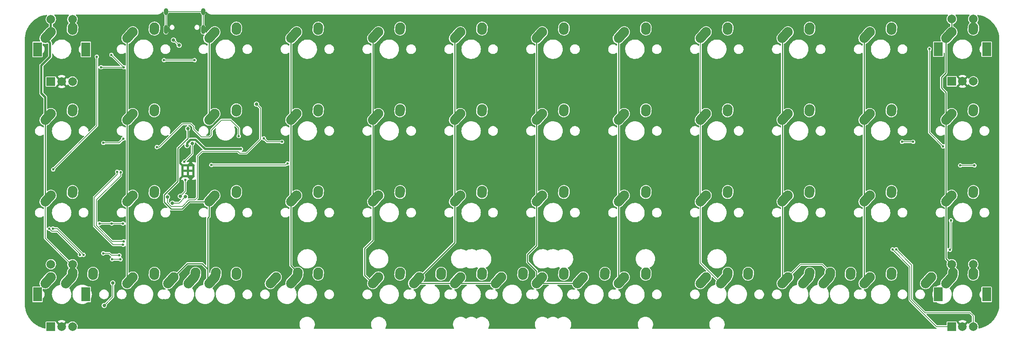
<source format=gtl>
%TF.GenerationSoftware,KiCad,Pcbnew,(6.0.7-1)-1*%
%TF.CreationDate,2022-12-13T16:34:22+02:00*%
%TF.ProjectId,Planck Drop In PCB,506c616e-636b-4204-9472-6f7020496e20,rev?*%
%TF.SameCoordinates,Original*%
%TF.FileFunction,Copper,L1,Top*%
%TF.FilePolarity,Positive*%
%FSLAX46Y46*%
G04 Gerber Fmt 4.6, Leading zero omitted, Abs format (unit mm)*
G04 Created by KiCad (PCBNEW (6.0.7-1)-1) date 2022-12-13 16:34:22*
%MOMM*%
%LPD*%
G01*
G04 APERTURE LIST*
G04 Aperture macros list*
%AMHorizOval*
0 Thick line with rounded ends*
0 $1 width*
0 $2 $3 position (X,Y) of the first rounded end (center of the circle)*
0 $4 $5 position (X,Y) of the second rounded end (center of the circle)*
0 Add line between two ends*
20,1,$1,$2,$3,$4,$5,0*
0 Add two circle primitives to create the rounded ends*
1,1,$1,$2,$3*
1,1,$1,$4,$5*%
G04 Aperture macros list end*
%TA.AperFunction,ComponentPad*%
%ADD10C,2.250000*%
%TD*%
%TA.AperFunction,ComponentPad*%
%ADD11HorizOval,2.250000X0.655001X0.730000X-0.655001X-0.730000X0*%
%TD*%
%TA.AperFunction,ComponentPad*%
%ADD12HorizOval,2.250000X0.020000X0.290000X-0.020000X-0.290000X0*%
%TD*%
%TA.AperFunction,ComponentPad*%
%ADD13HorizOval,2.250000X0.655008X0.729993X-0.655008X-0.729993X0*%
%TD*%
%TA.AperFunction,ComponentPad*%
%ADD14HorizOval,2.250000X0.020004X0.290000X-0.020004X-0.290000X0*%
%TD*%
%TA.AperFunction,ComponentPad*%
%ADD15R,2.000000X2.000000*%
%TD*%
%TA.AperFunction,ComponentPad*%
%ADD16C,2.000000*%
%TD*%
%TA.AperFunction,ComponentPad*%
%ADD17R,2.000000X3.200000*%
%TD*%
%TA.AperFunction,ComponentPad*%
%ADD18O,1.000000X1.600000*%
%TD*%
%TA.AperFunction,ComponentPad*%
%ADD19O,1.000000X2.100000*%
%TD*%
%TA.AperFunction,ComponentPad*%
%ADD20C,0.600000*%
%TD*%
%TA.AperFunction,ViaPad*%
%ADD21C,0.800000*%
%TD*%
%TA.AperFunction,ViaPad*%
%ADD22C,0.600000*%
%TD*%
%TA.AperFunction,Conductor*%
%ADD23C,0.200000*%
%TD*%
%TA.AperFunction,Conductor*%
%ADD24C,0.500000*%
%TD*%
%TA.AperFunction,Conductor*%
%ADD25C,0.250000*%
%TD*%
G04 APERTURE END LIST*
D10*
%TO.P,MX36,1,COL*%
%TO.N,COL7*%
X175625075Y-60125027D03*
D11*
X174970076Y-60855027D03*
D10*
%TO.P,MX36,2,ROW*%
%TO.N,Net-(D29-Pad2)*%
X180665075Y-59045027D03*
D12*
X180645075Y-59335027D03*
%TD*%
D11*
%TO.P,2u,1,COL*%
%TO.N,COL6*%
X165470072Y-117855051D03*
D10*
X166125071Y-117125051D03*
%TO.P,2u,2,ROW*%
%TO.N,Net-(D28-Pad2)*%
X171165071Y-116045051D03*
D12*
X171145071Y-116335051D03*
%TD*%
D11*
%TO.P,1u,1,COL*%
%TO.N,COL1*%
X60970028Y-117855051D03*
D10*
X61625027Y-117125051D03*
D12*
%TO.P,1u,2,ROW*%
%TO.N,Net-(D8-Pad2)*%
X66645027Y-116335051D03*
D10*
X66665027Y-116045051D03*
%TD*%
D11*
%TO.P,MX49,1,COL*%
%TO.N,COL10*%
X231970100Y-60855027D03*
D10*
X232625099Y-60125027D03*
%TO.P,MX49,2,ROW*%
%TO.N,Net-(D41-Pad2)*%
X237665099Y-59045027D03*
D12*
X237645099Y-59335027D03*
%TD*%
D11*
%TO.P,MX42,1,COL*%
%TO.N,COL8*%
X193970084Y-79855035D03*
D10*
X194625083Y-79125035D03*
D12*
%TO.P,MX42,2,ROW*%
%TO.N,Net-(D34-Pad2)*%
X199645083Y-78335035D03*
D10*
X199665083Y-78045035D03*
%TD*%
D11*
%TO.P,1u,1,COL*%
%TO.N,COL10*%
X231970100Y-117855051D03*
D10*
X232625099Y-117125051D03*
%TO.P,1u,2,ROW*%
%TO.N,Net-(D44-Pad2)*%
X237665099Y-116045051D03*
D12*
X237645099Y-116335051D03*
%TD*%
D11*
%TO.P,1u,1,COL*%
%TO.N,COL5*%
X146470064Y-117855051D03*
D10*
X147125063Y-117125051D03*
D12*
%TO.P,1u,2,ROW*%
%TO.N,Net-(D24-Pad2)*%
X152145063Y-116335051D03*
D10*
X152165063Y-116045051D03*
%TD*%
%TO.P,MX21,1,COL*%
%TO.N,COL4*%
X118625051Y-79125035D03*
D11*
X117970052Y-79855035D03*
D12*
%TO.P,MX21,2,ROW*%
%TO.N,Net-(D18-Pad2)*%
X123645051Y-78335035D03*
D10*
X123665051Y-78045035D03*
%TD*%
D13*
%TO.P,1u,1,COL*%
%TO.N,COL9*%
X222470103Y-117855058D03*
D10*
X223125095Y-117125051D03*
D14*
%TO.P,1u,2,ROW*%
%TO.N,Net-(D40-Pad2)*%
X228145099Y-116335051D03*
D10*
X228165095Y-116045051D03*
%TD*%
D13*
%TO.P,1u,1,COL*%
%TO.N,Net-(D4-Pad2)*%
X41970027Y-117855058D03*
D10*
X42625019Y-117125051D03*
%TO.P,1u,2,ROW*%
%TO.N,COL0*%
X47665019Y-116045051D03*
D14*
X47645023Y-116335051D03*
%TD*%
D11*
%TO.P,1.5u,1,COL*%
%TO.N,COL8*%
X198720086Y-117855051D03*
D10*
X199375085Y-117125051D03*
D12*
%TO.P,1.5u,2,ROW*%
%TO.N,Net-(D36-Pad2)*%
X204395085Y-116335051D03*
D10*
X204415085Y-116045051D03*
%TD*%
D11*
%TO.P,1u,1,COL*%
%TO.N,COL6*%
X155970068Y-117855051D03*
D10*
X156625067Y-117125051D03*
%TO.P,1u,2,ROW*%
%TO.N,Net-(D28-Pad2)*%
X161665067Y-116045051D03*
D12*
X161645067Y-116335051D03*
%TD*%
D10*
%TO.P,MX32,1,COL*%
%TO.N,COL6*%
X156625067Y-79125035D03*
D11*
X155970068Y-79855035D03*
D12*
%TO.P,MX32,2,ROW*%
%TO.N,Net-(D26-Pad2)*%
X161645067Y-78335035D03*
D10*
X161665067Y-78045035D03*
%TD*%
%TO.P,1.5u,1,COL*%
%TO.N,Net-(D16-Pad2)*%
X94875041Y-117125051D03*
D13*
X94220049Y-117855058D03*
D14*
%TO.P,1.5u,2,ROW*%
%TO.N,COL3*%
X99895045Y-116335051D03*
D10*
X99915041Y-116045051D03*
%TD*%
%TO.P,MX38,1,COL*%
%TO.N,COL7*%
X175625075Y-98125043D03*
D11*
X174970076Y-98855043D03*
D12*
%TO.P,MX38,2,ROW*%
%TO.N,Net-(D31-Pad2)*%
X180645075Y-97335043D03*
D10*
X180665075Y-97045043D03*
%TD*%
D11*
%TO.P,1.5u,1,COL*%
%TO.N,COL0*%
X46720022Y-117855051D03*
D10*
X47375021Y-117125051D03*
D12*
%TO.P,1.5u,2,ROW*%
%TO.N,Net-(D4-Pad2)*%
X52395021Y-116335051D03*
D10*
X52415021Y-116045051D03*
%TD*%
D11*
%TO.P,MX2,1,COL*%
%TO.N,COL0*%
X41970020Y-79855027D03*
D10*
X42625019Y-79125027D03*
D12*
%TO.P,MX2,2,ROW*%
%TO.N,Net-(D2-Pad2)*%
X47645019Y-78335027D03*
D10*
X47665019Y-78045027D03*
%TD*%
%TO.P,MX7,1,COL*%
%TO.N,COL1*%
X61625027Y-79125035D03*
D11*
X60970028Y-79855035D03*
D12*
%TO.P,MX7,2,ROW*%
%TO.N,Net-(D6-Pad2)*%
X66645027Y-78335035D03*
D10*
X66665027Y-78045035D03*
%TD*%
D11*
%TO.P,1u,1,COL*%
%TO.N,COL9*%
X212970092Y-117855051D03*
D10*
X213625091Y-117125051D03*
%TO.P,1u,2,ROW*%
%TO.N,Net-(D40-Pad2)*%
X218665091Y-116045051D03*
D12*
X218645091Y-116335051D03*
%TD*%
D11*
%TO.P,MX43,1,COL*%
%TO.N,COL8*%
X193970084Y-98855043D03*
D10*
X194625083Y-98125043D03*
D12*
%TO.P,MX43,2,ROW*%
%TO.N,Net-(D35-Pad2)*%
X199645083Y-97335043D03*
D10*
X199665083Y-97045043D03*
%TD*%
D15*
%TO.P,SW4,A,A*%
%TO.N,rot4a*%
X251625107Y-128633333D03*
D16*
%TO.P,SW4,B,B*%
%TO.N,rot4b*%
X256625107Y-128633333D03*
%TO.P,SW4,C,C*%
%TO.N,GND*%
X254125107Y-128633333D03*
D17*
%TO.P,SW4,MP*%
%TO.N,N/C*%
X248525107Y-121133333D03*
X259725107Y-121133333D03*
D16*
%TO.P,SW4,S1,S1*%
%TO.N,Net-(D48-Pad2)*%
X256625107Y-114133333D03*
%TO.P,SW4,S2,S2*%
%TO.N,COL11*%
X251625107Y-114133333D03*
%TD*%
D10*
%TO.P,MX3,1,COL*%
%TO.N,COL0*%
X42625019Y-98125043D03*
D11*
X41970020Y-98855043D03*
D10*
%TO.P,MX3,2,ROW*%
%TO.N,Net-(D3-Pad2)*%
X47665019Y-97045043D03*
D12*
X47645019Y-97335043D03*
%TD*%
D10*
%TO.P,1u,1,COL*%
%TO.N,COL2*%
X71125031Y-117125051D03*
D13*
X70470039Y-117855058D03*
D14*
%TO.P,1u,2,ROW*%
%TO.N,Net-(D12-Pad2)*%
X76145035Y-116335051D03*
D10*
X76165031Y-116045051D03*
%TD*%
D15*
%TO.P,SW1,A,A*%
%TO.N,rot1a*%
X42625019Y-71658333D03*
D16*
%TO.P,SW1,B,B*%
%TO.N,rot1b*%
X47625019Y-71658333D03*
%TO.P,SW1,C,C*%
%TO.N,GND*%
X45125019Y-71658333D03*
D17*
%TO.P,SW1,MP*%
%TO.N,N/C*%
X39525019Y-64158333D03*
X50725019Y-64158333D03*
D16*
%TO.P,SW1,S1,S1*%
%TO.N,Net-(D1-Pad2)*%
X47625019Y-57158333D03*
%TO.P,SW1,S2,S2*%
%TO.N,COL0*%
X42625019Y-57158333D03*
%TD*%
D10*
%TO.P,MX13,1,COL*%
%TO.N,COL2*%
X80625035Y-79125035D03*
D11*
X79970036Y-79855035D03*
D10*
%TO.P,MX13,2,ROW*%
%TO.N,Net-(D10-Pad2)*%
X85665035Y-78045035D03*
D12*
X85645035Y-78335035D03*
%TD*%
D11*
%TO.P,MX16,1,COL*%
%TO.N,COL3*%
X98970044Y-60855027D03*
D10*
X99625043Y-60125027D03*
D12*
%TO.P,MX16,2,ROW*%
%TO.N,Net-(D13-Pad2)*%
X104645043Y-59335027D03*
D10*
X104665043Y-59045027D03*
%TD*%
%TO.P,1.5u,1,COL*%
%TO.N,Net-(D12-Pad2)*%
X75875033Y-117125051D03*
D13*
X75220041Y-117855058D03*
D10*
%TO.P,1.5u,2,ROW*%
%TO.N,COL2*%
X80915033Y-116045051D03*
D14*
X80895037Y-116335051D03*
%TD*%
D10*
%TO.P,MX24,1,COL*%
%TO.N,COL4*%
X117315051Y-118585051D03*
%TO.P,MX24,2,ROW*%
%TO.N,Net-(D20-Pad2)*%
X123665051Y-116045051D03*
%TD*%
%TO.P,MX37,1,COL*%
%TO.N,COL7*%
X175625075Y-79125035D03*
D11*
X174970076Y-79855035D03*
D12*
%TO.P,MX37,2,ROW*%
%TO.N,Net-(D30-Pad2)*%
X180645075Y-78335035D03*
D10*
X180665075Y-78045035D03*
%TD*%
D11*
%TO.P,MX6,1,COL*%
%TO.N,COL1*%
X60970028Y-60855027D03*
D10*
X61625027Y-60125027D03*
D12*
%TO.P,MX6,2,ROW*%
%TO.N,Net-(D5-Pad2)*%
X66645027Y-59335027D03*
D10*
X66665027Y-59045027D03*
%TD*%
D11*
%TO.P,MX22,1,COL*%
%TO.N,COL4*%
X117970052Y-98855043D03*
D10*
X118625051Y-98125043D03*
%TO.P,MX22,2,ROW*%
%TO.N,Net-(D19-Pad2)*%
X123665051Y-97045043D03*
D12*
X123645051Y-97335043D03*
%TD*%
D10*
%TO.P,1u,1,COL*%
%TO.N,COL3*%
X99625043Y-117125051D03*
D11*
X98970044Y-117855051D03*
D12*
%TO.P,1u,2,ROW*%
%TO.N,Net-(D16-Pad2)*%
X104645043Y-116335051D03*
D10*
X104665043Y-116045051D03*
%TD*%
%TO.P,MX31,1,COL*%
%TO.N,COL6*%
X156625067Y-60125027D03*
D11*
X155970068Y-60855027D03*
D10*
%TO.P,MX31,2,ROW*%
%TO.N,Net-(D25-Pad2)*%
X161665067Y-59045027D03*
D12*
X161645067Y-59335027D03*
%TD*%
D10*
%TO.P,MX25,1,COL*%
%TO.N,COL5*%
X137625059Y-60125027D03*
D11*
X136970060Y-60855027D03*
D12*
%TO.P,MX25,2,ROW*%
%TO.N,Net-(D21-Pad2)*%
X142645059Y-59335027D03*
D10*
X142665059Y-59045027D03*
%TD*%
D11*
%TO.P,MX17,1,COL*%
%TO.N,COL3*%
X98970044Y-79855035D03*
D10*
X99625043Y-79125035D03*
%TO.P,MX17,2,ROW*%
%TO.N,Net-(D14-Pad2)*%
X104665043Y-78045035D03*
D12*
X104645043Y-78335035D03*
%TD*%
D10*
%TO.P,MX45,1,COL*%
%TO.N,COL9*%
X213625091Y-60125027D03*
D11*
X212970092Y-60855027D03*
D12*
%TO.P,MX45,2,ROW*%
%TO.N,Net-(D37-Pad2)*%
X218645091Y-59335027D03*
D10*
X218665091Y-59045027D03*
%TD*%
D11*
%TO.P,1u,1,COL*%
%TO.N,COL5*%
X136970060Y-117855051D03*
D10*
X137625059Y-117125051D03*
%TO.P,1u,2,ROW*%
%TO.N,Net-(D24-Pad2)*%
X142665059Y-116045051D03*
D12*
X142645059Y-116335051D03*
%TD*%
D15*
%TO.P,SW3,A,A*%
%TO.N,rot3a*%
X251625107Y-71608333D03*
D16*
%TO.P,SW3,B,B*%
%TO.N,rot3b*%
X256625107Y-71608333D03*
%TO.P,SW3,C,C*%
%TO.N,GND*%
X254125107Y-71608333D03*
D17*
%TO.P,SW3,MP*%
%TO.N,N/C*%
X259725107Y-64108333D03*
X248525107Y-64108333D03*
D16*
%TO.P,SW3,S1,S1*%
%TO.N,Net-(D45-Pad2)*%
X256625107Y-57108333D03*
%TO.P,SW3,S2,S2*%
%TO.N,COL11*%
X251625107Y-57108333D03*
%TD*%
D11*
%TO.P,1u,1,COL*%
%TO.N,COL2*%
X79970036Y-117855051D03*
D10*
X80625035Y-117125051D03*
D12*
%TO.P,1u,2,ROW*%
%TO.N,Net-(D12-Pad2)*%
X85645035Y-116335051D03*
D10*
X85665035Y-116045051D03*
%TD*%
%TO.P,1.5u,1,COL*%
%TO.N,Net-(D40-Pad2)*%
X218375093Y-117125051D03*
D13*
X217720101Y-117855058D03*
D10*
%TO.P,1.5u,2,ROW*%
%TO.N,COL9*%
X223415093Y-116045051D03*
D14*
X223395097Y-116335051D03*
%TD*%
D11*
%TO.P,1.5u,1,COL*%
%TO.N,Net-(D48-Pad2)*%
X246220106Y-117855051D03*
D10*
X246875105Y-117125051D03*
D12*
%TO.P,1.5u,2,ROW*%
%TO.N,COL11*%
X251895105Y-116335051D03*
D10*
X251915105Y-116045051D03*
%TD*%
D11*
%TO.P,1u/3u,1,COL*%
%TO.N,COL7*%
X174970076Y-117855051D03*
D10*
X175625075Y-117125051D03*
%TO.P,1u/3u,2,ROW*%
%TO.N,Net-(D32-Pad2)*%
X180665075Y-116045051D03*
D12*
X180645075Y-116335051D03*
%TD*%
D10*
%TO.P,MX40,1,COL*%
%TO.N,COL7*%
X174315075Y-118585051D03*
%TO.P,MX40,2,ROW*%
%TO.N,Net-(D32-Pad2)*%
X180665075Y-116045051D03*
%TD*%
D13*
%TO.P,1u,1,COL*%
%TO.N,Net-(D36-Pad2)*%
X193970091Y-117855058D03*
D10*
X194625083Y-117125051D03*
%TO.P,1u,2,ROW*%
%TO.N,COL8*%
X199665083Y-116045051D03*
D14*
X199645087Y-116335051D03*
%TD*%
D10*
%TO.P,MX14,1,COL*%
%TO.N,COL2*%
X80625035Y-98125043D03*
D11*
X79970036Y-98855043D03*
D10*
%TO.P,MX14,2,ROW*%
%TO.N,Net-(D11-Pad2)*%
X85665035Y-97045043D03*
D12*
X85645035Y-97335043D03*
%TD*%
D11*
%TO.P,MX51,1,COL*%
%TO.N,COL10*%
X231970100Y-98855043D03*
D10*
X232625099Y-98125043D03*
%TO.P,MX51,2,ROW*%
%TO.N,Net-(D43-Pad2)*%
X237665099Y-97045043D03*
D12*
X237645099Y-97335043D03*
%TD*%
D11*
%TO.P,MX57,1,COL*%
%TO.N,COL11*%
X250970108Y-98855043D03*
D10*
X251625107Y-98125043D03*
%TO.P,MX57,2,ROW*%
%TO.N,Net-(D47-Pad2)*%
X256665107Y-97045043D03*
D12*
X256645107Y-97335043D03*
%TD*%
D10*
%TO.P,MX27,1,COL*%
%TO.N,COL5*%
X137625059Y-98125043D03*
D11*
X136970060Y-98855043D03*
D10*
%TO.P,MX27,2,ROW*%
%TO.N,Net-(D23-Pad2)*%
X142665059Y-97045043D03*
D12*
X142645059Y-97335043D03*
%TD*%
D10*
%TO.P,MX8,1,COL*%
%TO.N,COL1*%
X61625027Y-98125043D03*
D11*
X60970028Y-98855043D03*
D12*
%TO.P,MX8,2,ROW*%
%TO.N,Net-(D7-Pad2)*%
X66645027Y-97335043D03*
D10*
X66665027Y-97045043D03*
%TD*%
D11*
%TO.P,MX56,1,COL*%
%TO.N,COL11*%
X250970108Y-79855035D03*
D10*
X251625107Y-79125035D03*
D12*
%TO.P,MX56,2,ROW*%
%TO.N,Net-(D46-Pad2)*%
X256645107Y-78335035D03*
D10*
X256665107Y-78045035D03*
%TD*%
%TO.P,MX46,1,COL*%
%TO.N,COL9*%
X213625091Y-79125035D03*
D11*
X212970092Y-79855035D03*
D10*
%TO.P,MX46,2,ROW*%
%TO.N,Net-(D38-Pad2)*%
X218665091Y-78045035D03*
D12*
X218645091Y-78335035D03*
%TD*%
D10*
%TO.P,MX18,1,COL*%
%TO.N,COL3*%
X99625043Y-98125043D03*
D11*
X98970044Y-98855043D03*
D12*
%TO.P,MX18,2,ROW*%
%TO.N,Net-(D15-Pad2)*%
X104645043Y-97335043D03*
D10*
X104665043Y-97045043D03*
%TD*%
%TO.P,MX41,1,COL*%
%TO.N,COL8*%
X194625083Y-60125027D03*
D11*
X193970084Y-60855027D03*
D10*
%TO.P,MX41,2,ROW*%
%TO.N,Net-(D33-Pad2)*%
X199665083Y-59045027D03*
D12*
X199645083Y-59335027D03*
%TD*%
D10*
%TO.P,1u,1,COL*%
%TO.N,COL11*%
X251625107Y-117125051D03*
D11*
X250970108Y-117855051D03*
D10*
%TO.P,1u,2,ROW*%
%TO.N,Net-(D48-Pad2)*%
X256665107Y-116045051D03*
D12*
X256645107Y-116335051D03*
%TD*%
D10*
%TO.P,MX12,1,COL*%
%TO.N,COL2*%
X80625035Y-60125027D03*
D11*
X79970036Y-60855027D03*
D10*
%TO.P,MX12,2,ROW*%
%TO.N,Net-(D9-Pad2)*%
X85665035Y-59045027D03*
D12*
X85645035Y-59335027D03*
%TD*%
D10*
%TO.P,MX47,1,COL*%
%TO.N,COL9*%
X213625091Y-98125043D03*
D11*
X212970092Y-98855043D03*
D12*
%TO.P,MX47,2,ROW*%
%TO.N,Net-(D39-Pad2)*%
X218645091Y-97335043D03*
D10*
X218665091Y-97045043D03*
%TD*%
D15*
%TO.P,SW2,A,A*%
%TO.N,rot2a*%
X42625019Y-128633333D03*
D16*
%TO.P,SW2,B,B*%
%TO.N,rot2b*%
X47625019Y-128633333D03*
%TO.P,SW2,C,C*%
%TO.N,GND*%
X45125019Y-128633333D03*
D17*
%TO.P,SW2,MP*%
%TO.N,N/C*%
X39525019Y-121133333D03*
X50725019Y-121133333D03*
D16*
%TO.P,SW2,S1,S1*%
%TO.N,COL0*%
X47625019Y-114133333D03*
%TO.P,SW2,S2,S2*%
%TO.N,Net-(D4-Pad2)*%
X42625019Y-114133333D03*
%TD*%
D11*
%TO.P,MX55,1,COL*%
%TO.N,COL11*%
X250970108Y-60855027D03*
D10*
X251625107Y-60125027D03*
D12*
%TO.P,MX55,2,ROW*%
%TO.N,Net-(D45-Pad2)*%
X256645107Y-59335027D03*
D10*
X256665107Y-59045027D03*
%TD*%
%TO.P,MX26,1,COL*%
%TO.N,COL5*%
X137625059Y-79125035D03*
D11*
X136970060Y-79855035D03*
D10*
%TO.P,MX26,2,ROW*%
%TO.N,Net-(D22-Pad2)*%
X142665059Y-78045035D03*
D12*
X142645059Y-78335035D03*
%TD*%
D11*
%TO.P,MX20,1,COL*%
%TO.N,COL4*%
X117970052Y-60855027D03*
D10*
X118625051Y-60125027D03*
%TO.P,MX20,2,ROW*%
%TO.N,Net-(D17-Pad2)*%
X123665051Y-59045027D03*
D12*
X123645051Y-59335027D03*
%TD*%
D10*
%TO.P,1u/3u,1,COL*%
%TO.N,COL4*%
X118625051Y-117125051D03*
D11*
X117970052Y-117855051D03*
D12*
%TO.P,1u/3u,2,ROW*%
%TO.N,Net-(D20-Pad2)*%
X123645051Y-116335051D03*
D10*
X123665051Y-116045051D03*
%TD*%
D11*
%TO.P,2u,1,COL*%
%TO.N,COL5*%
X127470056Y-117855051D03*
D10*
X128125055Y-117125051D03*
%TO.P,2u,2,ROW*%
%TO.N,Net-(D24-Pad2)*%
X133165055Y-116045051D03*
D12*
X133145055Y-116335051D03*
%TD*%
D11*
%TO.P,MX50,1,COL*%
%TO.N,COL10*%
X231970100Y-79855035D03*
D10*
X232625099Y-79125035D03*
%TO.P,MX50,2,ROW*%
%TO.N,Net-(D42-Pad2)*%
X237665099Y-78045035D03*
D12*
X237645099Y-78335035D03*
%TD*%
D11*
%TO.P,MX33,1,COL*%
%TO.N,COL6*%
X155970068Y-98855043D03*
D10*
X156625067Y-98125043D03*
%TO.P,MX33,2,ROW*%
%TO.N,Net-(D27-Pad2)*%
X161665067Y-97045043D03*
D12*
X161645067Y-97335043D03*
%TD*%
D10*
%TO.P,MX1,1,COL*%
%TO.N,COL0*%
X42625019Y-60125027D03*
D11*
X41970020Y-60855027D03*
D12*
%TO.P,MX1,2,ROW*%
%TO.N,Net-(D1-Pad2)*%
X47645019Y-59335027D03*
D10*
X47665019Y-59045027D03*
%TD*%
D18*
%TO.P,USB1,13,SHIELD*%
%TO.N,GNDREF*%
X69305031Y-55387500D03*
D19*
X77945031Y-59567500D03*
X69305031Y-59567500D03*
D18*
X77945031Y-55387500D03*
%TD*%
D20*
%TO.P,U3,57,GND*%
%TO.N,GND*%
X75697500Y-92417500D03*
X73147500Y-93692500D03*
X73147500Y-91142500D03*
X75697500Y-91142500D03*
X74422500Y-92417500D03*
X74422500Y-93692500D03*
X73147500Y-92417500D03*
X74422500Y-91142500D03*
X75697500Y-93692500D03*
%TD*%
D21*
%TO.N,GND*%
X158750000Y-58737500D03*
%TO.N,+1V1*%
X72670000Y-98300000D03*
D22*
X73540000Y-90310000D03*
D21*
X75409500Y-86010000D03*
D22*
X73820000Y-94517000D03*
D21*
%TO.N,GND*%
X59510000Y-91540000D03*
X93470000Y-58450000D03*
X245880000Y-59580000D03*
X43490000Y-109280000D03*
X93810000Y-100920000D03*
X109530000Y-98150000D03*
X227380000Y-59270000D03*
D22*
X88590000Y-85390000D03*
D21*
X212940000Y-122290000D03*
X63550000Y-59250000D03*
X112550000Y-125880000D03*
X215480000Y-60240000D03*
X75350000Y-101290000D03*
X148780000Y-126620000D03*
D22*
X90930000Y-115820000D03*
D21*
X248340000Y-93820000D03*
X102420000Y-117220000D03*
X77000000Y-100660000D03*
X45030000Y-112950000D03*
X210240000Y-114030000D03*
X234990000Y-117550000D03*
X254110000Y-59040000D03*
X54660000Y-100960000D03*
X134490000Y-113120000D03*
X80540000Y-88760000D03*
D22*
X72140000Y-102760000D03*
D21*
X168010000Y-60550000D03*
X83440000Y-117770000D03*
X82950000Y-99090000D03*
X49970000Y-117710000D03*
D22*
X55410000Y-115590000D03*
D21*
X55170000Y-70930000D03*
X39890000Y-96140000D03*
D22*
X83396609Y-92735568D03*
D21*
X67540000Y-75030000D03*
X71400000Y-84430000D03*
X189510000Y-114550000D03*
X186220000Y-60470000D03*
D22*
X74840000Y-106690000D03*
D21*
X102080000Y-59130000D03*
X102100000Y-97910000D03*
X248250000Y-115780000D03*
X93950000Y-81680000D03*
X53760000Y-61710000D03*
X225110000Y-96340000D03*
X251570000Y-88450000D03*
X131780000Y-60130000D03*
X82390000Y-110240000D03*
X66660000Y-88210000D03*
X76250000Y-64650000D03*
X148360000Y-62120000D03*
X254350000Y-116960000D03*
X54850000Y-109760000D03*
X140230000Y-117340000D03*
X39900000Y-115170000D03*
X243530000Y-62040000D03*
X205370000Y-61810000D03*
X40970000Y-125670000D03*
X159200000Y-116390000D03*
X61180000Y-91580000D03*
X166550000Y-110030000D03*
X202930000Y-61380000D03*
X75770000Y-98310000D03*
X247840000Y-75590000D03*
X58930000Y-94510000D03*
X71650000Y-75540000D03*
X127820000Y-110470000D03*
X56420000Y-106590000D03*
X149570000Y-58450000D03*
X207050000Y-57820000D03*
X251700000Y-94590000D03*
X63540000Y-117400000D03*
X248070000Y-81090000D03*
X240220000Y-61130000D03*
X64160000Y-98060000D03*
X204040000Y-110210000D03*
X110480000Y-60950000D03*
X91680000Y-62100000D03*
X202060000Y-117550000D03*
X106070000Y-88400000D03*
D22*
%TO.N,+3V3*%
X86730000Y-87330000D03*
D21*
X70820000Y-99930000D03*
X74216644Y-86528259D03*
X73865000Y-98425000D03*
D22*
%TO.N,+5V*%
X58490000Y-112040000D03*
X251440000Y-103930000D03*
X54260000Y-68310000D03*
X56680000Y-65440000D03*
X43058219Y-105844710D03*
X50190000Y-111940000D03*
X59550000Y-68310000D03*
X256890000Y-91130000D03*
X253600000Y-91130000D03*
X54760000Y-111600000D03*
X251190000Y-110770000D03*
%TO.N,ROW0*%
X68860000Y-66660000D03*
X75970000Y-66660000D03*
%TO.N,ROW1*%
X59440000Y-84910000D03*
X242670000Y-85660000D03*
X96240000Y-85660000D03*
X86220000Y-84310000D03*
X240110000Y-85650000D03*
X54810000Y-85910000D03*
X67220000Y-86880000D03*
X92040000Y-84870000D03*
%TO.N,ROW2*%
X56750000Y-104660000D03*
X59340000Y-104660000D03*
X53920000Y-104660000D03*
D21*
%TO.N,ROW3*%
X56990000Y-118470000D03*
X54990000Y-123710000D03*
D22*
%TO.N,Net-(D49-Pad1)*%
X249630000Y-86700000D03*
X246440000Y-64050000D03*
%TO.N,Net-(D54-Pad1)*%
X43150000Y-92070000D03*
X53290000Y-65870000D03*
%TO.N,Net-(D55-Pad1)*%
X49376089Y-111973911D03*
X42260000Y-105890000D03*
%TO.N,Net-(D56-Pad1)*%
X56820000Y-112970000D03*
X58780000Y-112970000D03*
D21*
%TO.N,VCC*%
X71070000Y-62000000D03*
X72360000Y-63210000D03*
%TO.N,COL2*%
X74379500Y-82600000D03*
%TO.N,RESET*%
X69680000Y-98500000D03*
X90310000Y-76900000D03*
D22*
%TO.N,rot3a*%
X97520000Y-90670000D03*
X79860000Y-91040000D03*
%TO.N,rot4a*%
X59371979Y-109580744D03*
X58020000Y-92630000D03*
X237890825Y-110678647D03*
%TO.N,rot4b*%
X238720000Y-110660000D03*
X58808606Y-92761544D03*
X59490000Y-108790000D03*
%TD*%
D23*
%TO.N,+1V1*%
X72670000Y-98300000D02*
X73820000Y-97150000D01*
X73820000Y-97150000D02*
X73820000Y-94517000D01*
X75409500Y-86010000D02*
X75409500Y-88440500D01*
X75409500Y-88440500D02*
X73540000Y-90310000D01*
D24*
%TO.N,GND*%
X73147500Y-92417500D02*
X75697500Y-92417500D01*
X74422500Y-92417500D02*
X74422500Y-93692500D01*
X75697500Y-93692500D02*
X73147500Y-93692500D01*
D23*
X59510000Y-91540000D02*
X59510000Y-93930000D01*
X59510000Y-93930000D02*
X58930000Y-94510000D01*
X77000000Y-100660000D02*
X75980000Y-100660000D01*
D24*
X75697500Y-91142500D02*
X75697500Y-93692500D01*
X74422500Y-91142500D02*
X74422500Y-92417500D01*
X73147500Y-93692500D02*
X73147500Y-91142500D01*
D23*
X75980000Y-100660000D02*
X75350000Y-101290000D01*
D24*
X73147500Y-91142500D02*
X75697500Y-91142500D01*
%TO.N,+3V3*%
X86730000Y-87330000D02*
X78370000Y-87330000D01*
D23*
X72360000Y-99930000D02*
X73865000Y-98425000D01*
D24*
X74216644Y-85993356D02*
X74216644Y-86528259D01*
X75050000Y-85160000D02*
X74216644Y-85993356D01*
D23*
X70820000Y-99930000D02*
X72360000Y-99930000D01*
D24*
X78370000Y-87330000D02*
X76200000Y-85160000D01*
X76200000Y-85160000D02*
X75050000Y-85160000D01*
D23*
%TO.N,+5V*%
X253600000Y-91130000D02*
X256890000Y-91130000D01*
X56310000Y-111710000D02*
X56200000Y-111600000D01*
X251440000Y-103930000D02*
X251440000Y-110520000D01*
X56200000Y-111600000D02*
X54760000Y-111600000D01*
X50190000Y-111940000D02*
X44094710Y-105844710D01*
X56640000Y-112040000D02*
X56310000Y-111710000D01*
X58490000Y-112040000D02*
X56640000Y-112040000D01*
X251440000Y-110520000D02*
X251190000Y-110770000D01*
X59550000Y-68310000D02*
X56680000Y-65440000D01*
X44094710Y-105844710D02*
X43058219Y-105844710D01*
X54260000Y-68310000D02*
X59550000Y-68310000D01*
%TO.N,ROW0*%
X68860000Y-66660000D02*
X75970000Y-66660000D01*
%TO.N,ROW1*%
X74070000Y-81480000D02*
X73160000Y-81480000D01*
X77590000Y-84560000D02*
X75770000Y-82740000D01*
X84320000Y-80600000D02*
X82230000Y-80600000D01*
X240120000Y-85660000D02*
X240110000Y-85650000D01*
X92040000Y-84870000D02*
X92830000Y-85660000D01*
X92830000Y-85660000D02*
X96240000Y-85660000D01*
X73160000Y-81480000D02*
X69330000Y-85310000D01*
X79380000Y-84560000D02*
X77590000Y-84560000D01*
X79850000Y-84090000D02*
X79380000Y-84560000D01*
X67760000Y-86880000D02*
X67220000Y-86880000D01*
X75770000Y-82740000D02*
X75770000Y-82110000D01*
X59440000Y-84910000D02*
X58440000Y-85910000D01*
X75140000Y-81480000D02*
X74070000Y-81480000D01*
X79850000Y-82980000D02*
X79850000Y-84090000D01*
X84670000Y-80950000D02*
X84320000Y-80600000D01*
X82230000Y-80600000D02*
X79850000Y-82980000D01*
X69330000Y-85310000D02*
X67760000Y-86880000D01*
X86220000Y-84310000D02*
X86220000Y-82500000D01*
X75770000Y-82110000D02*
X75140000Y-81480000D01*
X242670000Y-85660000D02*
X240120000Y-85660000D01*
X58440000Y-85910000D02*
X54810000Y-85910000D01*
X86220000Y-82500000D02*
X84670000Y-80950000D01*
%TO.N,ROW2*%
X53920000Y-104660000D02*
X56750000Y-104660000D01*
X56750000Y-104660000D02*
X59340000Y-104660000D01*
%TO.N,ROW3*%
X56990000Y-118470000D02*
X56990000Y-121710000D01*
X56990000Y-121710000D02*
X54990000Y-123710000D01*
%TO.N,Net-(D49-Pad1)*%
X246440000Y-83510000D02*
X249630000Y-86700000D01*
X246440000Y-64050000D02*
X246440000Y-83510000D01*
%TO.N,Net-(D54-Pad1)*%
X53290000Y-65870000D02*
X53290000Y-81930000D01*
X53290000Y-81930000D02*
X43150000Y-92070000D01*
%TO.N,Net-(D55-Pad1)*%
X42260000Y-105895020D02*
X42260000Y-105890000D01*
X44104710Y-106444710D02*
X42809690Y-106444710D01*
X42809690Y-106444710D02*
X42260000Y-105895020D01*
X49376089Y-111973911D02*
X49376089Y-111716089D01*
X49376089Y-111716089D02*
X44104710Y-106444710D01*
%TO.N,Net-(D56-Pad1)*%
X56820000Y-112970000D02*
X58780000Y-112970000D01*
%TO.N,VCC*%
X71070000Y-62000000D02*
X71150000Y-62000000D01*
X71150000Y-62000000D02*
X72360000Y-63210000D01*
D24*
%TO.N,COL0*%
X42625019Y-60275027D02*
X41315019Y-61585027D01*
D23*
X41315019Y-99585043D02*
X41315019Y-108094969D01*
D24*
X42625019Y-57158333D02*
X42625019Y-60275027D01*
X40400000Y-67900000D02*
X40400000Y-74380000D01*
X40400000Y-74380000D02*
X41315019Y-75295019D01*
D25*
X41315019Y-80585027D02*
X41315019Y-99585043D01*
D23*
X47353383Y-114133333D02*
X47625019Y-114133333D01*
D24*
X41315019Y-61585027D02*
X42440019Y-62710027D01*
D23*
X41315019Y-108094969D02*
X47353383Y-114133333D01*
D24*
X41315019Y-75295019D02*
X41315019Y-80585027D01*
X42440019Y-62710027D02*
X42440019Y-65859981D01*
X42440019Y-65859981D02*
X40400000Y-67900000D01*
D25*
%TO.N,COL1*%
X60315027Y-61585027D02*
X60315027Y-118585051D01*
%TO.N,COL2*%
X68955000Y-97995000D02*
X68955000Y-99635000D01*
X79010000Y-118280016D02*
X79315035Y-118585051D01*
X73101040Y-101270000D02*
X74785997Y-99585043D01*
X74379500Y-82600000D02*
X74379500Y-84870500D01*
X74379500Y-84870500D02*
X72090000Y-87160000D01*
X74260082Y-113990000D02*
X77740000Y-113990000D01*
X74785997Y-99585043D02*
X79315035Y-99585043D01*
X72090000Y-87160000D02*
X72090000Y-94860000D01*
X79010000Y-103375044D02*
X79010000Y-115260000D01*
X68955000Y-99635000D02*
X69210000Y-99890000D01*
X71125031Y-117125051D02*
X74260082Y-113990000D01*
X79360000Y-103025044D02*
X79010000Y-103375044D01*
X79315035Y-99585043D02*
X79360000Y-99630008D01*
X79315035Y-61585027D02*
X79315035Y-80585035D01*
X69210000Y-99930000D02*
X70550000Y-101270000D01*
X70550000Y-101270000D02*
X73101040Y-101270000D01*
X77740000Y-113990000D02*
X79010000Y-115260000D01*
X69210000Y-99890000D02*
X69210000Y-99930000D01*
X79010000Y-115260000D02*
X79010000Y-118280016D01*
X79360000Y-99630008D02*
X79360000Y-103025044D01*
X72090000Y-94860000D02*
X68955000Y-97995000D01*
%TO.N,COL3*%
X98315043Y-61585027D02*
X98315043Y-114445053D01*
X98315043Y-114445053D02*
X99915041Y-116045051D01*
%TO.N,COL4*%
X117315051Y-108544949D02*
X115420000Y-110440000D01*
X115420000Y-110440000D02*
X115420000Y-116690000D01*
X117315051Y-99585043D02*
X117315051Y-108544949D01*
X117315051Y-61585027D02*
X117315051Y-99585043D01*
X115420000Y-116690000D02*
X117315051Y-118585051D01*
%TO.N,COL5*%
X136315059Y-99585043D02*
X136315059Y-109085047D01*
X145815063Y-118585051D02*
X126815055Y-118585051D01*
X136315059Y-109085047D02*
X126815055Y-118585051D01*
X136315059Y-61585027D02*
X136315059Y-99585043D01*
%TO.N,COL6*%
X155315067Y-99585043D02*
X155315067Y-109754933D01*
X155315067Y-109754933D02*
X153190000Y-111880000D01*
X153190000Y-113610000D02*
X155315067Y-115735067D01*
X155315067Y-115735067D02*
X155315067Y-118585051D01*
X155315067Y-61585027D02*
X155315067Y-99585043D01*
X153190000Y-111880000D02*
X153190000Y-113610000D01*
X164815071Y-118585051D02*
X155315067Y-118585051D01*
%TO.N,COL7*%
X174315075Y-61585027D02*
X174315075Y-118585051D01*
D23*
%TO.N,COL8*%
X193315083Y-80585035D02*
X193315083Y-99585043D01*
X193315083Y-113799796D02*
X198065085Y-118549798D01*
X193315083Y-61585027D02*
X193315083Y-80585035D01*
X198065085Y-118549798D02*
X198065085Y-118585051D01*
X193315083Y-99585043D02*
X193315083Y-113799796D01*
D25*
%TO.N,COL9*%
X212315091Y-61585027D02*
X212315091Y-118585051D01*
D23*
X216590142Y-114160000D02*
X221530042Y-114160000D01*
X213625091Y-117125051D02*
X216590142Y-114160000D01*
X221530042Y-114160000D02*
X223415093Y-116045051D01*
D25*
%TO.N,COL10*%
X231315099Y-61585027D02*
X231315099Y-118585051D01*
%TO.N,COL11*%
X250315107Y-80585035D02*
X250315107Y-112823333D01*
X251625107Y-115755053D02*
X251915105Y-116045051D01*
X250315107Y-74175107D02*
X250315107Y-80585035D01*
X251625107Y-114133333D02*
X251625107Y-115755053D01*
X251915105Y-116045051D02*
X250315107Y-117645049D01*
X250315107Y-69614893D02*
X249260000Y-70670000D01*
X250315107Y-61585027D02*
X250315107Y-69614893D01*
X250315107Y-112823333D02*
X251625107Y-114133333D01*
X250315107Y-117645049D02*
X250315107Y-118585051D01*
X249260000Y-70670000D02*
X249260000Y-73120000D01*
X251625107Y-57108333D02*
X251625107Y-60275027D01*
X249260000Y-73120000D02*
X250315107Y-74175107D01*
X251625107Y-60275027D02*
X250315107Y-61585027D01*
D23*
%TO.N,RESET*%
X70550050Y-100650000D02*
X73120000Y-100650000D01*
X91230000Y-85030000D02*
X91230000Y-77820000D01*
X76069957Y-99160043D02*
X76580000Y-98650000D01*
X69680000Y-98500000D02*
X69680000Y-99779950D01*
X86480000Y-88320000D02*
X87940000Y-88320000D01*
X77730000Y-87880000D02*
X86040000Y-87880000D01*
X76580000Y-98650000D02*
X76580000Y-89030000D01*
X91230000Y-77820000D02*
X90310000Y-76900000D01*
X74609957Y-99160043D02*
X76069957Y-99160043D01*
X76580000Y-89030000D02*
X77730000Y-87880000D01*
X73120000Y-100650000D02*
X74609957Y-99160043D01*
X87940000Y-88320000D02*
X91230000Y-85030000D01*
X69680000Y-99779950D02*
X70550050Y-100650000D01*
X86040000Y-87880000D02*
X86480000Y-88320000D01*
%TO.N,rot3a*%
X79860000Y-91040000D02*
X97150000Y-91040000D01*
X97150000Y-91040000D02*
X97520000Y-90670000D01*
%TO.N,rot4a*%
X58020000Y-93200000D02*
X52670000Y-98550000D01*
X58020000Y-92630000D02*
X58020000Y-93200000D01*
X241920000Y-122450000D02*
X241920000Y-114707822D01*
X251625107Y-128633333D02*
X248103333Y-128633333D01*
X241920000Y-114707822D02*
X237890825Y-110678647D01*
X248103333Y-128633333D02*
X241920000Y-122450000D01*
X57055058Y-109580744D02*
X59371979Y-109580744D01*
X52670000Y-98550000D02*
X52670000Y-105195686D01*
X52670000Y-105195686D02*
X57055058Y-109580744D01*
%TO.N,rot4b*%
X256625107Y-126125107D02*
X256625107Y-128633333D01*
X242350000Y-122260000D02*
X245470000Y-125380000D01*
X58808606Y-92761544D02*
X58808606Y-93541394D01*
X255880000Y-125380000D02*
X256625107Y-126125107D01*
X238720000Y-110660000D02*
X242350000Y-114290000D01*
X56830000Y-108790000D02*
X59490000Y-108790000D01*
X242350000Y-114290000D02*
X242350000Y-122260000D01*
X245470000Y-125380000D02*
X255880000Y-125380000D01*
X53150000Y-99200000D02*
X53150000Y-105110000D01*
X58808606Y-93541394D02*
X53150000Y-99200000D01*
X53150000Y-105110000D02*
X56830000Y-108790000D01*
%TO.N,GNDREF*%
X77945031Y-55387500D02*
X69305031Y-55387500D01*
X69305031Y-55387500D02*
X69305031Y-59567500D01*
X77945031Y-59567500D02*
X77945031Y-55387500D01*
%TD*%
%TA.AperFunction,Conductor*%
%TO.N,GND*%
G36*
X78724043Y-55412721D02*
G01*
X78742398Y-55432435D01*
X78786565Y-55491435D01*
X78958565Y-55663435D01*
X78962161Y-55666127D01*
X78962168Y-55666133D01*
X79060128Y-55739464D01*
X79153292Y-55809206D01*
X79366782Y-55925781D01*
X79478847Y-55967579D01*
X79590472Y-56009213D01*
X79590475Y-56009214D01*
X79594690Y-56010786D01*
X79599080Y-56011741D01*
X79599087Y-56011743D01*
X79775399Y-56050097D01*
X79832375Y-56062491D01*
X79836863Y-56062812D01*
X80068901Y-56079408D01*
X80068823Y-56080503D01*
X80071995Y-56080125D01*
X80074282Y-56080655D01*
X80075000Y-56080656D01*
X80083775Y-56078654D01*
X80111790Y-56075500D01*
X250650761Y-56075500D01*
X250718882Y-56095502D01*
X250765375Y-56149158D01*
X250775479Y-56219432D01*
X250749711Y-56279505D01*
X250613970Y-56451693D01*
X250511238Y-56646953D01*
X250445810Y-56857666D01*
X250419877Y-57076773D01*
X250434307Y-57296937D01*
X250435728Y-57302533D01*
X250435729Y-57302538D01*
X250477850Y-57468385D01*
X250488618Y-57510785D01*
X250491035Y-57516027D01*
X250491035Y-57516028D01*
X250554936Y-57654638D01*
X250580990Y-57711154D01*
X250708329Y-57891335D01*
X250866371Y-58045294D01*
X250871167Y-58048499D01*
X250871170Y-58048501D01*
X250966826Y-58112416D01*
X251049824Y-58167873D01*
X251055127Y-58170151D01*
X251055130Y-58170153D01*
X251223345Y-58242424D01*
X251278038Y-58287693D01*
X251299607Y-58358192D01*
X251299607Y-58740713D01*
X251279605Y-58808834D01*
X251225949Y-58855327D01*
X251215351Y-58859464D01*
X251211744Y-58860303D01*
X251199599Y-58865483D01*
X251182783Y-58871289D01*
X251175352Y-58873280D01*
X251175347Y-58873282D01*
X251170028Y-58874707D01*
X251165041Y-58877032D01*
X251165034Y-58877035D01*
X251086727Y-58913550D01*
X251082912Y-58915253D01*
X250998406Y-58951297D01*
X250987349Y-58958505D01*
X250971793Y-58967145D01*
X250964812Y-58970400D01*
X250964803Y-58970405D01*
X250959826Y-58972726D01*
X250884531Y-59025448D01*
X250881102Y-59027765D01*
X250804111Y-59077954D01*
X250800096Y-59081711D01*
X250800095Y-59081712D01*
X250794474Y-59086972D01*
X250780655Y-59098182D01*
X250774346Y-59102600D01*
X250774342Y-59102603D01*
X250769838Y-59105757D01*
X250704862Y-59170733D01*
X250701859Y-59173639D01*
X250677179Y-59196734D01*
X250675354Y-59198768D01*
X250675352Y-59198770D01*
X250664751Y-59210585D01*
X250660063Y-59215532D01*
X250605837Y-59269758D01*
X250602678Y-59274270D01*
X250602676Y-59274272D01*
X250589513Y-59293070D01*
X250580084Y-59304946D01*
X249928217Y-60031454D01*
X249289880Y-60742882D01*
X249185501Y-60881898D01*
X249080566Y-61088734D01*
X249013142Y-61310650D01*
X248985276Y-61540902D01*
X248985574Y-61546398D01*
X248994151Y-61704789D01*
X248997817Y-61772495D01*
X249050383Y-61998392D01*
X249089028Y-62088995D01*
X249107541Y-62132399D01*
X249115868Y-62202906D01*
X249084755Y-62266722D01*
X249024080Y-62303586D01*
X248991643Y-62307833D01*
X247505359Y-62307833D01*
X247499291Y-62309040D01*
X247459046Y-62317045D01*
X247459045Y-62317045D01*
X247446876Y-62319466D01*
X247380555Y-62363781D01*
X247373664Y-62374094D01*
X247347146Y-62413781D01*
X247336240Y-62430102D01*
X247333819Y-62442271D01*
X247333819Y-62442272D01*
X247328346Y-62469786D01*
X247324607Y-62488585D01*
X247324607Y-65728081D01*
X247336240Y-65786564D01*
X247380555Y-65852885D01*
X247446876Y-65897200D01*
X247459045Y-65899621D01*
X247459046Y-65899621D01*
X247475456Y-65902885D01*
X247505359Y-65908833D01*
X249544855Y-65908833D01*
X249574758Y-65902885D01*
X249591168Y-65899621D01*
X249591169Y-65899621D01*
X249603338Y-65897200D01*
X249669659Y-65852885D01*
X249713974Y-65786564D01*
X249725607Y-65728081D01*
X249725607Y-65082961D01*
X249745609Y-65014840D01*
X249773775Y-64983875D01*
X249785775Y-64974449D01*
X249851700Y-64948099D01*
X249921406Y-64961574D01*
X249972762Y-65010596D01*
X249989607Y-65073535D01*
X249989607Y-69427877D01*
X249969605Y-69495998D01*
X249952702Y-69516972D01*
X249043785Y-70425889D01*
X249035681Y-70433316D01*
X249006806Y-70457545D01*
X249001293Y-70467094D01*
X248987961Y-70490185D01*
X248982055Y-70499456D01*
X248960446Y-70530316D01*
X248957592Y-70540966D01*
X248956115Y-70544134D01*
X248954923Y-70547410D01*
X248949412Y-70556955D01*
X248944083Y-70587178D01*
X248942870Y-70594058D01*
X248940492Y-70604785D01*
X248930736Y-70641193D01*
X248931697Y-70652178D01*
X248931697Y-70652180D01*
X248934020Y-70678728D01*
X248934500Y-70689710D01*
X248934500Y-73100290D01*
X248934020Y-73111272D01*
X248930736Y-73148807D01*
X248933590Y-73159456D01*
X248940491Y-73185210D01*
X248942870Y-73195942D01*
X248949412Y-73233045D01*
X248954923Y-73242590D01*
X248956115Y-73245866D01*
X248957592Y-73249034D01*
X248960446Y-73259684D01*
X248966770Y-73268715D01*
X248982055Y-73290544D01*
X248987961Y-73299815D01*
X249001293Y-73322906D01*
X249006806Y-73332455D01*
X249015251Y-73339541D01*
X249035682Y-73356685D01*
X249043785Y-73364111D01*
X249952702Y-74273028D01*
X249986728Y-74335340D01*
X249989607Y-74362123D01*
X249989607Y-78914801D01*
X249969605Y-78982922D01*
X249957390Y-78998948D01*
X249289880Y-79742890D01*
X249185501Y-79881906D01*
X249080566Y-80088742D01*
X249078966Y-80094008D01*
X249014746Y-80305379D01*
X249013142Y-80310658D01*
X249012481Y-80316123D01*
X249012480Y-80316126D01*
X249007028Y-80361175D01*
X248985276Y-80540910D01*
X248997817Y-80772503D01*
X249050383Y-80998400D01*
X249141378Y-81211738D01*
X249144380Y-81216343D01*
X249144381Y-81216345D01*
X249155926Y-81234055D01*
X249268034Y-81406033D01*
X249426507Y-81575382D01*
X249611978Y-81714641D01*
X249818814Y-81819576D01*
X249824079Y-81821176D01*
X249824080Y-81821176D01*
X249900236Y-81844314D01*
X249959600Y-81883255D01*
X249988487Y-81948109D01*
X249989607Y-81964872D01*
X249989607Y-82176059D01*
X249969605Y-82244180D01*
X249915949Y-82290673D01*
X249845675Y-82300777D01*
X249776476Y-82267076D01*
X249750177Y-82241900D01*
X249750172Y-82241896D01*
X249745842Y-82237751D01*
X249565418Y-82121253D01*
X249366220Y-82040974D01*
X249237245Y-82015787D01*
X249159882Y-82000679D01*
X249159879Y-82000679D01*
X249155436Y-81999811D01*
X249149793Y-81999535D01*
X248991443Y-81999535D01*
X248831312Y-82014813D01*
X248825556Y-82016502D01*
X248825554Y-82016502D01*
X248746084Y-82039816D01*
X248625231Y-82075270D01*
X248619904Y-82078014D01*
X248619903Y-82078014D01*
X248439631Y-82170860D01*
X248439628Y-82170862D01*
X248434300Y-82173606D01*
X248265409Y-82306272D01*
X248261478Y-82310802D01*
X248261477Y-82310803D01*
X248244874Y-82329937D01*
X248124652Y-82468481D01*
X248121652Y-82473666D01*
X248121651Y-82473668D01*
X248099940Y-82511197D01*
X248017106Y-82654380D01*
X247946654Y-82857261D01*
X247945794Y-82863194D01*
X247945793Y-82863197D01*
X247924629Y-83009164D01*
X247915837Y-83069804D01*
X247925766Y-83284341D01*
X247976085Y-83493129D01*
X247978565Y-83498583D01*
X247978568Y-83498591D01*
X248023724Y-83597905D01*
X248064976Y-83688635D01*
X248189233Y-83863805D01*
X248193556Y-83867944D01*
X248193560Y-83867948D01*
X248334046Y-84002434D01*
X248344372Y-84012319D01*
X248524796Y-84128817D01*
X248723994Y-84209096D01*
X248819557Y-84227758D01*
X248930332Y-84249391D01*
X248930335Y-84249391D01*
X248934778Y-84250259D01*
X248940421Y-84250535D01*
X249098771Y-84250535D01*
X249258902Y-84235257D01*
X249264658Y-84233568D01*
X249264660Y-84233568D01*
X249414186Y-84189702D01*
X249464983Y-84174800D01*
X249470311Y-84172056D01*
X249650583Y-84079210D01*
X249650586Y-84079208D01*
X249655914Y-84076464D01*
X249785775Y-83974457D01*
X249851699Y-83948107D01*
X249921405Y-83961582D01*
X249972761Y-84010603D01*
X249989607Y-84073543D01*
X249989607Y-86115905D01*
X249969605Y-86184026D01*
X249915949Y-86230519D01*
X249845675Y-86240623D01*
X249827509Y-86236623D01*
X249704739Y-86199907D01*
X249695763Y-86199852D01*
X249695762Y-86199852D01*
X249656987Y-86199615D01*
X249605694Y-86199302D01*
X249537698Y-86178884D01*
X249517370Y-86162399D01*
X246777405Y-83422434D01*
X246743379Y-83360122D01*
X246740500Y-83333339D01*
X246740500Y-64512449D01*
X246760502Y-64444328D01*
X246773085Y-64427894D01*
X246853176Y-64339411D01*
X246853181Y-64339404D01*
X246859200Y-64332754D01*
X246921710Y-64203733D01*
X246945496Y-64062354D01*
X246945647Y-64050000D01*
X246934435Y-63971710D01*
X246926596Y-63916968D01*
X246926595Y-63916965D01*
X246925323Y-63908082D01*
X246865984Y-63777572D01*
X246843494Y-63751471D01*
X246778260Y-63675763D01*
X246778257Y-63675760D01*
X246772400Y-63668963D01*
X246652095Y-63590985D01*
X246514739Y-63549907D01*
X246505763Y-63549852D01*
X246505762Y-63549852D01*
X246445555Y-63549484D01*
X246371376Y-63549031D01*
X246233529Y-63588428D01*
X246112280Y-63664930D01*
X246017377Y-63772388D01*
X245956447Y-63902163D01*
X245934391Y-64043823D01*
X245935555Y-64052725D01*
X245935555Y-64052728D01*
X245939395Y-64082089D01*
X245952980Y-64185979D01*
X246010720Y-64317203D01*
X246016497Y-64324076D01*
X246016498Y-64324077D01*
X246023792Y-64332754D01*
X246097689Y-64420665D01*
X246102970Y-64426948D01*
X246102063Y-64427710D01*
X246134934Y-64480653D01*
X246139500Y-64514265D01*
X246139500Y-83457634D01*
X246139304Y-83460307D01*
X246137575Y-83465342D01*
X246138011Y-83476964D01*
X246138011Y-83476966D01*
X246139411Y-83514255D01*
X246139500Y-83518981D01*
X246139500Y-83537948D01*
X246140382Y-83542683D01*
X246140610Y-83546209D01*
X246141774Y-83577208D01*
X246146364Y-83587893D01*
X246147401Y-83592493D01*
X246150962Y-83604214D01*
X246152661Y-83608617D01*
X246154791Y-83620053D01*
X246160895Y-83629955D01*
X246167727Y-83641039D01*
X246176231Y-83657411D01*
X246182451Y-83671888D01*
X246182453Y-83671892D01*
X246185964Y-83680063D01*
X246189978Y-83684949D01*
X246192163Y-83687134D01*
X246194215Y-83689397D01*
X246194055Y-83689542D01*
X246201175Y-83698549D01*
X246207427Y-83705444D01*
X246213532Y-83715348D01*
X246235320Y-83731916D01*
X246248139Y-83743110D01*
X249089173Y-86584145D01*
X249123199Y-86646457D01*
X249124076Y-86675955D01*
X249125882Y-86675977D01*
X249125772Y-86684951D01*
X249124391Y-86693823D01*
X249125555Y-86702725D01*
X249125555Y-86702728D01*
X249133685Y-86764901D01*
X249142980Y-86835979D01*
X249146597Y-86844199D01*
X249196029Y-86956541D01*
X249200720Y-86967203D01*
X249206497Y-86974076D01*
X249206498Y-86974077D01*
X249276683Y-87057572D01*
X249292970Y-87076948D01*
X249337317Y-87106468D01*
X249398512Y-87147203D01*
X249412313Y-87156390D01*
X249549157Y-87199142D01*
X249558129Y-87199306D01*
X249558132Y-87199307D01*
X249623463Y-87200504D01*
X249692499Y-87201770D01*
X249702139Y-87199142D01*
X249830465Y-87164156D01*
X249901448Y-87165536D01*
X249960417Y-87205073D01*
X249988649Y-87270215D01*
X249989607Y-87285719D01*
X249989607Y-97914809D01*
X249969605Y-97982930D01*
X249957390Y-97998956D01*
X249289880Y-98742898D01*
X249185501Y-98881914D01*
X249080566Y-99088750D01*
X249078966Y-99094016D01*
X249028675Y-99259543D01*
X249013142Y-99310666D01*
X249012481Y-99316131D01*
X249012480Y-99316134D01*
X249005155Y-99376661D01*
X248985276Y-99540918D01*
X248988990Y-99609498D01*
X248994190Y-99705525D01*
X248997817Y-99772511D01*
X249050383Y-99998408D01*
X249141378Y-100211746D01*
X249268034Y-100406041D01*
X249426507Y-100575390D01*
X249611978Y-100714649D01*
X249818814Y-100819584D01*
X249824079Y-100821184D01*
X249824080Y-100821184D01*
X249900236Y-100844322D01*
X249959600Y-100883263D01*
X249988487Y-100948117D01*
X249989607Y-100964880D01*
X249989607Y-101176067D01*
X249969605Y-101244188D01*
X249915949Y-101290681D01*
X249845675Y-101300785D01*
X249776476Y-101267084D01*
X249750177Y-101241908D01*
X249750172Y-101241904D01*
X249745842Y-101237759D01*
X249565418Y-101121261D01*
X249366220Y-101040982D01*
X249232257Y-101014821D01*
X249159882Y-101000687D01*
X249159879Y-101000687D01*
X249155436Y-100999819D01*
X249149793Y-100999543D01*
X248991443Y-100999543D01*
X248831312Y-101014821D01*
X248825556Y-101016510D01*
X248825554Y-101016510D01*
X248746056Y-101039832D01*
X248625231Y-101075278D01*
X248619904Y-101078022D01*
X248619903Y-101078022D01*
X248439631Y-101170868D01*
X248439628Y-101170870D01*
X248434300Y-101173614D01*
X248265409Y-101306280D01*
X248124652Y-101468489D01*
X248017106Y-101654388D01*
X247946654Y-101857269D01*
X247945794Y-101863202D01*
X247945793Y-101863205D01*
X247916698Y-102063872D01*
X247915837Y-102069812D01*
X247925766Y-102284349D01*
X247976085Y-102493137D01*
X247978567Y-102498595D01*
X247978568Y-102498599D01*
X248025078Y-102600892D01*
X248064976Y-102688643D01*
X248189233Y-102863813D01*
X248193556Y-102867952D01*
X248193560Y-102867956D01*
X248337052Y-103005320D01*
X248344372Y-103012327D01*
X248524796Y-103128825D01*
X248723994Y-103209104D01*
X248820499Y-103227950D01*
X248930332Y-103249399D01*
X248930335Y-103249399D01*
X248934778Y-103250267D01*
X248940421Y-103250543D01*
X249098771Y-103250543D01*
X249258902Y-103235265D01*
X249264658Y-103233576D01*
X249264660Y-103233576D01*
X249355727Y-103206860D01*
X249464983Y-103174808D01*
X249511384Y-103150910D01*
X249650583Y-103079218D01*
X249650586Y-103079216D01*
X249655914Y-103076472D01*
X249785775Y-102974465D01*
X249851699Y-102948115D01*
X249921405Y-102961590D01*
X249972761Y-103010611D01*
X249989607Y-103073551D01*
X249989607Y-112803623D01*
X249989127Y-112814605D01*
X249987690Y-112831035D01*
X249985843Y-112852140D01*
X249988697Y-112862789D01*
X249995598Y-112888543D01*
X249997977Y-112899275D01*
X250004519Y-112936378D01*
X250010030Y-112945923D01*
X250011222Y-112949199D01*
X250012699Y-112952367D01*
X250015553Y-112963017D01*
X250027080Y-112979479D01*
X250037162Y-112993877D01*
X250043068Y-113003148D01*
X250051477Y-113017712D01*
X250061913Y-113035788D01*
X250073055Y-113045137D01*
X250090789Y-113060018D01*
X250098892Y-113067444D01*
X250511859Y-113480411D01*
X250545885Y-113542723D01*
X250540820Y-113613538D01*
X250534277Y-113628163D01*
X250511238Y-113671953D01*
X250478223Y-113778278D01*
X250451789Y-113863412D01*
X250445810Y-113882666D01*
X250419877Y-114101773D01*
X250420255Y-114107539D01*
X250433540Y-114310227D01*
X250434307Y-114321937D01*
X250435728Y-114327533D01*
X250435729Y-114327538D01*
X250470229Y-114463379D01*
X250488618Y-114535785D01*
X250491035Y-114541027D01*
X250491035Y-114541028D01*
X250527491Y-114620107D01*
X250580990Y-114736154D01*
X250708329Y-114916335D01*
X250853944Y-115058188D01*
X250856882Y-115061050D01*
X250891719Y-115122912D01*
X250887582Y-115193788D01*
X250872173Y-115223575D01*
X250857995Y-115243823D01*
X250852778Y-115250753D01*
X250828136Y-115281243D01*
X250811307Y-115302065D01*
X250808644Y-115306880D01*
X250808642Y-115306883D01*
X250792332Y-115336374D01*
X250785283Y-115347667D01*
X250762804Y-115379770D01*
X250760481Y-115384752D01*
X250760478Y-115384757D01*
X250734926Y-115439554D01*
X250730992Y-115447284D01*
X250701729Y-115500196D01*
X250699058Y-115505025D01*
X250697273Y-115510226D01*
X250686328Y-115542111D01*
X250681351Y-115554447D01*
X250664785Y-115589972D01*
X250651267Y-115640423D01*
X250647710Y-115653696D01*
X250645182Y-115661980D01*
X250623758Y-115724393D01*
X250622904Y-115729819D01*
X250617662Y-115763123D01*
X250614900Y-115776144D01*
X250604756Y-115814001D01*
X250599239Y-115877058D01*
X250599005Y-115879738D01*
X250597954Y-115888333D01*
X250596728Y-115896120D01*
X250593661Y-115940596D01*
X250593490Y-115942771D01*
X250585021Y-116039562D01*
X250585021Y-116039576D01*
X250584542Y-116045051D01*
X250585022Y-116050532D01*
X250585022Y-116056030D01*
X250584832Y-116056030D01*
X250584935Y-116067120D01*
X250579405Y-116147297D01*
X250570550Y-116275691D01*
X250545909Y-116342274D01*
X250538632Y-116351169D01*
X250166472Y-116765942D01*
X249289880Y-117742906D01*
X249185501Y-117881922D01*
X249080566Y-118088758D01*
X249078966Y-118094024D01*
X249028675Y-118259551D01*
X249013142Y-118310674D01*
X249012481Y-118316137D01*
X249012480Y-118316142D01*
X249007898Y-118354001D01*
X248985276Y-118540926D01*
X248987962Y-118590527D01*
X248997519Y-118767024D01*
X248997520Y-118767029D01*
X248997817Y-118772519D01*
X248999064Y-118777877D01*
X248999065Y-118777882D01*
X248999286Y-118778832D01*
X248999261Y-118779262D01*
X248999839Y-118783320D01*
X248999023Y-118783436D01*
X248995244Y-118849714D01*
X248953521Y-118907157D01*
X248901470Y-118930903D01*
X248785331Y-118954321D01*
X248503419Y-119051391D01*
X248499686Y-119053260D01*
X248499682Y-119053262D01*
X248308070Y-119149214D01*
X248236821Y-119184893D01*
X248158136Y-119238367D01*
X248051193Y-119311045D01*
X247980371Y-119332833D01*
X247505359Y-119332833D01*
X247499291Y-119334040D01*
X247459046Y-119342045D01*
X247459045Y-119342045D01*
X247446876Y-119344466D01*
X247380555Y-119388781D01*
X247336240Y-119455102D01*
X247324607Y-119513585D01*
X247324607Y-120182320D01*
X247312427Y-120236366D01*
X247283644Y-120296983D01*
X247282365Y-120300966D01*
X247282364Y-120300969D01*
X247198732Y-120561451D01*
X247192499Y-120580866D01*
X247191758Y-120584985D01*
X247141698Y-120863213D01*
X247139701Y-120874310D01*
X247139512Y-120878477D01*
X247139511Y-120878484D01*
X247130264Y-121082113D01*
X247126175Y-121172159D01*
X247126538Y-121176307D01*
X247126538Y-121176311D01*
X247151796Y-121465015D01*
X247151797Y-121465023D01*
X247152161Y-121469181D01*
X247153075Y-121473270D01*
X247206752Y-121713404D01*
X247217202Y-121760156D01*
X247218646Y-121764081D01*
X247218647Y-121764084D01*
X247316857Y-122031010D01*
X247324607Y-122074518D01*
X247324607Y-122753081D01*
X247336240Y-122811564D01*
X247380555Y-122877885D01*
X247446876Y-122922200D01*
X247459045Y-122924621D01*
X247459046Y-122924621D01*
X247499291Y-122932626D01*
X247505359Y-122933833D01*
X247997434Y-122933833D01*
X248064795Y-122955460D01*
X248065664Y-122954059D01*
X248319065Y-123111174D01*
X248351890Y-123125926D01*
X248587202Y-123231680D01*
X248587208Y-123231682D01*
X248591019Y-123233395D01*
X248595025Y-123234589D01*
X248595027Y-123234590D01*
X248733884Y-123275985D01*
X248876749Y-123318574D01*
X249171234Y-123365216D01*
X249216506Y-123367272D01*
X249263074Y-123369387D01*
X249263093Y-123369387D01*
X249264493Y-123369451D01*
X249450730Y-123369451D01*
X249672606Y-123354714D01*
X249964879Y-123295781D01*
X250246791Y-123198711D01*
X250250524Y-123196842D01*
X250250528Y-123196840D01*
X250509645Y-123067084D01*
X250509647Y-123067083D01*
X250513389Y-123065209D01*
X250680847Y-122951405D01*
X250756529Y-122899972D01*
X250756532Y-122899970D01*
X250759988Y-122897621D01*
X250982256Y-122698890D01*
X250995781Y-122683110D01*
X251173569Y-122475682D01*
X251173572Y-122475678D01*
X251176289Y-122472508D01*
X251178563Y-122469006D01*
X251178567Y-122469001D01*
X251336397Y-122225964D01*
X251336400Y-122225959D01*
X251338676Y-122222454D01*
X251466566Y-121953119D01*
X251468565Y-121946895D01*
X251556431Y-121673223D01*
X251556431Y-121673222D01*
X251557711Y-121669236D01*
X251582162Y-121533339D01*
X251609770Y-121379901D01*
X251609771Y-121379896D01*
X251610509Y-121375792D01*
X251614662Y-121284357D01*
X251619757Y-121172159D01*
X251876177Y-121172159D01*
X251876540Y-121176307D01*
X251876540Y-121176311D01*
X251901798Y-121465015D01*
X251901799Y-121465023D01*
X251902163Y-121469181D01*
X251903077Y-121473270D01*
X251956754Y-121713404D01*
X251967204Y-121760156D01*
X251968648Y-121764081D01*
X251968649Y-121764084D01*
X251999441Y-121847773D01*
X252070157Y-122039974D01*
X252072104Y-122043667D01*
X252072105Y-122043669D01*
X252088370Y-122074518D01*
X252209213Y-122303717D01*
X252381929Y-122546752D01*
X252384773Y-122549802D01*
X252384778Y-122549808D01*
X252579992Y-122759149D01*
X252585271Y-122764810D01*
X252815666Y-122954059D01*
X253069067Y-123111174D01*
X253101892Y-123125926D01*
X253337204Y-123231680D01*
X253337210Y-123231682D01*
X253341021Y-123233395D01*
X253345027Y-123234589D01*
X253345029Y-123234590D01*
X253483886Y-123275985D01*
X253626751Y-123318574D01*
X253921236Y-123365216D01*
X253966508Y-123367272D01*
X254013076Y-123369387D01*
X254013095Y-123369387D01*
X254014495Y-123369451D01*
X254200732Y-123369451D01*
X254422608Y-123354714D01*
X254714881Y-123295781D01*
X254996793Y-123198711D01*
X255000526Y-123196842D01*
X255000530Y-123196840D01*
X255259647Y-123067084D01*
X255259649Y-123067083D01*
X255263391Y-123065209D01*
X255430849Y-122951405D01*
X255506531Y-122899972D01*
X255506534Y-122899970D01*
X255509990Y-122897621D01*
X255732258Y-122698890D01*
X255745783Y-122683110D01*
X255923571Y-122475682D01*
X255923574Y-122475678D01*
X255926291Y-122472508D01*
X255928565Y-122469006D01*
X255928569Y-122469001D01*
X256086399Y-122225964D01*
X256086402Y-122225959D01*
X256088678Y-122222454D01*
X256216568Y-121953119D01*
X256218567Y-121946895D01*
X256306433Y-121673223D01*
X256306433Y-121673222D01*
X256307713Y-121669236D01*
X256332164Y-121533339D01*
X256359772Y-121379901D01*
X256359773Y-121379896D01*
X256360511Y-121375792D01*
X256364664Y-121284357D01*
X256373848Y-121082113D01*
X256373848Y-121082107D01*
X256374037Y-121077943D01*
X256373674Y-121073791D01*
X256373327Y-121069820D01*
X258075837Y-121069820D01*
X258085766Y-121284357D01*
X258136085Y-121493145D01*
X258138567Y-121498603D01*
X258138568Y-121498607D01*
X258185078Y-121600900D01*
X258224976Y-121688651D01*
X258349233Y-121863821D01*
X258353556Y-121867960D01*
X258353560Y-121867964D01*
X258485738Y-121994497D01*
X258521114Y-122056053D01*
X258524607Y-122085515D01*
X258524607Y-122753081D01*
X258536240Y-122811564D01*
X258580555Y-122877885D01*
X258646876Y-122922200D01*
X258659045Y-122924621D01*
X258659046Y-122924621D01*
X258699291Y-122932626D01*
X258705359Y-122933833D01*
X260744855Y-122933833D01*
X260750923Y-122932626D01*
X260791168Y-122924621D01*
X260791169Y-122924621D01*
X260803338Y-122922200D01*
X260869659Y-122877885D01*
X260913974Y-122811564D01*
X260925607Y-122753081D01*
X260925607Y-119513585D01*
X260913974Y-119455102D01*
X260869659Y-119388781D01*
X260803338Y-119344466D01*
X260791169Y-119342045D01*
X260791168Y-119342045D01*
X260750923Y-119334040D01*
X260744855Y-119332833D01*
X258705359Y-119332833D01*
X258699291Y-119334040D01*
X258659046Y-119342045D01*
X258659045Y-119342045D01*
X258646876Y-119344466D01*
X258580555Y-119388781D01*
X258536240Y-119455102D01*
X258524607Y-119513585D01*
X258524607Y-120167117D01*
X258504605Y-120235238D01*
X258476441Y-120266202D01*
X258425409Y-120306288D01*
X258284652Y-120468497D01*
X258177106Y-120654396D01*
X258106654Y-120857277D01*
X258105794Y-120863210D01*
X258105793Y-120863213D01*
X258076698Y-121063880D01*
X258075837Y-121069820D01*
X256373327Y-121069820D01*
X256348416Y-120785087D01*
X256348415Y-120785079D01*
X256348051Y-120780921D01*
X256300213Y-120566906D01*
X256283924Y-120494034D01*
X256283923Y-120494031D01*
X256283010Y-120489946D01*
X256180057Y-120210128D01*
X256171580Y-120194049D01*
X256069183Y-119999837D01*
X256041001Y-119946385D01*
X255868285Y-119703350D01*
X255865441Y-119700300D01*
X255865436Y-119700294D01*
X255667793Y-119488348D01*
X255667791Y-119488346D01*
X255664943Y-119485292D01*
X255434548Y-119296043D01*
X255181147Y-119138928D01*
X255002118Y-119058469D01*
X254913010Y-119018422D01*
X254913004Y-119018420D01*
X254909193Y-119016707D01*
X254905187Y-119015513D01*
X254905185Y-119015512D01*
X254693487Y-118952403D01*
X254623463Y-118931528D01*
X254328978Y-118884886D01*
X254283706Y-118882830D01*
X254237138Y-118880715D01*
X254237119Y-118880715D01*
X254235719Y-118880651D01*
X254049482Y-118880651D01*
X253827606Y-118895388D01*
X253535333Y-118954321D01*
X253253421Y-119051391D01*
X253249688Y-119053260D01*
X253249684Y-119053262D01*
X253058072Y-119149214D01*
X252986823Y-119184893D01*
X252908138Y-119238367D01*
X252752018Y-119344466D01*
X252740224Y-119352481D01*
X252517956Y-119551212D01*
X252515239Y-119554382D01*
X252515238Y-119554383D01*
X252337810Y-119761392D01*
X252323923Y-119777594D01*
X252321649Y-119781096D01*
X252321645Y-119781101D01*
X252166668Y-120019745D01*
X252161536Y-120027648D01*
X252159742Y-120031427D01*
X252159741Y-120031428D01*
X252130669Y-120092654D01*
X252033646Y-120296983D01*
X252032367Y-120300966D01*
X252032366Y-120300969D01*
X251948734Y-120561451D01*
X251942501Y-120580866D01*
X251941760Y-120584985D01*
X251891700Y-120863213D01*
X251889703Y-120874310D01*
X251889514Y-120878477D01*
X251889513Y-120878484D01*
X251880266Y-121082113D01*
X251876177Y-121172159D01*
X251619757Y-121172159D01*
X251623846Y-121082113D01*
X251623846Y-121082107D01*
X251624035Y-121077943D01*
X251623672Y-121073791D01*
X251598414Y-120785087D01*
X251598413Y-120785079D01*
X251598049Y-120780921D01*
X251550211Y-120566906D01*
X251533922Y-120494034D01*
X251533921Y-120494031D01*
X251533008Y-120489946D01*
X251430055Y-120210128D01*
X251421578Y-120194049D01*
X251319181Y-119999837D01*
X251290999Y-119946385D01*
X251199118Y-119817096D01*
X251158786Y-119760343D01*
X251135629Y-119693229D01*
X251152433Y-119624250D01*
X251175400Y-119595353D01*
X251225546Y-119548427D01*
X251263037Y-119513344D01*
X251268266Y-119507517D01*
X252585499Y-118039457D01*
X252590187Y-118034510D01*
X252644377Y-117980320D01*
X252649989Y-117972306D01*
X252697037Y-117905115D01*
X252699490Y-117901733D01*
X252751408Y-117832585D01*
X252751410Y-117832582D01*
X252754715Y-117828180D01*
X252760698Y-117816388D01*
X252769851Y-117801124D01*
X252774254Y-117794836D01*
X252777408Y-117790332D01*
X252779732Y-117785348D01*
X252779735Y-117785343D01*
X252816210Y-117707121D01*
X252818039Y-117703362D01*
X252857161Y-117626251D01*
X252857163Y-117626246D01*
X252859650Y-117621344D01*
X252863494Y-117608693D01*
X252869853Y-117592085D01*
X252873103Y-117585115D01*
X252873105Y-117585110D01*
X252875427Y-117580130D01*
X252899216Y-117491351D01*
X252900346Y-117487400D01*
X252904002Y-117475367D01*
X252926564Y-117432795D01*
X252946470Y-117408165D01*
X252978903Y-117368036D01*
X253091152Y-117165076D01*
X253152064Y-116987624D01*
X253164667Y-116950909D01*
X253164668Y-116950906D01*
X253166452Y-116945708D01*
X253193482Y-116773982D01*
X253206061Y-116591588D01*
X255298766Y-116591588D01*
X255301966Y-116765399D01*
X255311781Y-116815637D01*
X255344468Y-116982938D01*
X255346439Y-116993027D01*
X255429764Y-117209475D01*
X255432602Y-117214188D01*
X255432603Y-117214190D01*
X255530919Y-117377461D01*
X255549408Y-117408165D01*
X255553021Y-117412313D01*
X255553023Y-117412316D01*
X255698120Y-117578909D01*
X255698125Y-117578913D01*
X255701737Y-117583061D01*
X255882121Y-117728849D01*
X255984270Y-117785343D01*
X256080268Y-117838436D01*
X256080272Y-117838438D01*
X256085082Y-117841098D01*
X256304450Y-117916398D01*
X256309874Y-117917252D01*
X256309879Y-117917253D01*
X256448195Y-117939024D01*
X256533561Y-117952461D01*
X256539050Y-117952360D01*
X256539051Y-117952360D01*
X256591634Y-117951392D01*
X256765455Y-117948192D01*
X256910929Y-117919770D01*
X256987680Y-117904775D01*
X256987684Y-117904774D01*
X256993083Y-117903719D01*
X257209531Y-117820394D01*
X257229448Y-117808401D01*
X257403508Y-117703588D01*
X257408221Y-117700750D01*
X257412372Y-117697135D01*
X257578965Y-117552038D01*
X257578969Y-117552033D01*
X257583117Y-117548421D01*
X257642187Y-117475333D01*
X257725443Y-117372320D01*
X257725445Y-117372317D01*
X257728905Y-117368036D01*
X257841154Y-117165076D01*
X257902066Y-116987624D01*
X257914669Y-116950909D01*
X257914670Y-116950906D01*
X257916454Y-116945708D01*
X257943484Y-116773982D01*
X257956646Y-116583140D01*
X257986545Y-116149609D01*
X257986725Y-116147297D01*
X257995191Y-116050530D01*
X257995191Y-116050526D01*
X257995670Y-116045051D01*
X257989920Y-115979336D01*
X257989462Y-115970684D01*
X257989458Y-115970426D01*
X257988248Y-115904703D01*
X257983488Y-115880338D01*
X257980732Y-115866232D01*
X257978874Y-115853055D01*
X257975937Y-115819489D01*
X257975935Y-115819479D01*
X257975456Y-115814001D01*
X257974032Y-115808686D01*
X257974031Y-115808679D01*
X257958380Y-115750270D01*
X257956424Y-115741818D01*
X257952000Y-115719176D01*
X257943775Y-115677075D01*
X257929688Y-115640484D01*
X257925574Y-115627841D01*
X257916850Y-115595282D01*
X257916849Y-115595279D01*
X257915427Y-115589972D01*
X257911957Y-115582529D01*
X257887545Y-115530179D01*
X257884151Y-115522194D01*
X257862429Y-115465766D01*
X257862426Y-115465760D01*
X257860450Y-115460627D01*
X257847816Y-115439645D01*
X257840230Y-115427048D01*
X257833976Y-115415300D01*
X257819733Y-115384755D01*
X257819731Y-115384751D01*
X257817408Y-115379770D01*
X257781622Y-115328662D01*
X257779566Y-115325725D01*
X257774839Y-115318454D01*
X257740806Y-115261936D01*
X257725090Y-115243891D01*
X257715061Y-115232377D01*
X257706862Y-115221893D01*
X257687540Y-115194298D01*
X257687534Y-115194291D01*
X257684377Y-115189782D01*
X257637731Y-115143136D01*
X257631812Y-115136795D01*
X257592094Y-115091192D01*
X257592089Y-115091188D01*
X257588477Y-115087040D01*
X257571239Y-115073108D01*
X257530831Y-115014732D01*
X257528399Y-114943777D01*
X257553566Y-114894542D01*
X257555057Y-114892750D01*
X257592501Y-114847729D01*
X257615015Y-114820659D01*
X257615017Y-114820656D01*
X257618709Y-114816217D01*
X257714611Y-114644972D01*
X257723693Y-114628755D01*
X257723694Y-114628753D01*
X257726517Y-114623712D01*
X257728373Y-114618245D01*
X257728375Y-114618240D01*
X257795582Y-114420254D01*
X257795583Y-114420249D01*
X257797438Y-114414785D01*
X257798266Y-114409076D01*
X257798267Y-114409071D01*
X257817453Y-114276746D01*
X257829098Y-114196431D01*
X257830750Y-114133333D01*
X257810561Y-113913622D01*
X257807411Y-113902451D01*
X257775321Y-113788669D01*
X257750672Y-113701269D01*
X257653087Y-113503386D01*
X257589493Y-113418223D01*
X257524527Y-113331224D01*
X257524527Y-113331223D01*
X257521074Y-113326600D01*
X257359056Y-113176832D01*
X257172457Y-113059097D01*
X256967528Y-112977339D01*
X256961868Y-112976213D01*
X256961864Y-112976212D01*
X256756798Y-112935422D01*
X256756795Y-112935422D01*
X256751131Y-112934295D01*
X256745356Y-112934219D01*
X256745352Y-112934219D01*
X256634611Y-112932770D01*
X256530513Y-112931407D01*
X256524816Y-112932386D01*
X256524815Y-112932386D01*
X256318761Y-112967792D01*
X256318760Y-112967792D01*
X256313064Y-112968771D01*
X256106064Y-113045137D01*
X256101103Y-113048089D01*
X256101102Y-113048089D01*
X255937474Y-113145438D01*
X255916448Y-113157947D01*
X255750564Y-113303423D01*
X255613970Y-113476693D01*
X255511238Y-113671953D01*
X255478223Y-113778278D01*
X255451789Y-113863412D01*
X255445810Y-113882666D01*
X255419877Y-114101773D01*
X255420255Y-114107539D01*
X255433540Y-114310227D01*
X255434307Y-114321937D01*
X255435728Y-114327533D01*
X255435729Y-114327538D01*
X255470229Y-114463379D01*
X255488618Y-114535785D01*
X255491035Y-114541027D01*
X255491035Y-114541028D01*
X255527491Y-114620107D01*
X255580990Y-114736154D01*
X255708329Y-114916335D01*
X255712458Y-114920357D01*
X255712468Y-114920369D01*
X255721068Y-114928746D01*
X255755906Y-114990608D01*
X255751768Y-115061483D01*
X255715902Y-115114011D01*
X255707097Y-115121680D01*
X255703638Y-115125960D01*
X255682450Y-115152176D01*
X255673549Y-115162070D01*
X255645837Y-115189782D01*
X255642685Y-115194284D01*
X255642678Y-115194292D01*
X255607997Y-115243822D01*
X255602780Y-115250753D01*
X255578138Y-115281243D01*
X255561309Y-115302065D01*
X255558646Y-115306880D01*
X255558644Y-115306883D01*
X255542334Y-115336374D01*
X255535285Y-115347667D01*
X255512806Y-115379770D01*
X255510483Y-115384752D01*
X255510480Y-115384757D01*
X255484928Y-115439554D01*
X255480994Y-115447284D01*
X255451731Y-115500196D01*
X255449060Y-115505025D01*
X255447275Y-115510226D01*
X255436330Y-115542111D01*
X255431353Y-115554447D01*
X255414787Y-115589972D01*
X255401269Y-115640423D01*
X255397712Y-115653696D01*
X255395184Y-115661980D01*
X255373760Y-115724393D01*
X255372906Y-115729819D01*
X255367664Y-115763123D01*
X255364902Y-115776144D01*
X255354758Y-115814001D01*
X255349241Y-115877058D01*
X255349007Y-115879738D01*
X255347956Y-115888333D01*
X255346730Y-115896120D01*
X255343663Y-115940596D01*
X255343492Y-115942771D01*
X255335023Y-116039562D01*
X255335023Y-116039576D01*
X255334544Y-116045051D01*
X255335024Y-116050532D01*
X255335024Y-116056030D01*
X255334834Y-116056030D01*
X255334937Y-116067120D01*
X255298766Y-116591588D01*
X253206061Y-116591588D01*
X253206644Y-116583140D01*
X253236543Y-116149609D01*
X253236723Y-116147297D01*
X253245189Y-116050530D01*
X253245189Y-116050526D01*
X253245668Y-116045051D01*
X253239918Y-115979336D01*
X253239460Y-115970684D01*
X253239456Y-115970426D01*
X253238246Y-115904703D01*
X253233486Y-115880338D01*
X253230730Y-115866232D01*
X253228872Y-115853055D01*
X253225935Y-115819489D01*
X253225933Y-115819479D01*
X253225454Y-115814001D01*
X253224030Y-115808686D01*
X253224029Y-115808679D01*
X253208378Y-115750270D01*
X253206422Y-115741818D01*
X253201998Y-115719176D01*
X253193773Y-115677075D01*
X253179686Y-115640484D01*
X253175572Y-115627841D01*
X253166848Y-115595282D01*
X253166847Y-115595279D01*
X253165425Y-115589972D01*
X253161955Y-115582529D01*
X253137543Y-115530179D01*
X253134149Y-115522194D01*
X253112427Y-115465766D01*
X253112424Y-115465760D01*
X253110448Y-115460627D01*
X253097814Y-115439645D01*
X253090228Y-115427048D01*
X253083974Y-115415300D01*
X253069731Y-115384755D01*
X253069729Y-115384751D01*
X253067406Y-115379770D01*
X253031620Y-115328662D01*
X253029564Y-115325725D01*
X253024837Y-115318454D01*
X252990804Y-115261936D01*
X252975088Y-115243891D01*
X252965059Y-115232377D01*
X252956860Y-115221893D01*
X252937538Y-115194298D01*
X252937532Y-115194291D01*
X252934375Y-115189782D01*
X252887729Y-115143136D01*
X252881810Y-115136795D01*
X252842092Y-115091192D01*
X252842087Y-115091188D01*
X252838475Y-115087040D01*
X252807979Y-115062393D01*
X252798085Y-115053492D01*
X252770374Y-115025781D01*
X252764068Y-115021365D01*
X252726556Y-114995099D01*
X252716323Y-114987933D01*
X252709419Y-114982736D01*
X252665446Y-114947197D01*
X252625039Y-114888824D01*
X252622606Y-114817869D01*
X252634711Y-114787643D01*
X252726517Y-114623712D01*
X252728373Y-114618245D01*
X252728375Y-114618240D01*
X252795582Y-114420254D01*
X252795583Y-114420249D01*
X252797438Y-114414785D01*
X252798266Y-114409076D01*
X252798267Y-114409071D01*
X252817453Y-114276746D01*
X252829098Y-114196431D01*
X252830750Y-114133333D01*
X252810561Y-113913622D01*
X252807411Y-113902451D01*
X252775321Y-113788669D01*
X252750672Y-113701269D01*
X252653087Y-113503386D01*
X252589493Y-113418223D01*
X252524527Y-113331224D01*
X252524527Y-113331223D01*
X252521074Y-113326600D01*
X252359056Y-113176832D01*
X252172457Y-113059097D01*
X251967528Y-112977339D01*
X251961868Y-112976213D01*
X251961864Y-112976212D01*
X251756798Y-112935422D01*
X251756795Y-112935422D01*
X251751131Y-112934295D01*
X251745356Y-112934219D01*
X251745352Y-112934219D01*
X251634611Y-112932770D01*
X251530513Y-112931407D01*
X251524816Y-112932386D01*
X251524815Y-112932386D01*
X251318761Y-112967792D01*
X251318760Y-112967792D01*
X251313064Y-112968771D01*
X251106064Y-113045137D01*
X251105486Y-113043571D01*
X251043074Y-113053618D01*
X250978007Y-113025215D01*
X250969812Y-113017712D01*
X250677512Y-112725412D01*
X250643486Y-112663100D01*
X250640607Y-112636317D01*
X250640607Y-111237043D01*
X250660609Y-111168922D01*
X250714265Y-111122429D01*
X250784539Y-111112325D01*
X250849203Y-111142466D01*
X250852970Y-111146948D01*
X250934169Y-111200999D01*
X250961156Y-111218963D01*
X250972313Y-111226390D01*
X251109157Y-111269142D01*
X251118129Y-111269306D01*
X251118132Y-111269307D01*
X251183463Y-111270504D01*
X251252499Y-111271770D01*
X251261533Y-111269307D01*
X251382158Y-111236421D01*
X251382160Y-111236420D01*
X251390817Y-111234060D01*
X251512991Y-111159045D01*
X251519439Y-111151922D01*
X251603178Y-111059407D01*
X251609200Y-111052754D01*
X251645988Y-110976823D01*
X251667795Y-110931814D01*
X251667795Y-110931813D01*
X251671710Y-110923733D01*
X251695496Y-110782354D01*
X251695647Y-110770000D01*
X251692013Y-110744625D01*
X251699715Y-110680060D01*
X251701558Y-110675442D01*
X251711002Y-110657756D01*
X251712912Y-110653445D01*
X251719492Y-110643854D01*
X251722677Y-110630435D01*
X251725183Y-110619873D01*
X251730748Y-110602276D01*
X251736588Y-110587638D01*
X251736589Y-110587635D01*
X251739883Y-110579378D01*
X251740500Y-110573085D01*
X251740500Y-110570006D01*
X251740650Y-110566933D01*
X251740866Y-110566944D01*
X251742198Y-110555569D01*
X251742654Y-110546254D01*
X251745340Y-110534934D01*
X251741651Y-110507827D01*
X251740500Y-110490836D01*
X251740500Y-104392449D01*
X251760502Y-104324328D01*
X251773085Y-104307894D01*
X251853176Y-104219411D01*
X251853181Y-104219404D01*
X251859200Y-104212754D01*
X251921710Y-104083733D01*
X251945496Y-103942354D01*
X251945647Y-103930000D01*
X251925323Y-103788082D01*
X251865984Y-103657572D01*
X251847598Y-103636234D01*
X251778260Y-103555763D01*
X251778257Y-103555760D01*
X251772400Y-103548963D01*
X251652095Y-103470985D01*
X251514739Y-103429907D01*
X251505763Y-103429852D01*
X251505762Y-103429852D01*
X251445555Y-103429484D01*
X251371376Y-103429031D01*
X251233529Y-103468428D01*
X251112280Y-103544930D01*
X251017377Y-103652388D01*
X250956447Y-103782163D01*
X250955066Y-103791035D01*
X250938106Y-103899964D01*
X250934391Y-103923823D01*
X250935555Y-103932725D01*
X250935555Y-103932728D01*
X250943685Y-103994901D01*
X250952980Y-104065979D01*
X251010720Y-104197203D01*
X251016497Y-104204076D01*
X251016498Y-104204077D01*
X251018006Y-104205871D01*
X251097689Y-104300665D01*
X251102970Y-104306948D01*
X251102063Y-104307710D01*
X251134934Y-104360653D01*
X251139500Y-104394265D01*
X251139500Y-110168817D01*
X251119498Y-110236938D01*
X251065842Y-110283431D01*
X251048125Y-110289966D01*
X251021380Y-110297610D01*
X250983529Y-110308428D01*
X250862280Y-110384930D01*
X250856337Y-110391659D01*
X250849501Y-110397477D01*
X250847347Y-110394946D01*
X250800969Y-110424141D01*
X250729976Y-110423475D01*
X250670612Y-110384532D01*
X250641727Y-110319678D01*
X250640607Y-110302917D01*
X250640607Y-102172151D01*
X251876177Y-102172151D01*
X251876540Y-102176299D01*
X251876540Y-102176303D01*
X251901798Y-102465007D01*
X251901799Y-102465015D01*
X251902163Y-102469173D01*
X251903077Y-102473262D01*
X251951221Y-102688643D01*
X251967204Y-102760148D01*
X252070157Y-103039966D01*
X252072104Y-103043659D01*
X252072105Y-103043661D01*
X252087864Y-103073551D01*
X252209213Y-103303709D01*
X252381929Y-103546744D01*
X252384773Y-103549794D01*
X252384778Y-103549800D01*
X252582421Y-103761746D01*
X252585271Y-103764802D01*
X252815666Y-103954051D01*
X253069067Y-104111166D01*
X253072879Y-104112879D01*
X253337204Y-104231672D01*
X253337210Y-104231674D01*
X253341021Y-104233387D01*
X253345027Y-104234581D01*
X253345029Y-104234582D01*
X253371469Y-104242464D01*
X253626751Y-104318566D01*
X253921236Y-104365208D01*
X253966508Y-104367264D01*
X254013076Y-104369379D01*
X254013095Y-104369379D01*
X254014495Y-104369443D01*
X254200732Y-104369443D01*
X254422608Y-104354706D01*
X254714881Y-104295773D01*
X254996793Y-104198703D01*
X255000526Y-104196834D01*
X255000530Y-104196832D01*
X255259647Y-104067076D01*
X255259649Y-104067075D01*
X255263391Y-104065201D01*
X255437100Y-103947149D01*
X255506531Y-103899964D01*
X255506534Y-103899962D01*
X255509990Y-103897613D01*
X255732258Y-103698882D01*
X255760659Y-103665746D01*
X255923571Y-103475674D01*
X255923574Y-103475670D01*
X255926291Y-103472500D01*
X255928565Y-103468998D01*
X255928569Y-103468993D01*
X256086399Y-103225956D01*
X256086402Y-103225951D01*
X256088678Y-103222446D01*
X256216568Y-102953111D01*
X256220151Y-102941953D01*
X256306433Y-102673215D01*
X256306433Y-102673214D01*
X256307713Y-102669228D01*
X256322004Y-102589802D01*
X256359772Y-102379893D01*
X256359773Y-102379888D01*
X256360511Y-102375784D01*
X256364664Y-102284349D01*
X256373848Y-102082105D01*
X256373848Y-102082099D01*
X256374037Y-102077935D01*
X256373674Y-102073783D01*
X256373327Y-102069812D01*
X258075837Y-102069812D01*
X258085766Y-102284349D01*
X258136085Y-102493137D01*
X258138567Y-102498595D01*
X258138568Y-102498599D01*
X258185078Y-102600892D01*
X258224976Y-102688643D01*
X258349233Y-102863813D01*
X258353556Y-102867952D01*
X258353560Y-102867956D01*
X258497052Y-103005320D01*
X258504372Y-103012327D01*
X258684796Y-103128825D01*
X258883994Y-103209104D01*
X258980499Y-103227950D01*
X259090332Y-103249399D01*
X259090335Y-103249399D01*
X259094778Y-103250267D01*
X259100421Y-103250543D01*
X259258771Y-103250543D01*
X259418902Y-103235265D01*
X259424658Y-103233576D01*
X259424660Y-103233576D01*
X259515727Y-103206860D01*
X259624983Y-103174808D01*
X259671384Y-103150910D01*
X259810583Y-103079218D01*
X259810586Y-103079216D01*
X259815914Y-103076472D01*
X259984805Y-102943806D01*
X260125562Y-102781597D01*
X260233108Y-102595698D01*
X260303560Y-102392817D01*
X260318443Y-102290174D01*
X260333516Y-102186214D01*
X260333516Y-102186211D01*
X260334377Y-102180274D01*
X260324448Y-101965737D01*
X260301422Y-101870193D01*
X260275535Y-101762783D01*
X260274129Y-101756949D01*
X260227498Y-101654388D01*
X260200941Y-101595980D01*
X260185238Y-101561443D01*
X260060981Y-101386273D01*
X260056658Y-101382134D01*
X260056654Y-101382130D01*
X259910172Y-101241904D01*
X259910171Y-101241904D01*
X259905842Y-101237759D01*
X259725418Y-101121261D01*
X259526220Y-101040982D01*
X259392257Y-101014821D01*
X259319882Y-101000687D01*
X259319879Y-101000687D01*
X259315436Y-100999819D01*
X259309793Y-100999543D01*
X259151443Y-100999543D01*
X258991312Y-101014821D01*
X258985556Y-101016510D01*
X258985554Y-101016510D01*
X258906056Y-101039832D01*
X258785231Y-101075278D01*
X258779904Y-101078022D01*
X258779903Y-101078022D01*
X258599631Y-101170868D01*
X258599628Y-101170870D01*
X258594300Y-101173614D01*
X258425409Y-101306280D01*
X258284652Y-101468489D01*
X258177106Y-101654388D01*
X258106654Y-101857269D01*
X258105794Y-101863202D01*
X258105793Y-101863205D01*
X258076698Y-102063872D01*
X258075837Y-102069812D01*
X256373327Y-102069812D01*
X256348416Y-101785079D01*
X256348415Y-101785071D01*
X256348051Y-101780913D01*
X256309959Y-101610498D01*
X256283924Y-101494026D01*
X256283923Y-101494023D01*
X256283010Y-101489938D01*
X256180057Y-101210120D01*
X256162763Y-101177318D01*
X256069635Y-101000687D01*
X256041001Y-100946377D01*
X255868285Y-100703342D01*
X255865441Y-100700292D01*
X255865436Y-100700286D01*
X255667793Y-100488340D01*
X255667791Y-100488338D01*
X255664943Y-100485284D01*
X255434548Y-100296035D01*
X255181147Y-100138920D01*
X255095757Y-100100544D01*
X254913010Y-100018414D01*
X254913004Y-100018412D01*
X254909193Y-100016699D01*
X254905187Y-100015505D01*
X254905185Y-100015504D01*
X254676893Y-99947448D01*
X254623463Y-99931520D01*
X254328978Y-99884878D01*
X254283706Y-99882822D01*
X254237138Y-99880707D01*
X254237119Y-99880707D01*
X254235719Y-99880643D01*
X254049482Y-99880643D01*
X253827606Y-99895380D01*
X253535333Y-99954313D01*
X253253421Y-100051383D01*
X253249688Y-100053252D01*
X253249684Y-100053254D01*
X253021604Y-100167468D01*
X252986823Y-100184885D01*
X252921177Y-100229498D01*
X252744599Y-100349500D01*
X252740224Y-100352473D01*
X252517956Y-100551204D01*
X252515239Y-100554374D01*
X252515238Y-100554375D01*
X252338200Y-100760929D01*
X252323923Y-100777586D01*
X252321649Y-100781088D01*
X252321645Y-100781093D01*
X252163815Y-101024130D01*
X252161536Y-101027640D01*
X252159742Y-101031419D01*
X252159741Y-101031420D01*
X252154135Y-101043226D01*
X252033646Y-101296975D01*
X252032367Y-101300958D01*
X252032366Y-101300961D01*
X251948734Y-101561443D01*
X251942501Y-101580858D01*
X251939189Y-101599264D01*
X251891700Y-101863205D01*
X251889703Y-101874302D01*
X251889514Y-101878469D01*
X251889513Y-101878476D01*
X251880266Y-102082105D01*
X251876177Y-102172151D01*
X250640607Y-102172151D01*
X250640607Y-100969357D01*
X250660609Y-100901236D01*
X250714265Y-100854743D01*
X250724868Y-100850605D01*
X250728473Y-100849766D01*
X250733524Y-100847612D01*
X250733529Y-100847610D01*
X250936754Y-100760929D01*
X250936758Y-100760927D01*
X250941810Y-100758772D01*
X251136105Y-100632116D01*
X251263037Y-100513336D01*
X251355705Y-100410058D01*
X252585499Y-99039449D01*
X252590187Y-99034502D01*
X252644377Y-98980312D01*
X252663347Y-98953221D01*
X252697037Y-98905107D01*
X252699490Y-98901725D01*
X252751408Y-98832577D01*
X252751410Y-98832574D01*
X252754715Y-98828172D01*
X252760698Y-98816380D01*
X252769851Y-98801116D01*
X252771640Y-98798562D01*
X252777408Y-98790324D01*
X252779732Y-98785340D01*
X252779735Y-98785335D01*
X252816210Y-98707113D01*
X252818039Y-98703354D01*
X252818176Y-98703085D01*
X252845831Y-98648574D01*
X252857161Y-98626243D01*
X252857163Y-98626238D01*
X252859650Y-98621336D01*
X252863494Y-98608685D01*
X252869853Y-98592077D01*
X252873103Y-98585107D01*
X252873105Y-98585102D01*
X252875427Y-98580122D01*
X252899214Y-98491351D01*
X252900341Y-98487410D01*
X252925475Y-98404686D01*
X252925477Y-98404676D01*
X252927074Y-98399420D01*
X252927736Y-98393955D01*
X252928663Y-98386300D01*
X252932041Y-98368841D01*
X252934033Y-98361406D01*
X252934034Y-98361400D01*
X252935456Y-98356093D01*
X252943465Y-98264549D01*
X252943896Y-98260417D01*
X252950063Y-98209467D01*
X252954940Y-98169168D01*
X252954225Y-98155968D01*
X252954521Y-98138171D01*
X252955670Y-98125043D01*
X252947666Y-98033550D01*
X252947371Y-98029383D01*
X252942697Y-97943068D01*
X252942696Y-97943063D01*
X252942399Y-97937574D01*
X252939404Y-97924704D01*
X252936607Y-97907137D01*
X252935937Y-97899484D01*
X252935936Y-97899477D01*
X252935456Y-97893993D01*
X252931671Y-97879866D01*
X252911685Y-97805275D01*
X252910671Y-97801223D01*
X252891080Y-97717038D01*
X252889833Y-97711678D01*
X252884648Y-97699521D01*
X252878841Y-97682704D01*
X252876851Y-97675277D01*
X252876850Y-97675274D01*
X252875427Y-97669964D01*
X252838876Y-97591580D01*
X255298766Y-97591580D01*
X255301966Y-97765391D01*
X255311695Y-97815185D01*
X255344468Y-97982930D01*
X255346439Y-97993019D01*
X255429764Y-98209467D01*
X255432602Y-98214180D01*
X255432603Y-98214182D01*
X255509693Y-98342204D01*
X255549408Y-98408157D01*
X255553021Y-98412305D01*
X255553023Y-98412308D01*
X255698120Y-98578901D01*
X255698125Y-98578905D01*
X255701737Y-98583053D01*
X255882121Y-98728841D01*
X255984270Y-98785335D01*
X256080268Y-98838428D01*
X256080272Y-98838430D01*
X256085082Y-98841090D01*
X256304450Y-98916390D01*
X256309874Y-98917244D01*
X256309879Y-98917245D01*
X256452507Y-98939695D01*
X256533561Y-98952453D01*
X256539050Y-98952352D01*
X256539051Y-98952352D01*
X256591634Y-98951384D01*
X256765455Y-98948184D01*
X256900825Y-98921736D01*
X256987680Y-98904767D01*
X256987684Y-98904766D01*
X256993083Y-98903711D01*
X257209531Y-98820386D01*
X257216807Y-98816005D01*
X257403508Y-98703580D01*
X257408221Y-98700742D01*
X257412582Y-98696944D01*
X257578965Y-98552030D01*
X257578969Y-98552025D01*
X257583117Y-98548413D01*
X257672784Y-98437467D01*
X257725443Y-98372312D01*
X257725445Y-98372309D01*
X257728905Y-98368028D01*
X257841154Y-98165068D01*
X257896171Y-98004789D01*
X257914669Y-97950901D01*
X257914670Y-97950898D01*
X257916454Y-97945700D01*
X257939195Y-97801223D01*
X257943056Y-97776694D01*
X257943056Y-97776691D01*
X257943484Y-97773974D01*
X257956527Y-97584852D01*
X257986545Y-97149601D01*
X257986725Y-97147289D01*
X257995191Y-97050522D01*
X257995191Y-97050518D01*
X257995670Y-97045043D01*
X257989920Y-96979328D01*
X257989462Y-96970676D01*
X257989458Y-96970417D01*
X257988248Y-96904695D01*
X257984214Y-96884046D01*
X257980732Y-96866224D01*
X257978874Y-96853047D01*
X257975937Y-96819481D01*
X257975935Y-96819471D01*
X257975456Y-96813993D01*
X257974033Y-96808682D01*
X257974031Y-96808671D01*
X257958380Y-96750262D01*
X257956424Y-96741810D01*
X257944830Y-96682469D01*
X257943775Y-96677067D01*
X257929688Y-96640476D01*
X257925574Y-96627833D01*
X257916850Y-96595274D01*
X257916849Y-96595271D01*
X257915427Y-96589964D01*
X257887545Y-96530171D01*
X257884151Y-96522186D01*
X257862429Y-96465758D01*
X257862426Y-96465752D01*
X257860450Y-96460619D01*
X257840230Y-96427040D01*
X257833976Y-96415292D01*
X257819733Y-96384747D01*
X257819731Y-96384743D01*
X257817408Y-96379762D01*
X257779566Y-96325717D01*
X257774839Y-96318446D01*
X257740806Y-96261928D01*
X257715060Y-96232368D01*
X257706862Y-96221885D01*
X257687540Y-96194290D01*
X257687535Y-96194284D01*
X257684377Y-96189774D01*
X257637731Y-96143128D01*
X257631812Y-96136787D01*
X257592094Y-96091184D01*
X257592089Y-96091180D01*
X257588477Y-96087032D01*
X257557981Y-96062385D01*
X257548087Y-96053484D01*
X257520376Y-96025773D01*
X257466325Y-95987925D01*
X257459421Y-95982728D01*
X257408093Y-95941245D01*
X257373785Y-95922271D01*
X257362503Y-95915228D01*
X257357803Y-95911937D01*
X257330389Y-95892742D01*
X257325405Y-95890418D01*
X257325400Y-95890415D01*
X257270596Y-95864860D01*
X257262864Y-95860925D01*
X257209948Y-95831659D01*
X257209943Y-95831657D01*
X257205132Y-95828996D01*
X257168045Y-95816266D01*
X257155713Y-95811290D01*
X257120186Y-95794723D01*
X257114872Y-95793299D01*
X257114869Y-95793298D01*
X257056471Y-95777650D01*
X257048186Y-95775122D01*
X256985764Y-95753695D01*
X256980338Y-95752841D01*
X256980326Y-95752838D01*
X256947036Y-95747598D01*
X256934018Y-95744838D01*
X256901475Y-95736118D01*
X256901464Y-95736116D01*
X256896157Y-95734694D01*
X256830433Y-95728944D01*
X256821825Y-95727891D01*
X256783775Y-95721902D01*
X256756653Y-95717633D01*
X256751162Y-95717734D01*
X256751161Y-95717734D01*
X256717457Y-95718354D01*
X256704160Y-95717896D01*
X256670587Y-95714959D01*
X256670582Y-95714959D01*
X256665107Y-95714480D01*
X256599390Y-95720230D01*
X256590748Y-95720687D01*
X256524759Y-95721902D01*
X256506582Y-95725453D01*
X256486288Y-95729418D01*
X256473111Y-95731276D01*
X256439545Y-95734213D01*
X256439535Y-95734215D01*
X256434057Y-95734694D01*
X256428746Y-95736117D01*
X256428735Y-95736119D01*
X256370326Y-95751770D01*
X256361878Y-95753725D01*
X256297131Y-95766375D01*
X256260540Y-95780462D01*
X256247897Y-95784576D01*
X256215338Y-95793300D01*
X256215336Y-95793301D01*
X256210028Y-95794723D01*
X256205046Y-95797046D01*
X256205041Y-95797048D01*
X256150235Y-95822605D01*
X256142250Y-95825999D01*
X256085823Y-95847721D01*
X256085820Y-95847722D01*
X256080683Y-95849700D01*
X256055508Y-95864860D01*
X256047105Y-95869920D01*
X256035355Y-95876175D01*
X256004818Y-95890414D01*
X256004816Y-95890415D01*
X255999826Y-95892742D01*
X255945773Y-95930590D01*
X255938523Y-95935303D01*
X255881993Y-95969344D01*
X255877851Y-95972951D01*
X255877842Y-95972958D01*
X255852430Y-95995091D01*
X255841948Y-96003289D01*
X255809838Y-96025773D01*
X255763192Y-96072419D01*
X255756851Y-96078338D01*
X255711249Y-96118055D01*
X255711244Y-96118060D01*
X255707097Y-96121672D01*
X255703638Y-96125952D01*
X255682450Y-96152168D01*
X255673549Y-96162062D01*
X255645837Y-96189774D01*
X255642685Y-96194276D01*
X255642678Y-96194284D01*
X255607997Y-96243814D01*
X255602780Y-96250745D01*
X255561309Y-96302057D01*
X255558646Y-96306872D01*
X255558644Y-96306875D01*
X255542334Y-96336366D01*
X255535285Y-96347659D01*
X255512806Y-96379762D01*
X255510483Y-96384744D01*
X255510480Y-96384749D01*
X255484928Y-96439546D01*
X255480994Y-96447276D01*
X255473615Y-96460619D01*
X255449060Y-96505017D01*
X255447275Y-96510218D01*
X255436330Y-96542103D01*
X255431353Y-96554439D01*
X255414787Y-96589964D01*
X255413365Y-96595271D01*
X255397712Y-96653688D01*
X255395184Y-96661972D01*
X255373760Y-96724385D01*
X255372906Y-96729811D01*
X255367664Y-96763115D01*
X255364902Y-96776136D01*
X255354758Y-96813993D01*
X255349241Y-96877051D01*
X255349007Y-96879730D01*
X255347956Y-96888325D01*
X255346730Y-96896112D01*
X255343663Y-96940588D01*
X255343492Y-96942763D01*
X255335023Y-97039554D01*
X255335023Y-97039568D01*
X255334544Y-97045043D01*
X255335024Y-97050524D01*
X255335024Y-97056022D01*
X255334834Y-97056022D01*
X255334937Y-97067112D01*
X255298766Y-97591580D01*
X252838876Y-97591580D01*
X252836622Y-97586747D01*
X252834919Y-97582932D01*
X252801001Y-97503409D01*
X252798839Y-97498340D01*
X252791619Y-97487264D01*
X252782979Y-97471709D01*
X252779732Y-97464746D01*
X252777408Y-97459762D01*
X252726782Y-97387460D01*
X252724746Y-97384553D01*
X252722406Y-97381090D01*
X252675186Y-97308653D01*
X252675185Y-97308652D01*
X252672182Y-97304045D01*
X252663150Y-97294393D01*
X252651940Y-97280574D01*
X252647534Y-97274282D01*
X252647531Y-97274278D01*
X252644377Y-97269774D01*
X252579469Y-97204866D01*
X252576563Y-97201863D01*
X252570026Y-97194877D01*
X252513710Y-97134696D01*
X252506617Y-97129370D01*
X252503136Y-97126756D01*
X252489694Y-97115091D01*
X252480376Y-97105773D01*
X252405153Y-97053102D01*
X252401809Y-97050677D01*
X252328238Y-96995437D01*
X252323340Y-96992952D01*
X252323329Y-96992945D01*
X252316448Y-96989454D01*
X252301192Y-96980306D01*
X252294891Y-96975894D01*
X252294890Y-96975893D01*
X252290389Y-96972742D01*
X252285408Y-96970419D01*
X252285404Y-96970417D01*
X252207133Y-96933919D01*
X252203412Y-96932108D01*
X252121402Y-96890502D01*
X252116143Y-96888904D01*
X252116140Y-96888903D01*
X252108757Y-96886660D01*
X252092142Y-96880298D01*
X252085174Y-96877049D01*
X252080186Y-96874723D01*
X252074878Y-96873301D01*
X252074876Y-96873300D01*
X252020845Y-96858822D01*
X251991407Y-96850934D01*
X251987395Y-96849787D01*
X251950202Y-96838487D01*
X251899486Y-96823078D01*
X251886388Y-96821493D01*
X251868921Y-96818114D01*
X251856157Y-96814694D01*
X251764578Y-96806682D01*
X251760424Y-96806248D01*
X251669234Y-96795212D01*
X251656050Y-96795926D01*
X251638257Y-96795630D01*
X251630589Y-96794959D01*
X251630582Y-96794959D01*
X251625107Y-96794480D01*
X251619632Y-96794959D01*
X251533549Y-96802490D01*
X251529381Y-96802785D01*
X251487528Y-96805052D01*
X251437641Y-96807753D01*
X251432286Y-96808999D01*
X251424786Y-96810744D01*
X251407227Y-96813542D01*
X251394057Y-96814694D01*
X251388754Y-96816115D01*
X251388748Y-96816116D01*
X251305261Y-96838487D01*
X251301205Y-96839501D01*
X251211744Y-96860319D01*
X251199599Y-96865499D01*
X251182783Y-96871305D01*
X251175352Y-96873296D01*
X251175347Y-96873298D01*
X251170028Y-96874723D01*
X251165041Y-96877048D01*
X251165034Y-96877051D01*
X251086727Y-96913566D01*
X251082912Y-96915269D01*
X250998406Y-96951313D01*
X250987349Y-96958521D01*
X250971793Y-96967161D01*
X250964812Y-96970416D01*
X250964803Y-96970421D01*
X250959826Y-96972742D01*
X250884531Y-97025464D01*
X250881116Y-97027772D01*
X250863042Y-97039554D01*
X250835414Y-97057564D01*
X250767425Y-97078007D01*
X250699176Y-97058448D01*
X250652335Y-97005095D01*
X250640607Y-96952010D01*
X250640607Y-91123823D01*
X253094391Y-91123823D01*
X253095555Y-91132725D01*
X253095555Y-91132728D01*
X253100352Y-91169408D01*
X253112980Y-91265979D01*
X253170720Y-91397203D01*
X253176497Y-91404076D01*
X253176498Y-91404077D01*
X253254095Y-91496390D01*
X253262970Y-91506948D01*
X253382313Y-91586390D01*
X253519157Y-91629142D01*
X253528129Y-91629306D01*
X253528132Y-91629307D01*
X253593463Y-91630504D01*
X253662499Y-91631770D01*
X253671533Y-91629307D01*
X253792158Y-91596421D01*
X253792160Y-91596420D01*
X253800817Y-91594060D01*
X253922991Y-91519045D01*
X253940162Y-91500075D01*
X253965623Y-91471946D01*
X254026166Y-91434864D01*
X254059039Y-91430500D01*
X256430021Y-91430500D01*
X256498142Y-91450502D01*
X256526470Y-91475422D01*
X256552970Y-91506948D01*
X256672313Y-91586390D01*
X256809157Y-91629142D01*
X256818129Y-91629306D01*
X256818132Y-91629307D01*
X256883463Y-91630504D01*
X256952499Y-91631770D01*
X256961533Y-91629307D01*
X257082158Y-91596421D01*
X257082160Y-91596420D01*
X257090817Y-91594060D01*
X257212991Y-91519045D01*
X257309200Y-91412754D01*
X257351615Y-91325209D01*
X257367795Y-91291814D01*
X257367795Y-91291813D01*
X257371710Y-91283733D01*
X257395496Y-91142354D01*
X257395647Y-91130000D01*
X257375323Y-90988082D01*
X257315984Y-90857572D01*
X257297598Y-90836234D01*
X257228260Y-90755763D01*
X257228257Y-90755760D01*
X257222400Y-90748963D01*
X257102095Y-90670985D01*
X256964739Y-90629907D01*
X256955763Y-90629852D01*
X256955762Y-90629852D01*
X256895555Y-90629484D01*
X256821376Y-90629031D01*
X256683529Y-90668428D01*
X256562280Y-90744930D01*
X256526232Y-90785748D01*
X256525208Y-90786907D01*
X256465123Y-90824725D01*
X256430766Y-90829500D01*
X254059549Y-90829500D01*
X253991428Y-90809498D01*
X253964096Y-90785748D01*
X253938259Y-90755763D01*
X253932400Y-90748963D01*
X253812095Y-90670985D01*
X253674739Y-90629907D01*
X253665763Y-90629852D01*
X253665762Y-90629852D01*
X253605555Y-90629484D01*
X253531376Y-90629031D01*
X253393529Y-90668428D01*
X253272280Y-90744930D01*
X253266338Y-90751658D01*
X253266337Y-90751659D01*
X253262713Y-90755763D01*
X253177377Y-90852388D01*
X253116447Y-90982163D01*
X253115066Y-90991035D01*
X253098339Y-91098468D01*
X253094391Y-91123823D01*
X250640607Y-91123823D01*
X250640607Y-83172143D01*
X251876177Y-83172143D01*
X251876540Y-83176287D01*
X251876540Y-83176295D01*
X251901798Y-83464999D01*
X251901799Y-83465007D01*
X251902163Y-83469165D01*
X251903077Y-83473254D01*
X251951221Y-83688635D01*
X251967204Y-83760140D01*
X251968648Y-83764065D01*
X251968649Y-83764068D01*
X251994085Y-83833201D01*
X252070157Y-84039958D01*
X252072101Y-84043645D01*
X252072105Y-84043653D01*
X252087860Y-84073535D01*
X252209213Y-84303701D01*
X252381929Y-84546736D01*
X252384771Y-84549784D01*
X252384778Y-84549792D01*
X252573479Y-84752149D01*
X252585271Y-84764794D01*
X252815666Y-84954043D01*
X253069067Y-85111158D01*
X253072879Y-85112871D01*
X253337204Y-85231664D01*
X253337210Y-85231666D01*
X253341021Y-85233379D01*
X253345027Y-85234573D01*
X253345029Y-85234574D01*
X253460386Y-85268963D01*
X253626751Y-85318558D01*
X253921236Y-85365200D01*
X253966508Y-85367256D01*
X254013076Y-85369371D01*
X254013095Y-85369371D01*
X254014495Y-85369435D01*
X254200732Y-85369435D01*
X254422608Y-85354698D01*
X254714881Y-85295765D01*
X254996793Y-85198695D01*
X255000526Y-85196826D01*
X255000530Y-85196824D01*
X255259647Y-85067068D01*
X255259649Y-85067067D01*
X255263391Y-85065193D01*
X255430861Y-84951381D01*
X255506531Y-84899956D01*
X255506534Y-84899954D01*
X255509990Y-84897605D01*
X255732258Y-84698874D01*
X255748373Y-84680072D01*
X255923571Y-84475666D01*
X255923577Y-84475658D01*
X255926291Y-84472492D01*
X255928565Y-84468990D01*
X255928569Y-84468985D01*
X256086399Y-84225948D01*
X256086402Y-84225943D01*
X256088678Y-84222438D01*
X256110502Y-84176478D01*
X256156692Y-84079202D01*
X256216568Y-83953103D01*
X256217851Y-83949109D01*
X256306433Y-83673207D01*
X256306435Y-83673199D01*
X256307713Y-83669220D01*
X256335595Y-83514255D01*
X256359772Y-83379885D01*
X256359773Y-83379877D01*
X256360511Y-83375776D01*
X256362439Y-83333339D01*
X256373848Y-83082097D01*
X256373848Y-83082089D01*
X256374037Y-83077927D01*
X256373673Y-83073767D01*
X256373326Y-83069804D01*
X258075837Y-83069804D01*
X258085766Y-83284341D01*
X258136085Y-83493129D01*
X258138565Y-83498583D01*
X258138568Y-83498591D01*
X258183724Y-83597905D01*
X258224976Y-83688635D01*
X258349233Y-83863805D01*
X258353556Y-83867944D01*
X258353560Y-83867948D01*
X258494046Y-84002434D01*
X258504372Y-84012319D01*
X258684796Y-84128817D01*
X258883994Y-84209096D01*
X258979557Y-84227758D01*
X259090332Y-84249391D01*
X259090335Y-84249391D01*
X259094778Y-84250259D01*
X259100421Y-84250535D01*
X259258771Y-84250535D01*
X259418902Y-84235257D01*
X259424658Y-84233568D01*
X259424660Y-84233568D01*
X259574186Y-84189702D01*
X259624983Y-84174800D01*
X259630311Y-84172056D01*
X259810583Y-84079210D01*
X259810586Y-84079208D01*
X259815914Y-84076464D01*
X259984805Y-83943798D01*
X259996916Y-83929842D01*
X260050631Y-83867940D01*
X260125562Y-83781589D01*
X260233108Y-83595690D01*
X260303560Y-83392809D01*
X260308300Y-83360122D01*
X260333516Y-83186206D01*
X260333516Y-83186203D01*
X260334377Y-83180266D01*
X260324448Y-82965729D01*
X260321233Y-82952386D01*
X260275535Y-82762775D01*
X260274129Y-82756941D01*
X260267839Y-82743105D01*
X260202772Y-82600000D01*
X260185238Y-82561435D01*
X260060981Y-82386265D01*
X260056658Y-82382126D01*
X260056654Y-82382122D01*
X259910172Y-82241896D01*
X259910171Y-82241896D01*
X259905842Y-82237751D01*
X259725418Y-82121253D01*
X259526220Y-82040974D01*
X259397245Y-82015787D01*
X259319882Y-82000679D01*
X259319879Y-82000679D01*
X259315436Y-81999811D01*
X259309793Y-81999535D01*
X259151443Y-81999535D01*
X258991312Y-82014813D01*
X258985556Y-82016502D01*
X258985554Y-82016502D01*
X258906084Y-82039816D01*
X258785231Y-82075270D01*
X258779904Y-82078014D01*
X258779903Y-82078014D01*
X258599631Y-82170860D01*
X258599628Y-82170862D01*
X258594300Y-82173606D01*
X258425409Y-82306272D01*
X258421478Y-82310802D01*
X258421477Y-82310803D01*
X258404874Y-82329937D01*
X258284652Y-82468481D01*
X258281652Y-82473666D01*
X258281651Y-82473668D01*
X258259940Y-82511197D01*
X258177106Y-82654380D01*
X258106654Y-82857261D01*
X258105794Y-82863194D01*
X258105793Y-82863197D01*
X258084629Y-83009164D01*
X258075837Y-83069804D01*
X256373326Y-83069804D01*
X256348416Y-82785071D01*
X256348415Y-82785063D01*
X256348051Y-82780905D01*
X256307614Y-82600000D01*
X256283924Y-82494018D01*
X256283922Y-82494010D01*
X256283010Y-82489930D01*
X256275116Y-82468473D01*
X256217727Y-82312497D01*
X256180057Y-82210112D01*
X256163266Y-82178264D01*
X256092064Y-82043218D01*
X256041001Y-81946369D01*
X255868285Y-81703334D01*
X255865441Y-81700284D01*
X255865436Y-81700278D01*
X255667793Y-81488332D01*
X255667791Y-81488330D01*
X255664943Y-81485276D01*
X255434548Y-81296027D01*
X255181147Y-81138912D01*
X254990514Y-81053238D01*
X254913010Y-81018406D01*
X254913004Y-81018404D01*
X254909193Y-81016691D01*
X254905187Y-81015497D01*
X254905185Y-81015496D01*
X254704493Y-80955668D01*
X254623463Y-80931512D01*
X254328978Y-80884870D01*
X254283706Y-80882814D01*
X254237138Y-80880699D01*
X254237119Y-80880699D01*
X254235719Y-80880635D01*
X254049482Y-80880635D01*
X253827606Y-80895372D01*
X253535333Y-80954305D01*
X253253421Y-81051375D01*
X253249688Y-81053244D01*
X253249684Y-81053246D01*
X252990583Y-81182994D01*
X252986823Y-81184877D01*
X252926365Y-81225964D01*
X252831293Y-81290575D01*
X252740224Y-81352465D01*
X252517956Y-81551196D01*
X252515239Y-81554366D01*
X252515238Y-81554367D01*
X252338200Y-81760921D01*
X252323923Y-81777578D01*
X252321651Y-81781077D01*
X252321645Y-81781085D01*
X252163815Y-82024122D01*
X252161536Y-82027632D01*
X252159745Y-82031404D01*
X252159741Y-82031412D01*
X252135695Y-82082052D01*
X252033646Y-82296967D01*
X252032369Y-82300945D01*
X252032366Y-82300953D01*
X251948737Y-82561427D01*
X251942501Y-82580850D01*
X251930207Y-82649178D01*
X251890444Y-82870177D01*
X251889703Y-82874294D01*
X251889514Y-82878460D01*
X251889513Y-82878468D01*
X251876366Y-83167973D01*
X251876177Y-83172143D01*
X250640607Y-83172143D01*
X250640607Y-81969349D01*
X250660609Y-81901228D01*
X250714265Y-81854735D01*
X250724868Y-81850597D01*
X250728473Y-81849758D01*
X250733524Y-81847604D01*
X250733529Y-81847602D01*
X250936754Y-81760921D01*
X250936758Y-81760919D01*
X250941810Y-81758764D01*
X251136105Y-81632108D01*
X251263037Y-81513328D01*
X251355705Y-81410050D01*
X252585499Y-80039441D01*
X252590187Y-80034494D01*
X252644377Y-79980304D01*
X252647536Y-79975793D01*
X252697037Y-79905099D01*
X252699490Y-79901717D01*
X252751408Y-79832569D01*
X252751410Y-79832566D01*
X252754715Y-79828164D01*
X252760699Y-79816370D01*
X252769851Y-79801108D01*
X252774254Y-79794820D01*
X252777408Y-79790316D01*
X252779732Y-79785332D01*
X252779735Y-79785327D01*
X252816210Y-79707105D01*
X252818039Y-79703346D01*
X252857161Y-79626235D01*
X252857163Y-79626230D01*
X252859650Y-79621328D01*
X252863494Y-79608676D01*
X252869853Y-79592069D01*
X252873103Y-79585099D01*
X252873106Y-79585091D01*
X252875427Y-79580114D01*
X252899214Y-79491343D01*
X252900341Y-79487402D01*
X252925475Y-79404678D01*
X252925477Y-79404668D01*
X252927074Y-79399412D01*
X252927736Y-79393947D01*
X252928663Y-79386292D01*
X252932041Y-79368833D01*
X252934033Y-79361398D01*
X252934034Y-79361392D01*
X252935456Y-79356085D01*
X252943465Y-79264541D01*
X252943896Y-79260409D01*
X252950063Y-79209459D01*
X252954940Y-79169160D01*
X252954225Y-79155955D01*
X252954521Y-79138163D01*
X252954522Y-79138155D01*
X252955670Y-79125035D01*
X252947665Y-79033534D01*
X252947371Y-79029375D01*
X252942697Y-78943060D01*
X252942696Y-78943052D01*
X252942399Y-78937566D01*
X252939404Y-78924693D01*
X252936607Y-78907129D01*
X252935937Y-78899476D01*
X252935936Y-78899468D01*
X252935456Y-78893985D01*
X252932270Y-78882094D01*
X252911685Y-78805267D01*
X252910671Y-78801215D01*
X252891080Y-78717030D01*
X252889833Y-78711670D01*
X252884645Y-78699505D01*
X252878841Y-78682696D01*
X252876851Y-78675269D01*
X252876850Y-78675266D01*
X252875427Y-78669956D01*
X252838875Y-78591572D01*
X255298766Y-78591572D01*
X255301966Y-78765383D01*
X255323546Y-78875835D01*
X255345382Y-78987600D01*
X255346439Y-78993011D01*
X255429764Y-79209459D01*
X255549408Y-79408149D01*
X255553021Y-79412297D01*
X255553023Y-79412300D01*
X255698120Y-79578893D01*
X255698125Y-79578897D01*
X255701737Y-79583045D01*
X255882121Y-79728833D01*
X255984255Y-79785319D01*
X256080268Y-79838420D01*
X256080272Y-79838422D01*
X256085082Y-79841082D01*
X256304450Y-79916382D01*
X256309874Y-79917236D01*
X256309879Y-79917237D01*
X256452507Y-79939687D01*
X256533561Y-79952445D01*
X256539050Y-79952344D01*
X256539051Y-79952344D01*
X256591634Y-79951376D01*
X256765455Y-79948176D01*
X256875907Y-79926596D01*
X256987680Y-79904759D01*
X256987684Y-79904758D01*
X256993083Y-79903703D01*
X257209531Y-79820378D01*
X257241533Y-79801108D01*
X257403508Y-79703572D01*
X257408221Y-79700734D01*
X257493757Y-79626235D01*
X257578965Y-79552022D01*
X257578973Y-79552014D01*
X257583117Y-79548405D01*
X257699278Y-79404678D01*
X257725443Y-79372304D01*
X257725445Y-79372301D01*
X257728905Y-79368020D01*
X257841154Y-79165060D01*
X257898448Y-78998149D01*
X257914669Y-78950893D01*
X257914671Y-78950885D01*
X257916454Y-78945692D01*
X257943484Y-78773966D01*
X257956528Y-78584836D01*
X257986545Y-78149593D01*
X257986725Y-78147281D01*
X257995191Y-78050514D01*
X257995191Y-78050506D01*
X257995670Y-78045035D01*
X257989920Y-77979320D01*
X257989462Y-77970668D01*
X257989458Y-77970409D01*
X257988248Y-77904687D01*
X257984212Y-77884030D01*
X257980732Y-77866216D01*
X257978874Y-77853039D01*
X257975937Y-77819473D01*
X257975935Y-77819463D01*
X257975456Y-77813985D01*
X257974033Y-77808674D01*
X257974031Y-77808663D01*
X257958380Y-77750254D01*
X257956424Y-77741802D01*
X257943775Y-77677059D01*
X257929685Y-77640458D01*
X257925574Y-77627825D01*
X257916850Y-77595266D01*
X257916849Y-77595263D01*
X257915427Y-77589956D01*
X257887545Y-77530163D01*
X257884151Y-77522178D01*
X257862429Y-77465750D01*
X257862425Y-77465742D01*
X257860450Y-77460611D01*
X257840230Y-77427032D01*
X257833976Y-77415284D01*
X257819733Y-77384739D01*
X257819730Y-77384733D01*
X257817408Y-77379754D01*
X257787017Y-77336350D01*
X257779566Y-77325709D01*
X257774839Y-77318438D01*
X257740806Y-77261920D01*
X257715060Y-77232360D01*
X257706862Y-77221877D01*
X257687540Y-77194282D01*
X257687535Y-77194276D01*
X257684377Y-77189766D01*
X257637731Y-77143120D01*
X257631812Y-77136779D01*
X257592094Y-77091176D01*
X257592086Y-77091168D01*
X257588477Y-77087024D01*
X257557981Y-77062377D01*
X257548087Y-77053476D01*
X257520376Y-77025765D01*
X257515854Y-77022598D01*
X257466331Y-76987922D01*
X257459421Y-76982720D01*
X257408093Y-76941237D01*
X257373785Y-76922263D01*
X257362503Y-76915220D01*
X257352460Y-76908188D01*
X257330389Y-76892734D01*
X257325405Y-76890410D01*
X257325400Y-76890407D01*
X257270596Y-76864852D01*
X257262864Y-76860917D01*
X257209948Y-76831651D01*
X257209943Y-76831649D01*
X257205132Y-76828988D01*
X257168045Y-76816258D01*
X257155713Y-76811282D01*
X257120186Y-76794715D01*
X257114872Y-76793291D01*
X257114869Y-76793290D01*
X257056471Y-76777642D01*
X257048186Y-76775114D01*
X256985764Y-76753687D01*
X256980338Y-76752833D01*
X256980326Y-76752830D01*
X256947036Y-76747590D01*
X256934018Y-76744830D01*
X256901475Y-76736110D01*
X256901464Y-76736108D01*
X256896157Y-76734686D01*
X256830433Y-76728936D01*
X256821825Y-76727883D01*
X256756653Y-76717625D01*
X256751162Y-76717726D01*
X256751161Y-76717726D01*
X256717457Y-76718346D01*
X256704160Y-76717888D01*
X256670587Y-76714951D01*
X256670582Y-76714951D01*
X256665107Y-76714472D01*
X256599390Y-76720222D01*
X256590748Y-76720679D01*
X256524759Y-76721894D01*
X256506582Y-76725445D01*
X256486288Y-76729410D01*
X256473111Y-76731268D01*
X256439545Y-76734205D01*
X256439535Y-76734207D01*
X256434057Y-76734686D01*
X256428746Y-76736109D01*
X256428735Y-76736111D01*
X256370326Y-76751762D01*
X256361878Y-76753717D01*
X256297131Y-76766367D01*
X256260540Y-76780454D01*
X256247897Y-76784568D01*
X256215338Y-76793292D01*
X256215336Y-76793293D01*
X256210028Y-76794715D01*
X256205046Y-76797038D01*
X256205041Y-76797040D01*
X256150235Y-76822597D01*
X256142253Y-76825990D01*
X256134465Y-76828988D01*
X256085823Y-76847713D01*
X256085820Y-76847714D01*
X256080683Y-76849692D01*
X256055521Y-76864844D01*
X256047105Y-76869912D01*
X256035355Y-76876167D01*
X256004818Y-76890406D01*
X256004816Y-76890407D01*
X255999826Y-76892734D01*
X255945773Y-76930582D01*
X255938523Y-76935295D01*
X255881993Y-76969336D01*
X255877853Y-76972942D01*
X255877842Y-76972950D01*
X255852430Y-76995083D01*
X255841948Y-77003281D01*
X255814361Y-77022598D01*
X255809838Y-77025765D01*
X255763192Y-77072411D01*
X255756851Y-77078330D01*
X255711249Y-77118047D01*
X255711244Y-77118052D01*
X255707097Y-77121664D01*
X255694881Y-77136779D01*
X255682450Y-77152160D01*
X255673549Y-77162054D01*
X255645837Y-77189766D01*
X255642685Y-77194268D01*
X255642678Y-77194276D01*
X255607997Y-77243806D01*
X255602780Y-77250737D01*
X255564774Y-77297762D01*
X255561309Y-77302049D01*
X255558649Y-77306859D01*
X255558644Y-77306867D01*
X255542334Y-77336358D01*
X255535285Y-77347651D01*
X255512806Y-77379754D01*
X255510483Y-77384736D01*
X255510480Y-77384741D01*
X255484928Y-77439538D01*
X255480994Y-77447268D01*
X255451726Y-77500189D01*
X255449060Y-77505009D01*
X255443167Y-77522178D01*
X255436330Y-77542095D01*
X255431353Y-77554430D01*
X255414787Y-77589956D01*
X255410056Y-77607614D01*
X255397712Y-77653680D01*
X255395184Y-77661964D01*
X255373760Y-77724377D01*
X255372906Y-77729803D01*
X255367664Y-77763107D01*
X255364904Y-77776120D01*
X255354758Y-77813985D01*
X255349007Y-77879722D01*
X255347956Y-77888317D01*
X255346730Y-77896104D01*
X255343663Y-77940580D01*
X255343492Y-77942755D01*
X255335023Y-78039546D01*
X255335023Y-78039560D01*
X255334544Y-78045035D01*
X255335024Y-78050516D01*
X255335024Y-78056014D01*
X255334834Y-78056014D01*
X255334937Y-78067100D01*
X255298766Y-78591572D01*
X252838875Y-78591572D01*
X252836619Y-78586734D01*
X252834919Y-78582924D01*
X252801001Y-78503401D01*
X252798839Y-78498332D01*
X252791619Y-78487256D01*
X252782979Y-78471701D01*
X252779732Y-78464738D01*
X252777408Y-78459754D01*
X252724746Y-78384545D01*
X252722406Y-78381082D01*
X252675186Y-78308645D01*
X252675185Y-78308644D01*
X252672182Y-78304037D01*
X252668424Y-78300021D01*
X252663150Y-78294385D01*
X252651940Y-78280566D01*
X252647534Y-78274274D01*
X252647531Y-78274270D01*
X252644377Y-78269766D01*
X252579461Y-78204850D01*
X252576563Y-78201855D01*
X252548844Y-78172234D01*
X252513710Y-78134688D01*
X252509300Y-78131377D01*
X252503136Y-78126748D01*
X252489694Y-78115083D01*
X252480376Y-78105765D01*
X252405148Y-78053090D01*
X252401809Y-78050669D01*
X252328238Y-77995429D01*
X252323340Y-77992944D01*
X252323329Y-77992937D01*
X252316448Y-77989446D01*
X252301192Y-77980298D01*
X252294891Y-77975886D01*
X252294890Y-77975885D01*
X252290389Y-77972734D01*
X252285408Y-77970411D01*
X252285404Y-77970409D01*
X252207133Y-77933911D01*
X252203412Y-77932100D01*
X252121402Y-77890494D01*
X252116143Y-77888896D01*
X252116140Y-77888895D01*
X252108757Y-77886652D01*
X252092142Y-77880290D01*
X252085174Y-77877041D01*
X252080186Y-77874715D01*
X252074878Y-77873293D01*
X252074876Y-77873292D01*
X252002735Y-77853962D01*
X251991407Y-77850926D01*
X251987395Y-77849779D01*
X251950176Y-77838471D01*
X251899486Y-77823070D01*
X251893958Y-77822401D01*
X251886388Y-77821485D01*
X251868921Y-77818106D01*
X251856157Y-77814686D01*
X251764578Y-77806674D01*
X251760424Y-77806240D01*
X251760358Y-77806232D01*
X251669234Y-77795204D01*
X251656050Y-77795918D01*
X251638257Y-77795622D01*
X251630589Y-77794951D01*
X251630582Y-77794951D01*
X251625107Y-77794472D01*
X251616740Y-77795204D01*
X251533549Y-77802482D01*
X251529381Y-77802777D01*
X251487528Y-77805044D01*
X251437641Y-77807745D01*
X251432286Y-77808991D01*
X251424786Y-77810736D01*
X251407227Y-77813534D01*
X251394057Y-77814686D01*
X251388754Y-77816107D01*
X251388748Y-77816108D01*
X251305261Y-77838479D01*
X251301205Y-77839493D01*
X251211744Y-77860311D01*
X251199599Y-77865491D01*
X251182783Y-77871297D01*
X251175352Y-77873288D01*
X251175347Y-77873290D01*
X251170028Y-77874715D01*
X251165041Y-77877040D01*
X251165034Y-77877043D01*
X251086727Y-77913558D01*
X251082912Y-77915261D01*
X250998406Y-77951305D01*
X250987361Y-77958505D01*
X250987349Y-77958513D01*
X250971793Y-77967153D01*
X250964812Y-77970408D01*
X250964803Y-77970413D01*
X250959826Y-77972734D01*
X250884531Y-78025456D01*
X250881116Y-78027764D01*
X250863042Y-78039546D01*
X250835414Y-78057556D01*
X250767425Y-78077999D01*
X250699176Y-78058440D01*
X250652335Y-78005087D01*
X250640607Y-77952002D01*
X250640607Y-74194817D01*
X250641087Y-74183835D01*
X250643410Y-74157287D01*
X250643410Y-74157285D01*
X250644371Y-74146300D01*
X250634615Y-74109892D01*
X250632237Y-74099165D01*
X250631645Y-74095806D01*
X250625695Y-74062062D01*
X250620184Y-74052517D01*
X250618992Y-74049241D01*
X250617515Y-74046073D01*
X250614661Y-74035423D01*
X250593052Y-74004563D01*
X250587146Y-73995292D01*
X250573814Y-73972201D01*
X250568301Y-73962652D01*
X250539424Y-73938422D01*
X250531322Y-73930996D01*
X249622405Y-73022079D01*
X249588379Y-72959767D01*
X249585500Y-72932984D01*
X249585500Y-72841003D01*
X253257267Y-72841003D01*
X253262994Y-72848653D01*
X253434149Y-72953538D01*
X253442944Y-72958020D01*
X253653095Y-73045067D01*
X253662480Y-73048116D01*
X253883661Y-73101218D01*
X253893408Y-73102761D01*
X254120177Y-73120608D01*
X254130037Y-73120608D01*
X254356806Y-73102761D01*
X254366553Y-73101218D01*
X254587734Y-73048116D01*
X254597119Y-73045067D01*
X254807270Y-72958020D01*
X254816065Y-72953538D01*
X254983552Y-72850901D01*
X254993014Y-72840443D01*
X254989231Y-72831667D01*
X254137919Y-71980355D01*
X254123975Y-71972741D01*
X254122142Y-71972872D01*
X254115527Y-71977123D01*
X253264027Y-72828623D01*
X253257267Y-72841003D01*
X249585500Y-72841003D01*
X249585500Y-72628081D01*
X250424607Y-72628081D01*
X250425814Y-72634149D01*
X250432976Y-72670153D01*
X250436240Y-72686564D01*
X250480555Y-72752885D01*
X250546876Y-72797200D01*
X250559045Y-72799621D01*
X250559046Y-72799621D01*
X250585928Y-72804968D01*
X250605359Y-72808833D01*
X252644855Y-72808833D01*
X252664286Y-72804968D01*
X252691168Y-72799621D01*
X252691169Y-72799621D01*
X252703338Y-72797200D01*
X252769659Y-72752885D01*
X252813974Y-72686564D01*
X252817239Y-72670153D01*
X252824400Y-72634149D01*
X252825607Y-72628081D01*
X252825607Y-72588183D01*
X252845609Y-72520062D01*
X252901730Y-72472475D01*
X252901774Y-72472456D01*
X253753085Y-71621145D01*
X253759463Y-71609465D01*
X254489515Y-71609465D01*
X254489646Y-71611298D01*
X254493897Y-71617913D01*
X255345397Y-72469413D01*
X255357777Y-72476173D01*
X255365427Y-72470446D01*
X255450701Y-72331293D01*
X255503348Y-72283662D01*
X255573390Y-72272055D01*
X255638587Y-72300158D01*
X255661029Y-72324407D01*
X255708329Y-72391335D01*
X255866371Y-72545294D01*
X255871167Y-72548499D01*
X255871170Y-72548501D01*
X255955368Y-72604760D01*
X256049824Y-72667873D01*
X256055127Y-72670151D01*
X256055130Y-72670153D01*
X256247236Y-72752688D01*
X256252543Y-72754968D01*
X256281857Y-72761601D01*
X256462102Y-72802387D01*
X256462108Y-72802388D01*
X256467739Y-72803662D01*
X256473510Y-72803889D01*
X256473512Y-72803889D01*
X256541318Y-72806553D01*
X256688205Y-72812324D01*
X256797382Y-72796494D01*
X256900845Y-72781493D01*
X256900850Y-72781492D01*
X256906559Y-72780664D01*
X256912023Y-72778809D01*
X256912028Y-72778808D01*
X257110014Y-72711601D01*
X257110019Y-72711599D01*
X257115486Y-72709743D01*
X257161188Y-72684149D01*
X257213665Y-72654760D01*
X257307991Y-72601935D01*
X257477625Y-72460851D01*
X257543793Y-72381293D01*
X257615015Y-72295659D01*
X257615017Y-72295656D01*
X257618709Y-72291217D01*
X257726517Y-72098712D01*
X257728373Y-72093245D01*
X257728375Y-72093240D01*
X257795582Y-71895254D01*
X257795583Y-71895249D01*
X257797438Y-71889785D01*
X257798266Y-71884076D01*
X257798267Y-71884071D01*
X257817453Y-71751746D01*
X257829098Y-71671431D01*
X257830750Y-71608333D01*
X257810561Y-71388622D01*
X257750672Y-71176269D01*
X257653087Y-70978386D01*
X257544496Y-70832965D01*
X257524527Y-70806224D01*
X257524527Y-70806223D01*
X257521074Y-70801600D01*
X257392716Y-70682947D01*
X257363296Y-70655751D01*
X257363293Y-70655749D01*
X257359056Y-70651832D01*
X257172457Y-70534097D01*
X256967528Y-70452339D01*
X256961868Y-70451213D01*
X256961864Y-70451212D01*
X256756798Y-70410422D01*
X256756795Y-70410422D01*
X256751131Y-70409295D01*
X256745356Y-70409219D01*
X256745352Y-70409219D01*
X256634611Y-70407770D01*
X256530513Y-70406407D01*
X256524816Y-70407386D01*
X256524815Y-70407386D01*
X256318761Y-70442792D01*
X256318760Y-70442792D01*
X256313064Y-70443771D01*
X256106064Y-70520137D01*
X256101103Y-70523089D01*
X256101102Y-70523089D01*
X255963776Y-70604790D01*
X255916448Y-70632947D01*
X255750564Y-70778423D01*
X255689231Y-70856224D01*
X255656897Y-70897240D01*
X255599016Y-70938354D01*
X255528096Y-70941648D01*
X255466653Y-70906077D01*
X255450514Y-70885070D01*
X255367672Y-70749886D01*
X255357217Y-70740426D01*
X255348441Y-70744209D01*
X254497129Y-71595521D01*
X254489515Y-71609465D01*
X253759463Y-71609465D01*
X253760699Y-71607201D01*
X253760568Y-71605368D01*
X253756317Y-71598753D01*
X252904817Y-70747253D01*
X252891220Y-70739828D01*
X252841018Y-70689625D01*
X252825607Y-70629241D01*
X252825607Y-70588585D01*
X252822525Y-70573089D01*
X252816395Y-70542272D01*
X252816395Y-70542271D01*
X252813974Y-70530102D01*
X252803069Y-70513781D01*
X252776550Y-70474094D01*
X252769659Y-70463781D01*
X252703338Y-70419466D01*
X252691169Y-70417045D01*
X252691168Y-70417045D01*
X252650923Y-70409040D01*
X252644855Y-70407833D01*
X250605359Y-70407833D01*
X250599291Y-70409040D01*
X250559046Y-70417045D01*
X250559045Y-70417045D01*
X250546876Y-70419466D01*
X250480555Y-70463781D01*
X250473664Y-70474094D01*
X250447146Y-70513781D01*
X250436240Y-70530102D01*
X250433819Y-70542271D01*
X250433819Y-70542272D01*
X250427689Y-70573089D01*
X250424607Y-70588585D01*
X250424607Y-72628081D01*
X249585500Y-72628081D01*
X249585500Y-70857016D01*
X249605502Y-70788895D01*
X249622405Y-70767921D01*
X250014103Y-70376223D01*
X253257200Y-70376223D01*
X253260983Y-70384999D01*
X254112295Y-71236311D01*
X254126239Y-71243925D01*
X254128072Y-71243794D01*
X254134687Y-71239543D01*
X254986187Y-70388043D01*
X254992947Y-70375663D01*
X254987220Y-70368013D01*
X254816065Y-70263128D01*
X254807270Y-70258646D01*
X254597119Y-70171599D01*
X254587734Y-70168550D01*
X254366553Y-70115448D01*
X254356806Y-70113905D01*
X254130037Y-70096058D01*
X254120177Y-70096058D01*
X253893408Y-70113905D01*
X253883661Y-70115448D01*
X253662480Y-70168550D01*
X253653095Y-70171599D01*
X253442944Y-70258646D01*
X253434149Y-70263128D01*
X253266662Y-70365765D01*
X253257200Y-70376223D01*
X250014103Y-70376223D01*
X250531322Y-69859004D01*
X250539426Y-69851577D01*
X250559856Y-69834434D01*
X250568301Y-69827348D01*
X250573814Y-69817799D01*
X250587146Y-69794708D01*
X250593052Y-69785437D01*
X250608337Y-69763608D01*
X250614661Y-69754577D01*
X250617515Y-69743927D01*
X250618992Y-69740759D01*
X250620184Y-69737483D01*
X250625695Y-69727938D01*
X250632237Y-69690835D01*
X250634616Y-69680103D01*
X250644371Y-69643700D01*
X250641086Y-69606150D01*
X250640607Y-69595169D01*
X250640607Y-64172135D01*
X251876177Y-64172135D01*
X251876540Y-64176283D01*
X251876540Y-64176287D01*
X251901798Y-64464991D01*
X251901799Y-64464999D01*
X251902163Y-64469157D01*
X251903077Y-64473246D01*
X251951221Y-64688627D01*
X251967204Y-64760132D01*
X252070157Y-65039950D01*
X252072104Y-65043643D01*
X252072105Y-65043645D01*
X252087864Y-65073535D01*
X252209213Y-65303693D01*
X252381929Y-65546728D01*
X252384773Y-65549778D01*
X252384778Y-65549784D01*
X252559330Y-65736968D01*
X252585271Y-65764786D01*
X252815666Y-65954035D01*
X253069067Y-66111150D01*
X253108747Y-66128983D01*
X253337204Y-66231656D01*
X253337210Y-66231658D01*
X253341021Y-66233371D01*
X253345027Y-66234565D01*
X253345029Y-66234566D01*
X253444865Y-66264328D01*
X253626751Y-66318550D01*
X253921236Y-66365192D01*
X253966508Y-66367248D01*
X254013076Y-66369363D01*
X254013095Y-66369363D01*
X254014495Y-66369427D01*
X254200732Y-66369427D01*
X254422608Y-66354690D01*
X254714881Y-66295757D01*
X254996793Y-66198687D01*
X255000526Y-66196818D01*
X255000530Y-66196816D01*
X255259647Y-66067060D01*
X255259649Y-66067059D01*
X255263391Y-66065185D01*
X255437001Y-65947200D01*
X255506531Y-65899948D01*
X255506534Y-65899946D01*
X255509990Y-65897597D01*
X255540856Y-65870000D01*
X255719490Y-65710282D01*
X255732258Y-65698866D01*
X255823521Y-65592388D01*
X255923571Y-65475658D01*
X255923574Y-65475654D01*
X255926291Y-65472484D01*
X255928565Y-65468982D01*
X255928569Y-65468977D01*
X256086399Y-65225940D01*
X256086402Y-65225935D01*
X256088678Y-65222430D01*
X256216568Y-64953095D01*
X256220151Y-64941937D01*
X256306433Y-64673199D01*
X256306433Y-64673198D01*
X256307713Y-64669212D01*
X256335919Y-64512449D01*
X256359772Y-64379877D01*
X256359773Y-64379872D01*
X256360511Y-64375768D01*
X256362269Y-64337071D01*
X256373848Y-64082089D01*
X256373848Y-64082083D01*
X256374037Y-64077919D01*
X256373674Y-64073767D01*
X256373327Y-64069796D01*
X258075837Y-64069796D01*
X258085766Y-64284333D01*
X258136085Y-64493121D01*
X258138567Y-64498579D01*
X258138568Y-64498583D01*
X258185078Y-64600876D01*
X258224976Y-64688627D01*
X258349233Y-64863797D01*
X258353556Y-64867936D01*
X258353560Y-64867940D01*
X258485738Y-64994473D01*
X258521114Y-65056029D01*
X258524607Y-65085491D01*
X258524607Y-65728081D01*
X258536240Y-65786564D01*
X258580555Y-65852885D01*
X258646876Y-65897200D01*
X258659045Y-65899621D01*
X258659046Y-65899621D01*
X258675456Y-65902885D01*
X258705359Y-65908833D01*
X260744855Y-65908833D01*
X260774758Y-65902885D01*
X260791168Y-65899621D01*
X260791169Y-65899621D01*
X260803338Y-65897200D01*
X260869659Y-65852885D01*
X260913974Y-65786564D01*
X260925607Y-65728081D01*
X260925607Y-62488585D01*
X260921868Y-62469786D01*
X260916395Y-62442272D01*
X260916395Y-62442271D01*
X260913974Y-62430102D01*
X260903069Y-62413781D01*
X260876550Y-62374094D01*
X260869659Y-62363781D01*
X260803338Y-62319466D01*
X260791169Y-62317045D01*
X260791168Y-62317045D01*
X260750923Y-62309040D01*
X260744855Y-62307833D01*
X258705359Y-62307833D01*
X258699291Y-62309040D01*
X258659046Y-62317045D01*
X258659045Y-62317045D01*
X258646876Y-62319466D01*
X258580555Y-62363781D01*
X258573664Y-62374094D01*
X258547146Y-62413781D01*
X258536240Y-62430102D01*
X258533819Y-62442271D01*
X258533819Y-62442272D01*
X258528346Y-62469786D01*
X258524607Y-62488585D01*
X258524607Y-63167093D01*
X258504605Y-63235214D01*
X258476441Y-63266178D01*
X258425409Y-63306264D01*
X258284652Y-63468473D01*
X258281652Y-63473658D01*
X258281651Y-63473660D01*
X258236052Y-63552480D01*
X258177106Y-63654372D01*
X258106654Y-63857253D01*
X258105794Y-63863186D01*
X258105793Y-63863189D01*
X258077621Y-64057493D01*
X258075837Y-64069796D01*
X256373327Y-64069796D01*
X256348416Y-63785063D01*
X256348415Y-63785055D01*
X256348051Y-63780897D01*
X256321939Y-63664080D01*
X256283924Y-63494010D01*
X256283923Y-63494007D01*
X256283010Y-63489922D01*
X256180057Y-63210104D01*
X256171580Y-63194025D01*
X256069635Y-63000671D01*
X256041001Y-62946361D01*
X255868285Y-62703326D01*
X255865441Y-62700276D01*
X255865436Y-62700270D01*
X255667793Y-62488324D01*
X255667791Y-62488322D01*
X255664943Y-62485268D01*
X255434548Y-62296019D01*
X255181147Y-62138904D01*
X255092419Y-62099028D01*
X254913010Y-62018398D01*
X254913004Y-62018396D01*
X254909193Y-62016683D01*
X254905187Y-62015489D01*
X254905185Y-62015488D01*
X254697147Y-61953470D01*
X254623463Y-61931504D01*
X254328978Y-61884862D01*
X254283706Y-61882806D01*
X254237138Y-61880691D01*
X254237119Y-61880691D01*
X254235719Y-61880627D01*
X254049482Y-61880627D01*
X253827606Y-61895364D01*
X253535333Y-61954297D01*
X253253421Y-62051367D01*
X253249688Y-62053236D01*
X253249684Y-62053238D01*
X252991755Y-62182399D01*
X252986823Y-62184869D01*
X252954739Y-62206673D01*
X252750813Y-62345261D01*
X252740224Y-62352457D01*
X252737108Y-62355243D01*
X252716024Y-62374094D01*
X252517956Y-62551188D01*
X252515239Y-62554358D01*
X252515238Y-62554359D01*
X252338200Y-62760913D01*
X252323923Y-62777570D01*
X252321649Y-62781072D01*
X252321645Y-62781077D01*
X252163815Y-63024114D01*
X252161536Y-63027624D01*
X252159742Y-63031403D01*
X252159741Y-63031404D01*
X252145486Y-63061426D01*
X252033646Y-63296959D01*
X252032367Y-63300942D01*
X252032366Y-63300945D01*
X251948734Y-63561427D01*
X251942501Y-63580842D01*
X251939797Y-63595871D01*
X251891700Y-63863189D01*
X251889703Y-63874286D01*
X251889514Y-63878453D01*
X251889513Y-63878460D01*
X251880266Y-64082089D01*
X251876177Y-64172135D01*
X250640607Y-64172135D01*
X250640607Y-62969341D01*
X250660609Y-62901220D01*
X250714265Y-62854727D01*
X250724868Y-62850589D01*
X250728473Y-62849750D01*
X250733524Y-62847596D01*
X250733529Y-62847594D01*
X250936754Y-62760913D01*
X250936758Y-62760911D01*
X250941810Y-62758756D01*
X251136105Y-62632100D01*
X251263037Y-62513320D01*
X251279680Y-62494772D01*
X252585499Y-61039433D01*
X252590187Y-61034486D01*
X252644377Y-60980296D01*
X252647536Y-60975785D01*
X252697037Y-60905091D01*
X252699490Y-60901709D01*
X252751408Y-60832561D01*
X252751410Y-60832558D01*
X252754715Y-60828156D01*
X252760698Y-60816364D01*
X252769851Y-60801100D01*
X252774254Y-60794812D01*
X252777408Y-60790308D01*
X252779732Y-60785324D01*
X252779735Y-60785319D01*
X252816210Y-60707097D01*
X252818039Y-60703338D01*
X252857161Y-60626227D01*
X252857163Y-60626222D01*
X252859650Y-60621320D01*
X252863494Y-60608669D01*
X252869853Y-60592061D01*
X252873103Y-60585091D01*
X252873105Y-60585086D01*
X252875427Y-60580106D01*
X252899214Y-60491335D01*
X252900341Y-60487394D01*
X252925475Y-60404670D01*
X252925477Y-60404660D01*
X252927074Y-60399404D01*
X252927736Y-60393939D01*
X252928663Y-60386284D01*
X252932041Y-60368825D01*
X252934033Y-60361390D01*
X252934034Y-60361384D01*
X252935456Y-60356077D01*
X252943465Y-60264533D01*
X252943896Y-60260401D01*
X252944158Y-60258242D01*
X252954940Y-60169152D01*
X252954225Y-60155952D01*
X252954521Y-60138155D01*
X252955670Y-60125027D01*
X252947666Y-60033534D01*
X252947371Y-60029367D01*
X252942697Y-59943052D01*
X252942696Y-59943047D01*
X252942399Y-59937558D01*
X252939404Y-59924688D01*
X252936607Y-59907121D01*
X252935937Y-59899468D01*
X252935936Y-59899461D01*
X252935456Y-59893977D01*
X252932270Y-59882086D01*
X252911685Y-59805259D01*
X252910671Y-59801207D01*
X252891080Y-59717022D01*
X252889833Y-59711662D01*
X252884648Y-59699505D01*
X252878841Y-59682688D01*
X252876851Y-59675261D01*
X252876850Y-59675258D01*
X252875427Y-59669948D01*
X252836622Y-59586731D01*
X252834919Y-59582916D01*
X252801001Y-59503393D01*
X252798839Y-59498324D01*
X252791619Y-59487248D01*
X252782979Y-59471693D01*
X252779732Y-59464730D01*
X252777408Y-59459746D01*
X252772669Y-59452977D01*
X252724746Y-59384537D01*
X252722406Y-59381074D01*
X252675186Y-59308637D01*
X252675185Y-59308636D01*
X252672182Y-59304029D01*
X252663150Y-59294377D01*
X252651940Y-59280558D01*
X252647534Y-59274266D01*
X252647531Y-59274262D01*
X252644377Y-59269758D01*
X252579469Y-59204850D01*
X252576563Y-59201847D01*
X252547447Y-59170733D01*
X252513710Y-59134680D01*
X252509311Y-59131377D01*
X252503136Y-59126740D01*
X252489694Y-59115075D01*
X252480376Y-59105757D01*
X252405153Y-59053086D01*
X252401809Y-59050661D01*
X252328238Y-58995421D01*
X252323340Y-58992936D01*
X252323329Y-58992929D01*
X252316448Y-58989438D01*
X252301192Y-58980290D01*
X252294891Y-58975878D01*
X252294890Y-58975877D01*
X252290389Y-58972726D01*
X252285408Y-58970403D01*
X252285404Y-58970401D01*
X252207133Y-58933903D01*
X252203412Y-58932092D01*
X252121402Y-58890486D01*
X252116143Y-58888888D01*
X252116140Y-58888887D01*
X252108757Y-58886644D01*
X252092142Y-58880282D01*
X252085174Y-58877033D01*
X252080186Y-58874707D01*
X252043996Y-58865010D01*
X251983373Y-58828058D01*
X251952352Y-58764198D01*
X251950607Y-58743303D01*
X251950607Y-58356002D01*
X251970609Y-58287881D01*
X252024265Y-58241388D01*
X252036100Y-58236691D01*
X252115486Y-58209743D01*
X252158131Y-58185861D01*
X252209078Y-58157329D01*
X252307991Y-58101935D01*
X252329206Y-58084291D01*
X252473193Y-57964537D01*
X252477625Y-57960851D01*
X252524428Y-57904577D01*
X252615015Y-57795659D01*
X252615017Y-57795656D01*
X252618709Y-57791217D01*
X252726517Y-57598712D01*
X252728373Y-57593245D01*
X252728375Y-57593240D01*
X252795582Y-57395254D01*
X252795583Y-57395249D01*
X252797438Y-57389785D01*
X252798266Y-57384076D01*
X252798267Y-57384071D01*
X252817453Y-57251746D01*
X252829098Y-57171431D01*
X252830750Y-57108333D01*
X252810561Y-56888622D01*
X252750672Y-56676269D01*
X252653087Y-56478386D01*
X252544508Y-56332981D01*
X252524527Y-56306224D01*
X252524527Y-56306223D01*
X252521074Y-56301600D01*
X252512880Y-56294026D01*
X252476435Y-56233099D01*
X252478714Y-56162139D01*
X252518995Y-56103676D01*
X252584489Y-56076271D01*
X252598408Y-56075500D01*
X255650761Y-56075500D01*
X255718882Y-56095502D01*
X255765375Y-56149158D01*
X255775479Y-56219432D01*
X255749711Y-56279505D01*
X255613970Y-56451693D01*
X255511238Y-56646953D01*
X255445810Y-56857666D01*
X255419877Y-57076773D01*
X255434307Y-57296937D01*
X255435728Y-57302533D01*
X255435729Y-57302538D01*
X255477850Y-57468385D01*
X255488618Y-57510785D01*
X255491035Y-57516027D01*
X255491035Y-57516028D01*
X255554936Y-57654638D01*
X255580990Y-57711154D01*
X255708329Y-57891335D01*
X255712463Y-57895362D01*
X255734604Y-57916931D01*
X255769441Y-57978793D01*
X255765304Y-58049668D01*
X255729437Y-58102198D01*
X255726496Y-58104760D01*
X255707097Y-58121656D01*
X255703638Y-58125936D01*
X255682450Y-58152152D01*
X255673549Y-58162046D01*
X255645837Y-58189758D01*
X255642685Y-58194260D01*
X255642678Y-58194268D01*
X255607997Y-58243798D01*
X255602780Y-58250729D01*
X255572815Y-58287805D01*
X255561309Y-58302041D01*
X255558646Y-58306856D01*
X255558644Y-58306859D01*
X255542334Y-58336350D01*
X255535285Y-58347643D01*
X255518390Y-58371771D01*
X255512806Y-58379746D01*
X255510483Y-58384728D01*
X255510480Y-58384733D01*
X255484928Y-58439530D01*
X255480994Y-58447260D01*
X255464650Y-58476813D01*
X255449060Y-58505001D01*
X255447275Y-58510202D01*
X255436330Y-58542087D01*
X255431353Y-58554423D01*
X255414787Y-58589948D01*
X255409250Y-58610614D01*
X255397712Y-58653672D01*
X255395184Y-58661956D01*
X255373760Y-58724369D01*
X255372907Y-58729789D01*
X255367664Y-58763099D01*
X255364902Y-58776120D01*
X255354758Y-58813977D01*
X255349241Y-58877035D01*
X255349007Y-58879714D01*
X255347956Y-58888309D01*
X255346730Y-58896096D01*
X255343663Y-58940572D01*
X255343492Y-58942747D01*
X255335023Y-59039538D01*
X255335023Y-59039552D01*
X255334544Y-59045027D01*
X255335024Y-59050508D01*
X255335024Y-59056006D01*
X255334834Y-59056006D01*
X255334937Y-59067096D01*
X255298766Y-59591564D01*
X255301966Y-59765375D01*
X255323546Y-59875827D01*
X255336134Y-59940256D01*
X255346439Y-59993003D01*
X255429764Y-60209451D01*
X255432602Y-60214164D01*
X255432603Y-60214166D01*
X255474087Y-60283058D01*
X255549408Y-60408141D01*
X255553021Y-60412289D01*
X255553023Y-60412292D01*
X255698120Y-60578885D01*
X255698125Y-60578889D01*
X255701737Y-60583037D01*
X255882121Y-60728825D01*
X255984270Y-60785319D01*
X256080268Y-60838412D01*
X256080272Y-60838414D01*
X256085082Y-60841074D01*
X256304450Y-60916374D01*
X256309874Y-60917228D01*
X256309879Y-60917229D01*
X256452507Y-60939679D01*
X256533561Y-60952437D01*
X256539050Y-60952336D01*
X256539051Y-60952336D01*
X256591634Y-60951368D01*
X256765455Y-60948168D01*
X256875907Y-60926588D01*
X256987680Y-60904751D01*
X256987684Y-60904750D01*
X256993083Y-60903695D01*
X257209531Y-60820370D01*
X257241533Y-60801100D01*
X257403508Y-60703564D01*
X257408221Y-60700726D01*
X257418418Y-60691845D01*
X257578965Y-60552014D01*
X257578969Y-60552009D01*
X257583117Y-60548397D01*
X257707951Y-60393939D01*
X257725443Y-60372296D01*
X257725445Y-60372293D01*
X257728905Y-60368012D01*
X257841154Y-60165052D01*
X257916454Y-59945684D01*
X257943484Y-59773958D01*
X257956527Y-59584836D01*
X257986545Y-59149585D01*
X257986725Y-59147273D01*
X257995191Y-59050506D01*
X257995191Y-59050502D01*
X257995670Y-59045027D01*
X257989920Y-58979312D01*
X257989462Y-58970660D01*
X257989458Y-58970401D01*
X257988248Y-58904679D01*
X257984214Y-58884030D01*
X257980732Y-58866208D01*
X257978874Y-58853031D01*
X257975937Y-58819465D01*
X257975935Y-58819455D01*
X257975456Y-58813977D01*
X257974033Y-58808666D01*
X257974031Y-58808655D01*
X257958380Y-58750246D01*
X257956424Y-58741794D01*
X257955570Y-58737421D01*
X257943775Y-58677051D01*
X257929688Y-58640460D01*
X257925574Y-58627817D01*
X257916850Y-58595258D01*
X257916849Y-58595255D01*
X257915427Y-58589948D01*
X257887545Y-58530155D01*
X257884151Y-58522170D01*
X257862429Y-58465742D01*
X257862426Y-58465736D01*
X257860450Y-58460603D01*
X257840230Y-58427024D01*
X257833976Y-58415276D01*
X257819733Y-58384731D01*
X257819731Y-58384727D01*
X257817408Y-58379746D01*
X257779566Y-58325701D01*
X257774839Y-58318430D01*
X257740806Y-58261912D01*
X257715060Y-58232352D01*
X257706862Y-58221869D01*
X257687540Y-58194274D01*
X257687535Y-58194268D01*
X257684377Y-58189758D01*
X257637731Y-58143112D01*
X257631812Y-58136771D01*
X257592094Y-58091168D01*
X257592089Y-58091164D01*
X257588477Y-58087016D01*
X257558817Y-58063045D01*
X257518410Y-58004670D01*
X257515976Y-57933715D01*
X257541144Y-57884480D01*
X257615011Y-57795665D01*
X257615018Y-57795655D01*
X257618709Y-57791217D01*
X257726517Y-57598712D01*
X257728373Y-57593245D01*
X257728375Y-57593240D01*
X257795582Y-57395254D01*
X257795583Y-57395249D01*
X257797438Y-57389785D01*
X257798266Y-57384076D01*
X257798267Y-57384071D01*
X257817453Y-57251746D01*
X257829098Y-57171431D01*
X257830750Y-57108333D01*
X257810561Y-56888622D01*
X257750672Y-56676269D01*
X257653087Y-56478386D01*
X257636970Y-56456803D01*
X257544508Y-56332981D01*
X257519776Y-56266431D01*
X257534950Y-56197075D01*
X257585212Y-56146933D01*
X257660274Y-56132465D01*
X257777342Y-56146321D01*
X257787088Y-56147865D01*
X258058396Y-56201832D01*
X258224019Y-56234777D01*
X258233639Y-56237087D01*
X258662374Y-56358003D01*
X258671783Y-56361060D01*
X259089730Y-56515248D01*
X259098867Y-56519033D01*
X259503428Y-56705538D01*
X259512233Y-56710025D01*
X259900914Y-56927697D01*
X259909350Y-56932866D01*
X259980782Y-56980595D01*
X260279751Y-57180360D01*
X260287739Y-57186163D01*
X260420939Y-57291170D01*
X260637584Y-57461960D01*
X260645107Y-57468385D01*
X260780175Y-57593240D01*
X260972242Y-57770784D01*
X260979216Y-57777758D01*
X261096446Y-57904577D01*
X261281615Y-58104893D01*
X261288040Y-58112416D01*
X261408890Y-58265712D01*
X261563632Y-58462000D01*
X261563831Y-58462253D01*
X261569640Y-58470249D01*
X261738680Y-58723235D01*
X261817134Y-58840650D01*
X261822303Y-58849086D01*
X262039975Y-59237767D01*
X262044462Y-59246572D01*
X262203506Y-59591564D01*
X262230966Y-59651130D01*
X262234751Y-59660268D01*
X262238322Y-59669948D01*
X262388940Y-60078217D01*
X262391997Y-60087626D01*
X262512913Y-60516361D01*
X262515223Y-60525981D01*
X262525989Y-60580106D01*
X262602135Y-60962912D01*
X262603679Y-60972662D01*
X262617417Y-61088734D01*
X262656040Y-61415064D01*
X262656816Y-61424926D01*
X262673076Y-61838742D01*
X262672338Y-61846622D01*
X262672549Y-61846622D01*
X262672524Y-61860813D01*
X262669344Y-61874641D01*
X262672475Y-61888480D01*
X262672467Y-61893311D01*
X262674500Y-61911504D01*
X262674500Y-123337920D01*
X262672534Y-123355242D01*
X262672524Y-123360811D01*
X262669344Y-123374641D01*
X262672476Y-123388482D01*
X262672451Y-123402668D01*
X262672361Y-123402668D01*
X262673098Y-123410681D01*
X262669338Y-123506375D01*
X262656816Y-123825074D01*
X262656040Y-123834936D01*
X262635887Y-124005211D01*
X262608372Y-124237696D01*
X262603681Y-124277328D01*
X262602135Y-124287088D01*
X262533367Y-124632807D01*
X262515223Y-124724019D01*
X262512913Y-124733639D01*
X262391997Y-125162374D01*
X262388940Y-125171783D01*
X262234752Y-125589730D01*
X262230967Y-125598867D01*
X262052408Y-125986193D01*
X262044467Y-126003418D01*
X262039975Y-126012233D01*
X261822303Y-126400914D01*
X261817134Y-126409350D01*
X261575790Y-126770548D01*
X261569646Y-126779743D01*
X261563837Y-126787739D01*
X261527766Y-126833495D01*
X261288040Y-127137584D01*
X261281615Y-127145107D01*
X261190722Y-127243435D01*
X260979216Y-127472242D01*
X260972242Y-127479216D01*
X260826882Y-127613585D01*
X260645107Y-127781615D01*
X260637584Y-127788040D01*
X260582806Y-127831224D01*
X260287739Y-128063837D01*
X260279751Y-128069640D01*
X259994158Y-128260467D01*
X259909350Y-128317134D01*
X259900914Y-128322303D01*
X259512233Y-128539975D01*
X259503428Y-128544462D01*
X259103703Y-128728738D01*
X259098870Y-128730966D01*
X259089732Y-128734751D01*
X259052334Y-128748548D01*
X258671783Y-128888940D01*
X258662374Y-128891997D01*
X258441649Y-128954248D01*
X258251063Y-129007999D01*
X258233639Y-129012913D01*
X258224019Y-129015223D01*
X258146876Y-129030568D01*
X257943201Y-129071082D01*
X257872488Y-129064754D01*
X257816420Y-129021200D01*
X257792801Y-128954248D01*
X257796022Y-128918956D01*
X257797438Y-128914785D01*
X257798266Y-128909071D01*
X257798267Y-128909069D01*
X257821541Y-128748548D01*
X257829098Y-128696431D01*
X257830750Y-128633333D01*
X257810561Y-128413622D01*
X257750672Y-128201269D01*
X257653087Y-128003386D01*
X257620417Y-127959635D01*
X257524527Y-127831224D01*
X257524527Y-127831223D01*
X257521074Y-127826600D01*
X257359056Y-127676832D01*
X257172457Y-127559097D01*
X257004916Y-127492255D01*
X256949058Y-127448436D01*
X256925607Y-127375226D01*
X256925607Y-126177473D01*
X256925803Y-126174800D01*
X256927532Y-126169765D01*
X256925696Y-126120851D01*
X256925607Y-126116125D01*
X256925607Y-126097159D01*
X256924726Y-126092424D01*
X256924497Y-126088897D01*
X256923769Y-126069522D01*
X256923333Y-126057898D01*
X256918741Y-126047211D01*
X256917702Y-126042599D01*
X256914150Y-126030907D01*
X256912446Y-126026490D01*
X256910316Y-126015054D01*
X256897379Y-125994066D01*
X256888876Y-125977696D01*
X256882656Y-125963219D01*
X256882654Y-125963215D01*
X256879143Y-125955044D01*
X256875129Y-125950158D01*
X256872944Y-125947973D01*
X256870892Y-125945710D01*
X256871052Y-125945565D01*
X256863932Y-125936558D01*
X256857680Y-125929663D01*
X256851575Y-125919759D01*
X256829787Y-125903191D01*
X256816968Y-125891997D01*
X256129519Y-125204548D01*
X256127763Y-125202514D01*
X256125425Y-125197731D01*
X256089523Y-125164427D01*
X256086118Y-125161147D01*
X256072723Y-125147752D01*
X256068753Y-125145028D01*
X256066105Y-125142703D01*
X256051881Y-125129508D01*
X256051878Y-125129506D01*
X256043354Y-125121599D01*
X256032550Y-125117289D01*
X256028561Y-125114767D01*
X256017773Y-125109006D01*
X256013448Y-125107089D01*
X256003854Y-125100508D01*
X255992535Y-125097822D01*
X255992533Y-125097821D01*
X255979873Y-125094817D01*
X255962276Y-125089252D01*
X255947638Y-125083412D01*
X255947635Y-125083411D01*
X255939378Y-125080117D01*
X255933085Y-125079500D01*
X255930006Y-125079500D01*
X255926933Y-125079350D01*
X255926944Y-125079134D01*
X255915569Y-125077802D01*
X255906254Y-125077346D01*
X255894934Y-125074660D01*
X255883405Y-125076229D01*
X255883404Y-125076229D01*
X255867827Y-125078349D01*
X255850836Y-125079500D01*
X245646661Y-125079500D01*
X245578540Y-125059498D01*
X245557566Y-125042595D01*
X242687405Y-122172434D01*
X242653379Y-122110122D01*
X242650500Y-122083339D01*
X242650500Y-121069820D01*
X243165835Y-121069820D01*
X243175764Y-121284357D01*
X243226083Y-121493145D01*
X243228565Y-121498603D01*
X243228566Y-121498607D01*
X243275076Y-121600900D01*
X243314974Y-121688651D01*
X243439231Y-121863821D01*
X243443554Y-121867960D01*
X243443558Y-121867964D01*
X243575736Y-121994497D01*
X243594370Y-122012335D01*
X243774794Y-122128833D01*
X243973992Y-122209112D01*
X244078363Y-122229494D01*
X244180330Y-122249407D01*
X244180333Y-122249407D01*
X244184776Y-122250275D01*
X244190419Y-122250551D01*
X244348769Y-122250551D01*
X244508900Y-122235273D01*
X244514656Y-122233584D01*
X244514658Y-122233584D01*
X244618858Y-122203015D01*
X244714981Y-122174816D01*
X244720309Y-122172072D01*
X244900581Y-122079226D01*
X244900584Y-122079224D01*
X244905912Y-122076480D01*
X245074803Y-121943814D01*
X245215560Y-121781605D01*
X245236408Y-121745569D01*
X245320101Y-121600900D01*
X245323106Y-121595706D01*
X245393558Y-121392825D01*
X245408441Y-121290182D01*
X245423514Y-121186222D01*
X245423514Y-121186219D01*
X245424375Y-121180282D01*
X245414446Y-120965745D01*
X245391420Y-120870201D01*
X245365533Y-120762791D01*
X245364127Y-120756957D01*
X245317496Y-120654396D01*
X245284063Y-120580866D01*
X245275236Y-120561451D01*
X245150979Y-120386281D01*
X245146656Y-120382142D01*
X245146652Y-120382138D01*
X245000170Y-120241912D01*
X245000169Y-120241912D01*
X244995840Y-120237767D01*
X244815416Y-120121269D01*
X244616218Y-120040990D01*
X244482255Y-120014829D01*
X244409880Y-120000695D01*
X244409877Y-120000695D01*
X244405434Y-119999827D01*
X244399791Y-119999551D01*
X244241441Y-119999551D01*
X244081310Y-120014829D01*
X244075554Y-120016518D01*
X244075552Y-120016518D01*
X243997851Y-120039313D01*
X243875229Y-120075286D01*
X243869902Y-120078030D01*
X243869901Y-120078030D01*
X243689629Y-120170876D01*
X243689626Y-120170878D01*
X243684298Y-120173622D01*
X243515407Y-120306288D01*
X243374650Y-120468497D01*
X243267104Y-120654396D01*
X243196652Y-120857277D01*
X243195792Y-120863210D01*
X243195791Y-120863213D01*
X243166696Y-121063880D01*
X243165835Y-121069820D01*
X242650500Y-121069820D01*
X242650500Y-118540926D01*
X244235274Y-118540926D01*
X244237960Y-118590527D01*
X244247517Y-118767024D01*
X244247518Y-118767029D01*
X244247815Y-118772519D01*
X244300381Y-118998416D01*
X244351841Y-119119063D01*
X244389211Y-119206677D01*
X244391376Y-119211754D01*
X244518032Y-119406049D01*
X244676505Y-119575398D01*
X244861976Y-119714657D01*
X245068812Y-119819592D01*
X245074078Y-119821192D01*
X245285457Y-119885415D01*
X245285462Y-119885416D01*
X245290728Y-119887016D01*
X245296193Y-119887677D01*
X245296196Y-119887678D01*
X245405854Y-119900949D01*
X245520980Y-119914882D01*
X245629546Y-119909003D01*
X245747078Y-119902639D01*
X245747083Y-119902638D01*
X245752573Y-119902341D01*
X245978471Y-119849774D01*
X246107305Y-119794823D01*
X246186752Y-119760937D01*
X246186756Y-119760935D01*
X246191808Y-119758780D01*
X246196420Y-119755774D01*
X246264566Y-119711351D01*
X246386103Y-119632124D01*
X246513035Y-119513344D01*
X246518264Y-119507517D01*
X247835497Y-118039457D01*
X247840185Y-118034510D01*
X247894375Y-117980320D01*
X247899987Y-117972306D01*
X247947035Y-117905115D01*
X247949488Y-117901733D01*
X248001406Y-117832585D01*
X248001408Y-117832582D01*
X248004713Y-117828180D01*
X248010696Y-117816388D01*
X248019849Y-117801124D01*
X248024252Y-117794836D01*
X248027406Y-117790332D01*
X248029730Y-117785348D01*
X248029733Y-117785343D01*
X248066208Y-117707121D01*
X248068037Y-117703362D01*
X248107159Y-117626251D01*
X248107161Y-117626246D01*
X248109648Y-117621344D01*
X248113492Y-117608693D01*
X248119851Y-117592085D01*
X248123101Y-117585115D01*
X248123103Y-117585110D01*
X248125425Y-117580130D01*
X248149212Y-117491359D01*
X248150339Y-117487418D01*
X248175473Y-117404694D01*
X248175475Y-117404684D01*
X248177072Y-117399428D01*
X248177734Y-117393963D01*
X248178661Y-117386308D01*
X248182039Y-117368849D01*
X248184031Y-117361414D01*
X248184032Y-117361408D01*
X248185454Y-117356101D01*
X248186957Y-117338927D01*
X248189939Y-117304837D01*
X248193463Y-117264557D01*
X248193894Y-117260425D01*
X248194578Y-117254779D01*
X248204938Y-117169176D01*
X248204223Y-117155976D01*
X248204519Y-117138179D01*
X248205668Y-117125051D01*
X248198610Y-117044366D01*
X248197664Y-117033558D01*
X248197369Y-117029391D01*
X248192695Y-116943076D01*
X248192694Y-116943071D01*
X248192397Y-116937582D01*
X248189402Y-116924712D01*
X248186605Y-116907145D01*
X248185935Y-116899492D01*
X248185933Y-116899480D01*
X248185454Y-116894001D01*
X248182268Y-116882110D01*
X248161683Y-116805283D01*
X248160669Y-116801231D01*
X248141488Y-116718807D01*
X248139831Y-116711686D01*
X248134646Y-116699529D01*
X248128839Y-116682712D01*
X248126849Y-116675285D01*
X248126848Y-116675282D01*
X248125425Y-116669972D01*
X248086620Y-116586755D01*
X248084917Y-116582940D01*
X248050999Y-116503417D01*
X248050996Y-116503411D01*
X248048837Y-116498348D01*
X248041617Y-116487272D01*
X248032977Y-116471717D01*
X248029730Y-116464754D01*
X248027406Y-116459770D01*
X248017327Y-116445375D01*
X247974744Y-116384561D01*
X247972404Y-116381098D01*
X247925184Y-116308661D01*
X247925183Y-116308660D01*
X247922180Y-116304053D01*
X247913147Y-116294400D01*
X247901938Y-116280582D01*
X247897532Y-116274290D01*
X247897527Y-116274284D01*
X247894375Y-116269782D01*
X247829467Y-116204874D01*
X247826561Y-116201871D01*
X247797445Y-116170757D01*
X247763708Y-116134704D01*
X247754235Y-116127591D01*
X247753134Y-116126764D01*
X247739692Y-116115099D01*
X247730374Y-116105781D01*
X247655151Y-116053110D01*
X247651807Y-116050685D01*
X247578236Y-115995445D01*
X247573338Y-115992960D01*
X247573327Y-115992953D01*
X247566446Y-115989462D01*
X247551190Y-115980314D01*
X247544889Y-115975902D01*
X247544886Y-115975900D01*
X247540387Y-115972750D01*
X247535406Y-115970427D01*
X247535402Y-115970425D01*
X247457131Y-115933927D01*
X247453410Y-115932116D01*
X247371400Y-115890510D01*
X247366141Y-115888912D01*
X247366138Y-115888911D01*
X247358755Y-115886668D01*
X247342140Y-115880306D01*
X247335172Y-115877057D01*
X247330184Y-115874731D01*
X247324876Y-115873309D01*
X247324874Y-115873308D01*
X247270843Y-115858830D01*
X247241405Y-115850942D01*
X247237393Y-115849795D01*
X247201968Y-115839032D01*
X247149484Y-115823086D01*
X247136386Y-115821501D01*
X247118919Y-115818122D01*
X247106155Y-115814702D01*
X247014576Y-115806690D01*
X247010422Y-115806256D01*
X247010174Y-115806226D01*
X246919232Y-115795220D01*
X246906048Y-115795934D01*
X246888255Y-115795638D01*
X246880587Y-115794967D01*
X246880580Y-115794967D01*
X246875105Y-115794488D01*
X246866738Y-115795220D01*
X246783547Y-115802498D01*
X246779379Y-115802793D01*
X246737526Y-115805060D01*
X246687639Y-115807761D01*
X246682284Y-115809007D01*
X246674784Y-115810752D01*
X246657225Y-115813550D01*
X246644055Y-115814702D01*
X246638752Y-115816123D01*
X246638746Y-115816124D01*
X246555259Y-115838495D01*
X246551203Y-115839509D01*
X246461742Y-115860327D01*
X246449597Y-115865507D01*
X246432781Y-115871313D01*
X246425350Y-115873304D01*
X246425345Y-115873306D01*
X246420026Y-115874731D01*
X246415039Y-115877056D01*
X246415032Y-115877059D01*
X246336725Y-115913574D01*
X246332910Y-115915277D01*
X246248404Y-115951321D01*
X246237347Y-115958529D01*
X246221791Y-115967169D01*
X246214810Y-115970424D01*
X246214801Y-115970429D01*
X246209824Y-115972750D01*
X246134529Y-116025472D01*
X246131100Y-116027789D01*
X246054109Y-116077978D01*
X246050094Y-116081735D01*
X246050093Y-116081736D01*
X246044472Y-116086996D01*
X246030653Y-116098206D01*
X246024344Y-116102624D01*
X246024342Y-116102626D01*
X246019836Y-116105781D01*
X245954860Y-116170757D01*
X245951857Y-116173663D01*
X245927177Y-116196758D01*
X245925352Y-116198792D01*
X245925350Y-116198794D01*
X245914749Y-116210609D01*
X245910061Y-116215556D01*
X245855835Y-116269782D01*
X245852678Y-116274291D01*
X245852674Y-116274296D01*
X245839511Y-116293094D01*
X245830082Y-116304970D01*
X245179711Y-117029811D01*
X244539878Y-117742906D01*
X244435499Y-117881922D01*
X244330564Y-118088758D01*
X244328964Y-118094024D01*
X244278673Y-118259551D01*
X244263140Y-118310674D01*
X244262479Y-118316137D01*
X244262478Y-118316142D01*
X244257896Y-118354001D01*
X244235274Y-118540926D01*
X242650500Y-118540926D01*
X242650500Y-114342366D01*
X242650696Y-114339693D01*
X242652425Y-114334658D01*
X242650687Y-114288341D01*
X242650589Y-114285744D01*
X242650500Y-114281018D01*
X242650500Y-114262052D01*
X242649619Y-114257317D01*
X242649390Y-114253790D01*
X242648662Y-114234415D01*
X242648226Y-114222791D01*
X242643634Y-114212104D01*
X242642595Y-114207492D01*
X242639043Y-114195800D01*
X242637339Y-114191383D01*
X242635209Y-114179947D01*
X242622272Y-114158959D01*
X242613769Y-114142589D01*
X242607549Y-114128112D01*
X242607547Y-114128108D01*
X242604036Y-114119937D01*
X242600022Y-114115051D01*
X242597837Y-114112866D01*
X242595785Y-114110603D01*
X242595945Y-114110458D01*
X242588825Y-114101451D01*
X242582573Y-114094556D01*
X242576468Y-114084652D01*
X242554680Y-114068084D01*
X242541861Y-114056890D01*
X239261204Y-110776233D01*
X239227178Y-110713921D01*
X239224830Y-110676313D01*
X239225496Y-110672354D01*
X239225647Y-110660000D01*
X239211168Y-110558895D01*
X239206596Y-110526968D01*
X239206595Y-110526965D01*
X239205323Y-110518082D01*
X239200661Y-110507827D01*
X239161719Y-110422180D01*
X239145984Y-110387572D01*
X239093753Y-110326955D01*
X239058260Y-110285763D01*
X239058257Y-110285760D01*
X239052400Y-110278963D01*
X238932095Y-110200985D01*
X238794739Y-110159907D01*
X238785763Y-110159852D01*
X238785762Y-110159852D01*
X238725555Y-110159484D01*
X238651376Y-110159031D01*
X238513529Y-110198428D01*
X238392280Y-110274930D01*
X238386337Y-110281659D01*
X238379501Y-110287477D01*
X238377791Y-110285468D01*
X238329381Y-110315943D01*
X238258387Y-110315279D01*
X238224093Y-110296270D01*
X238223225Y-110297610D01*
X238110458Y-110224518D01*
X238110459Y-110224518D01*
X238102920Y-110219632D01*
X237965564Y-110178554D01*
X237956588Y-110178499D01*
X237956587Y-110178499D01*
X237896380Y-110178131D01*
X237822201Y-110177678D01*
X237684354Y-110217075D01*
X237563105Y-110293577D01*
X237557163Y-110300305D01*
X237557162Y-110300306D01*
X237533627Y-110326955D01*
X237468202Y-110401035D01*
X237407272Y-110530810D01*
X237403417Y-110555569D01*
X237387158Y-110660000D01*
X237385216Y-110672470D01*
X237386380Y-110681372D01*
X237386380Y-110681375D01*
X237388619Y-110698494D01*
X237403805Y-110814626D01*
X237407422Y-110822846D01*
X237454071Y-110928863D01*
X237461545Y-110945850D01*
X237553795Y-111055595D01*
X237561272Y-111060572D01*
X237639019Y-111112325D01*
X237673138Y-111135037D01*
X237809982Y-111177789D01*
X237818954Y-111177953D01*
X237818957Y-111177954D01*
X237898316Y-111179408D01*
X237917058Y-111179752D01*
X237984800Y-111200999D01*
X238003843Y-111216636D01*
X241582595Y-114795388D01*
X241616621Y-114857700D01*
X241619500Y-114884483D01*
X241619500Y-122397634D01*
X241619304Y-122400307D01*
X241617575Y-122405342D01*
X241618011Y-122416964D01*
X241618011Y-122416966D01*
X241619411Y-122454255D01*
X241619500Y-122458981D01*
X241619500Y-122477948D01*
X241620382Y-122482683D01*
X241620610Y-122486209D01*
X241621774Y-122517208D01*
X241626364Y-122527893D01*
X241627401Y-122532493D01*
X241630962Y-122544214D01*
X241632661Y-122548617D01*
X241634791Y-122560053D01*
X241640895Y-122569955D01*
X241647727Y-122581039D01*
X241656231Y-122597411D01*
X241662451Y-122611888D01*
X241662453Y-122611892D01*
X241665964Y-122620063D01*
X241669978Y-122624949D01*
X241672163Y-122627134D01*
X241674215Y-122629397D01*
X241674055Y-122629542D01*
X241681175Y-122638549D01*
X241687427Y-122645444D01*
X241693532Y-122655348D01*
X241715320Y-122671916D01*
X241728139Y-122683110D01*
X247853817Y-128808789D01*
X247855571Y-128810820D01*
X247857908Y-128815602D01*
X247866437Y-128823514D01*
X247866438Y-128823515D01*
X247893796Y-128848893D01*
X247897201Y-128852173D01*
X247910609Y-128865581D01*
X247914588Y-128868311D01*
X247917217Y-128870619D01*
X247939979Y-128891734D01*
X247950786Y-128896045D01*
X247954781Y-128898571D01*
X247965575Y-128904334D01*
X247969887Y-128906245D01*
X247979479Y-128912825D01*
X247990796Y-128915511D01*
X247990797Y-128915511D01*
X248003460Y-128918516D01*
X248021057Y-128924081D01*
X248039578Y-128931470D01*
X248095437Y-128975290D01*
X248118738Y-129042354D01*
X248102082Y-129111369D01*
X248050758Y-129160424D01*
X247992888Y-129174500D01*
X198831404Y-129174500D01*
X198763283Y-129154498D01*
X198716790Y-129100842D01*
X198706686Y-129030568D01*
X198718396Y-128992776D01*
X198824976Y-128776654D01*
X198905384Y-128525461D01*
X198947780Y-128265143D01*
X198950415Y-128063831D01*
X198951171Y-128006094D01*
X198951171Y-128006091D01*
X198951232Y-128001417D01*
X198915665Y-127740077D01*
X198908247Y-127714625D01*
X198890646Y-127654241D01*
X198841861Y-127486865D01*
X198839568Y-127481890D01*
X198802121Y-127400663D01*
X198731440Y-127247344D01*
X198648643Y-127121058D01*
X198589394Y-127030688D01*
X198589390Y-127030683D01*
X198586828Y-127026775D01*
X198411203Y-126830003D01*
X198208422Y-126661352D01*
X198095681Y-126592939D01*
X197986937Y-126526951D01*
X197986932Y-126526949D01*
X197982940Y-126524526D01*
X197739711Y-126422532D01*
X197484078Y-126357609D01*
X197299999Y-126339074D01*
X197268155Y-126335867D01*
X197268154Y-126335867D01*
X197265016Y-126335551D01*
X197108115Y-126335551D01*
X197105790Y-126335724D01*
X197105784Y-126335724D01*
X196916704Y-126349775D01*
X196916700Y-126349776D01*
X196912052Y-126350121D01*
X196907504Y-126351150D01*
X196907498Y-126351151D01*
X196719469Y-126393698D01*
X196654807Y-126408330D01*
X196650455Y-126410022D01*
X196650453Y-126410023D01*
X196413349Y-126502227D01*
X196413346Y-126502229D01*
X196408991Y-126503922D01*
X196404937Y-126506239D01*
X196404933Y-126506241D01*
X196313207Y-126558667D01*
X196180005Y-126634799D01*
X195972878Y-126798084D01*
X195792162Y-126990190D01*
X195789496Y-126994033D01*
X195687214Y-127141474D01*
X195641827Y-127206899D01*
X195639761Y-127211088D01*
X195639760Y-127211090D01*
X195529688Y-127434295D01*
X195525174Y-127443448D01*
X195444766Y-127694641D01*
X195444016Y-127699248D01*
X195444015Y-127699251D01*
X195426310Y-127807965D01*
X195402370Y-127954959D01*
X195398918Y-128218685D01*
X195434485Y-128480025D01*
X195435793Y-128484511D01*
X195435793Y-128484513D01*
X195446385Y-128520851D01*
X195508289Y-128733237D01*
X195510249Y-128737490D01*
X195510250Y-128737491D01*
X195534078Y-128789177D01*
X195618710Y-128972758D01*
X195623073Y-128979412D01*
X195623409Y-128980522D01*
X195623540Y-128980757D01*
X195623489Y-128980785D01*
X195643698Y-129047344D01*
X195624321Y-129115645D01*
X195571095Y-129162629D01*
X195517703Y-129174500D01*
X182219400Y-129174500D01*
X182151279Y-129154498D01*
X182104786Y-129100842D01*
X182094682Y-129030568D01*
X182106392Y-128992776D01*
X182212972Y-128776654D01*
X182293380Y-128525461D01*
X182335776Y-128265143D01*
X182338411Y-128063831D01*
X182339167Y-128006094D01*
X182339167Y-128006091D01*
X182339228Y-128001417D01*
X182303661Y-127740077D01*
X182296243Y-127714625D01*
X182278642Y-127654241D01*
X182229857Y-127486865D01*
X182227564Y-127481890D01*
X182190117Y-127400663D01*
X182119436Y-127247344D01*
X182036639Y-127121058D01*
X181977390Y-127030688D01*
X181977386Y-127030683D01*
X181974824Y-127026775D01*
X181799199Y-126830003D01*
X181596418Y-126661352D01*
X181483677Y-126592939D01*
X181374933Y-126526951D01*
X181374928Y-126526949D01*
X181370936Y-126524526D01*
X181127707Y-126422532D01*
X180872074Y-126357609D01*
X180687995Y-126339074D01*
X180656151Y-126335867D01*
X180656150Y-126335867D01*
X180653012Y-126335551D01*
X180496111Y-126335551D01*
X180493786Y-126335724D01*
X180493780Y-126335724D01*
X180304700Y-126349775D01*
X180304696Y-126349776D01*
X180300048Y-126350121D01*
X180295500Y-126351150D01*
X180295494Y-126351151D01*
X180107465Y-126393698D01*
X180042803Y-126408330D01*
X180038451Y-126410022D01*
X180038449Y-126410023D01*
X179801345Y-126502227D01*
X179801342Y-126502229D01*
X179796987Y-126503922D01*
X179792933Y-126506239D01*
X179792929Y-126506241D01*
X179701203Y-126558667D01*
X179568001Y-126634799D01*
X179360874Y-126798084D01*
X179180158Y-126990190D01*
X179177492Y-126994033D01*
X179075210Y-127141474D01*
X179029823Y-127206899D01*
X179027757Y-127211088D01*
X179027756Y-127211090D01*
X178917684Y-127434295D01*
X178913170Y-127443448D01*
X178832762Y-127694641D01*
X178832012Y-127699248D01*
X178832011Y-127699251D01*
X178814306Y-127807965D01*
X178790366Y-127954959D01*
X178786914Y-128218685D01*
X178822481Y-128480025D01*
X178823789Y-128484511D01*
X178823789Y-128484513D01*
X178834381Y-128520851D01*
X178896285Y-128733237D01*
X178898245Y-128737490D01*
X178898246Y-128737491D01*
X178922074Y-128789177D01*
X179006706Y-128972758D01*
X179011069Y-128979412D01*
X179011405Y-128980522D01*
X179011536Y-128980757D01*
X179011485Y-128980785D01*
X179031694Y-129047344D01*
X179012317Y-129115645D01*
X178959091Y-129162629D01*
X178905699Y-129174500D01*
X163219392Y-129174500D01*
X163151271Y-129154498D01*
X163104778Y-129100842D01*
X163094674Y-129030568D01*
X163106384Y-128992776D01*
X163212964Y-128776654D01*
X163293372Y-128525461D01*
X163335768Y-128265143D01*
X163338403Y-128063831D01*
X163339159Y-128006094D01*
X163339159Y-128006091D01*
X163339220Y-128001417D01*
X163303653Y-127740077D01*
X163296235Y-127714625D01*
X163278634Y-127654241D01*
X163229849Y-127486865D01*
X163227556Y-127481890D01*
X163190109Y-127400663D01*
X163119428Y-127247344D01*
X163036631Y-127121058D01*
X162977382Y-127030688D01*
X162977378Y-127030683D01*
X162974816Y-127026775D01*
X162799191Y-126830003D01*
X162596410Y-126661352D01*
X162483669Y-126592939D01*
X162374925Y-126526951D01*
X162374920Y-126526949D01*
X162370928Y-126524526D01*
X162127699Y-126422532D01*
X161872066Y-126357609D01*
X161687987Y-126339074D01*
X161656143Y-126335867D01*
X161656142Y-126335867D01*
X161653004Y-126335551D01*
X161496103Y-126335551D01*
X161493778Y-126335724D01*
X161493772Y-126335724D01*
X161304692Y-126349775D01*
X161304688Y-126349776D01*
X161300040Y-126350121D01*
X161295492Y-126351150D01*
X161295486Y-126351151D01*
X161107457Y-126393698D01*
X161042795Y-126408330D01*
X161038443Y-126410022D01*
X161038441Y-126410023D01*
X160801337Y-126502227D01*
X160801334Y-126502229D01*
X160796979Y-126503922D01*
X160792925Y-126506239D01*
X160792921Y-126506241D01*
X160701195Y-126558667D01*
X160567993Y-126634799D01*
X160564322Y-126637693D01*
X160564313Y-126637699D01*
X160395794Y-126770548D01*
X160329915Y-126797013D01*
X160260185Y-126783660D01*
X160237220Y-126768472D01*
X160112017Y-126664342D01*
X160112018Y-126664342D01*
X160108422Y-126661352D01*
X159995681Y-126592939D01*
X159886937Y-126526951D01*
X159886932Y-126526949D01*
X159882940Y-126524526D01*
X159639711Y-126422532D01*
X159384078Y-126357609D01*
X159199999Y-126339074D01*
X159168155Y-126335867D01*
X159168154Y-126335867D01*
X159165016Y-126335551D01*
X159008115Y-126335551D01*
X159005790Y-126335724D01*
X159005784Y-126335724D01*
X158816704Y-126349775D01*
X158816700Y-126349776D01*
X158812052Y-126350121D01*
X158807504Y-126351150D01*
X158807498Y-126351151D01*
X158619469Y-126393698D01*
X158554807Y-126408330D01*
X158550455Y-126410022D01*
X158550453Y-126410023D01*
X158313349Y-126502227D01*
X158313346Y-126502229D01*
X158308991Y-126503922D01*
X158304937Y-126506239D01*
X158304933Y-126506241D01*
X158213207Y-126558667D01*
X158080005Y-126634799D01*
X158049399Y-126658927D01*
X157959137Y-126730083D01*
X157893257Y-126756548D01*
X157823527Y-126743195D01*
X157800562Y-126728007D01*
X157724013Y-126664342D01*
X157724014Y-126664342D01*
X157720418Y-126661352D01*
X157607677Y-126592939D01*
X157498933Y-126526951D01*
X157498928Y-126526949D01*
X157494936Y-126524526D01*
X157251707Y-126422532D01*
X156996074Y-126357609D01*
X156811995Y-126339074D01*
X156780151Y-126335867D01*
X156780150Y-126335867D01*
X156777012Y-126335551D01*
X156620111Y-126335551D01*
X156617786Y-126335724D01*
X156617780Y-126335724D01*
X156428700Y-126349775D01*
X156428696Y-126349776D01*
X156424048Y-126350121D01*
X156419500Y-126351150D01*
X156419494Y-126351151D01*
X156231465Y-126393698D01*
X156166803Y-126408330D01*
X156162451Y-126410022D01*
X156162449Y-126410023D01*
X155925345Y-126502227D01*
X155925342Y-126502229D01*
X155920987Y-126503922D01*
X155916933Y-126506239D01*
X155916929Y-126506241D01*
X155825203Y-126558667D01*
X155692001Y-126634799D01*
X155484874Y-126798084D01*
X155304158Y-126990190D01*
X155301492Y-126994033D01*
X155199210Y-127141474D01*
X155153823Y-127206899D01*
X155151757Y-127211088D01*
X155151756Y-127211090D01*
X155041684Y-127434295D01*
X155037170Y-127443448D01*
X154956762Y-127694641D01*
X154956012Y-127699248D01*
X154956011Y-127699251D01*
X154938306Y-127807965D01*
X154914366Y-127954959D01*
X154910914Y-128218685D01*
X154946481Y-128480025D01*
X154947789Y-128484511D01*
X154947789Y-128484513D01*
X154958381Y-128520851D01*
X155020285Y-128733237D01*
X155022245Y-128737490D01*
X155022246Y-128737491D01*
X155046074Y-128789177D01*
X155130706Y-128972758D01*
X155135069Y-128979412D01*
X155135405Y-128980522D01*
X155135536Y-128980757D01*
X155135485Y-128980785D01*
X155155694Y-129047344D01*
X155136317Y-129115645D01*
X155083091Y-129162629D01*
X155029699Y-129174500D01*
X144219384Y-129174500D01*
X144151263Y-129154498D01*
X144104770Y-129100842D01*
X144094666Y-129030568D01*
X144106376Y-128992776D01*
X144212956Y-128776654D01*
X144293364Y-128525461D01*
X144335760Y-128265143D01*
X144338395Y-128063831D01*
X144339151Y-128006094D01*
X144339151Y-128006091D01*
X144339212Y-128001417D01*
X144303645Y-127740077D01*
X144296227Y-127714625D01*
X144278626Y-127654241D01*
X144229841Y-127486865D01*
X144227548Y-127481890D01*
X144190101Y-127400663D01*
X144119420Y-127247344D01*
X144036623Y-127121058D01*
X143977374Y-127030688D01*
X143977370Y-127030683D01*
X143974808Y-127026775D01*
X143799183Y-126830003D01*
X143596402Y-126661352D01*
X143483661Y-126592939D01*
X143374917Y-126526951D01*
X143374912Y-126526949D01*
X143370920Y-126524526D01*
X143127691Y-126422532D01*
X142872058Y-126357609D01*
X142687979Y-126339074D01*
X142656135Y-126335867D01*
X142656134Y-126335867D01*
X142652996Y-126335551D01*
X142496095Y-126335551D01*
X142493770Y-126335724D01*
X142493764Y-126335724D01*
X142304684Y-126349775D01*
X142304680Y-126349776D01*
X142300032Y-126350121D01*
X142295484Y-126351150D01*
X142295478Y-126351151D01*
X142107449Y-126393698D01*
X142042787Y-126408330D01*
X142038435Y-126410022D01*
X142038433Y-126410023D01*
X141801329Y-126502227D01*
X141801326Y-126502229D01*
X141796971Y-126503922D01*
X141792917Y-126506239D01*
X141792913Y-126506241D01*
X141701187Y-126558667D01*
X141567985Y-126634799D01*
X141537379Y-126658927D01*
X141447117Y-126730083D01*
X141381237Y-126756548D01*
X141311507Y-126743195D01*
X141288542Y-126728007D01*
X141211993Y-126664342D01*
X141211994Y-126664342D01*
X141208398Y-126661352D01*
X141095657Y-126592939D01*
X140986913Y-126526951D01*
X140986908Y-126526949D01*
X140982916Y-126524526D01*
X140739687Y-126422532D01*
X140484054Y-126357609D01*
X140299975Y-126339074D01*
X140268131Y-126335867D01*
X140268130Y-126335867D01*
X140264992Y-126335551D01*
X140108091Y-126335551D01*
X140105766Y-126335724D01*
X140105760Y-126335724D01*
X139916680Y-126349775D01*
X139916676Y-126349776D01*
X139912028Y-126350121D01*
X139907480Y-126351150D01*
X139907474Y-126351151D01*
X139719445Y-126393698D01*
X139654783Y-126408330D01*
X139650431Y-126410022D01*
X139650429Y-126410023D01*
X139413325Y-126502227D01*
X139413322Y-126502229D01*
X139408967Y-126503922D01*
X139404913Y-126506239D01*
X139404909Y-126506241D01*
X139313183Y-126558667D01*
X139179981Y-126634799D01*
X139176310Y-126637693D01*
X139176301Y-126637699D01*
X139007782Y-126770548D01*
X138941903Y-126797013D01*
X138872173Y-126783660D01*
X138849208Y-126768472D01*
X138724005Y-126664342D01*
X138724006Y-126664342D01*
X138720410Y-126661352D01*
X138607669Y-126592939D01*
X138498925Y-126526951D01*
X138498920Y-126526949D01*
X138494928Y-126524526D01*
X138251699Y-126422532D01*
X137996066Y-126357609D01*
X137811987Y-126339074D01*
X137780143Y-126335867D01*
X137780142Y-126335867D01*
X137777004Y-126335551D01*
X137620103Y-126335551D01*
X137617778Y-126335724D01*
X137617772Y-126335724D01*
X137428692Y-126349775D01*
X137428688Y-126349776D01*
X137424040Y-126350121D01*
X137419492Y-126351150D01*
X137419486Y-126351151D01*
X137231457Y-126393698D01*
X137166795Y-126408330D01*
X137162443Y-126410022D01*
X137162441Y-126410023D01*
X136925337Y-126502227D01*
X136925334Y-126502229D01*
X136920979Y-126503922D01*
X136916925Y-126506239D01*
X136916921Y-126506241D01*
X136825195Y-126558667D01*
X136691993Y-126634799D01*
X136484866Y-126798084D01*
X136304150Y-126990190D01*
X136301484Y-126994033D01*
X136199202Y-127141474D01*
X136153815Y-127206899D01*
X136151749Y-127211088D01*
X136151748Y-127211090D01*
X136041676Y-127434295D01*
X136037162Y-127443448D01*
X135956754Y-127694641D01*
X135956004Y-127699248D01*
X135956003Y-127699251D01*
X135938298Y-127807965D01*
X135914358Y-127954959D01*
X135910906Y-128218685D01*
X135946473Y-128480025D01*
X135947781Y-128484511D01*
X135947781Y-128484513D01*
X135958373Y-128520851D01*
X136020277Y-128733237D01*
X136022237Y-128737490D01*
X136022238Y-128737491D01*
X136046066Y-128789177D01*
X136130698Y-128972758D01*
X136135061Y-128979412D01*
X136135397Y-128980522D01*
X136135528Y-128980757D01*
X136135477Y-128980785D01*
X136155686Y-129047344D01*
X136136309Y-129115645D01*
X136083083Y-129162629D01*
X136029691Y-129174500D01*
X120343384Y-129174500D01*
X120275263Y-129154498D01*
X120228770Y-129100842D01*
X120218666Y-129030568D01*
X120230376Y-128992776D01*
X120336956Y-128776654D01*
X120417364Y-128525461D01*
X120459760Y-128265143D01*
X120462395Y-128063831D01*
X120463151Y-128006094D01*
X120463151Y-128006091D01*
X120463212Y-128001417D01*
X120427645Y-127740077D01*
X120420227Y-127714625D01*
X120402626Y-127654241D01*
X120353841Y-127486865D01*
X120351548Y-127481890D01*
X120314101Y-127400663D01*
X120243420Y-127247344D01*
X120160623Y-127121058D01*
X120101374Y-127030688D01*
X120101370Y-127030683D01*
X120098808Y-127026775D01*
X119923183Y-126830003D01*
X119720402Y-126661352D01*
X119607661Y-126592939D01*
X119498917Y-126526951D01*
X119498912Y-126526949D01*
X119494920Y-126524526D01*
X119251691Y-126422532D01*
X118996058Y-126357609D01*
X118811979Y-126339074D01*
X118780135Y-126335867D01*
X118780134Y-126335867D01*
X118776996Y-126335551D01*
X118620095Y-126335551D01*
X118617770Y-126335724D01*
X118617764Y-126335724D01*
X118428684Y-126349775D01*
X118428680Y-126349776D01*
X118424032Y-126350121D01*
X118419484Y-126351150D01*
X118419478Y-126351151D01*
X118231449Y-126393698D01*
X118166787Y-126408330D01*
X118162435Y-126410022D01*
X118162433Y-126410023D01*
X117925329Y-126502227D01*
X117925326Y-126502229D01*
X117920971Y-126503922D01*
X117916917Y-126506239D01*
X117916913Y-126506241D01*
X117825187Y-126558667D01*
X117691985Y-126634799D01*
X117484858Y-126798084D01*
X117304142Y-126990190D01*
X117301476Y-126994033D01*
X117199194Y-127141474D01*
X117153807Y-127206899D01*
X117151741Y-127211088D01*
X117151740Y-127211090D01*
X117041668Y-127434295D01*
X117037154Y-127443448D01*
X116956746Y-127694641D01*
X116955996Y-127699248D01*
X116955995Y-127699251D01*
X116938290Y-127807965D01*
X116914350Y-127954959D01*
X116910898Y-128218685D01*
X116946465Y-128480025D01*
X116947773Y-128484511D01*
X116947773Y-128484513D01*
X116958365Y-128520851D01*
X117020269Y-128733237D01*
X117022229Y-128737490D01*
X117022230Y-128737491D01*
X117046058Y-128789177D01*
X117130690Y-128972758D01*
X117135053Y-128979412D01*
X117135389Y-128980522D01*
X117135520Y-128980757D01*
X117135469Y-128980785D01*
X117155678Y-129047344D01*
X117136301Y-129115645D01*
X117083075Y-129162629D01*
X117029683Y-129174500D01*
X103731380Y-129174500D01*
X103663259Y-129154498D01*
X103616766Y-129100842D01*
X103606662Y-129030568D01*
X103618372Y-128992776D01*
X103724952Y-128776654D01*
X103805360Y-128525461D01*
X103847756Y-128265143D01*
X103850391Y-128063831D01*
X103851147Y-128006094D01*
X103851147Y-128006091D01*
X103851208Y-128001417D01*
X103815641Y-127740077D01*
X103808223Y-127714625D01*
X103790622Y-127654241D01*
X103741837Y-127486865D01*
X103739544Y-127481890D01*
X103702097Y-127400663D01*
X103631416Y-127247344D01*
X103548619Y-127121058D01*
X103489370Y-127030688D01*
X103489366Y-127030683D01*
X103486804Y-127026775D01*
X103311179Y-126830003D01*
X103108398Y-126661352D01*
X102995657Y-126592939D01*
X102886913Y-126526951D01*
X102886908Y-126526949D01*
X102882916Y-126524526D01*
X102639687Y-126422532D01*
X102384054Y-126357609D01*
X102199975Y-126339074D01*
X102168131Y-126335867D01*
X102168130Y-126335867D01*
X102164992Y-126335551D01*
X102008091Y-126335551D01*
X102005766Y-126335724D01*
X102005760Y-126335724D01*
X101816680Y-126349775D01*
X101816676Y-126349776D01*
X101812028Y-126350121D01*
X101807480Y-126351150D01*
X101807474Y-126351151D01*
X101619445Y-126393698D01*
X101554783Y-126408330D01*
X101550431Y-126410022D01*
X101550429Y-126410023D01*
X101313325Y-126502227D01*
X101313322Y-126502229D01*
X101308967Y-126503922D01*
X101304913Y-126506239D01*
X101304909Y-126506241D01*
X101213183Y-126558667D01*
X101079981Y-126634799D01*
X100872854Y-126798084D01*
X100692138Y-126990190D01*
X100689472Y-126994033D01*
X100587190Y-127141474D01*
X100541803Y-127206899D01*
X100539737Y-127211088D01*
X100539736Y-127211090D01*
X100429664Y-127434295D01*
X100425150Y-127443448D01*
X100344742Y-127694641D01*
X100343992Y-127699248D01*
X100343991Y-127699251D01*
X100326286Y-127807965D01*
X100302346Y-127954959D01*
X100298894Y-128218685D01*
X100334461Y-128480025D01*
X100335769Y-128484511D01*
X100335769Y-128484513D01*
X100346361Y-128520851D01*
X100408265Y-128733237D01*
X100410225Y-128737490D01*
X100410226Y-128737491D01*
X100434054Y-128789177D01*
X100518686Y-128972758D01*
X100523049Y-128979412D01*
X100523385Y-128980522D01*
X100523516Y-128980757D01*
X100523465Y-128980785D01*
X100543674Y-129047344D01*
X100524297Y-129115645D01*
X100471071Y-129162629D01*
X100417679Y-129174500D01*
X48885021Y-129174500D01*
X48816900Y-129154498D01*
X48770407Y-129100842D01*
X48760303Y-129030568D01*
X48765708Y-129007999D01*
X48774956Y-128980757D01*
X48791094Y-128933216D01*
X48795494Y-128920253D01*
X48795494Y-128920252D01*
X48797350Y-128914785D01*
X48798178Y-128909076D01*
X48798179Y-128909071D01*
X48821453Y-128748548D01*
X48829010Y-128696431D01*
X48830662Y-128633333D01*
X48810473Y-128413622D01*
X48750584Y-128201269D01*
X48652999Y-128003386D01*
X48620329Y-127959635D01*
X48524439Y-127831224D01*
X48524439Y-127831223D01*
X48520986Y-127826600D01*
X48358968Y-127676832D01*
X48172369Y-127559097D01*
X47967440Y-127477339D01*
X47961780Y-127476213D01*
X47961776Y-127476212D01*
X47756710Y-127435422D01*
X47756707Y-127435422D01*
X47751043Y-127434295D01*
X47745268Y-127434219D01*
X47745264Y-127434219D01*
X47634523Y-127432770D01*
X47530425Y-127431407D01*
X47524728Y-127432386D01*
X47524727Y-127432386D01*
X47318673Y-127467792D01*
X47318672Y-127467792D01*
X47312976Y-127468771D01*
X47105976Y-127545137D01*
X47101015Y-127548089D01*
X47101014Y-127548089D01*
X46990926Y-127613585D01*
X46916360Y-127657947D01*
X46750476Y-127803423D01*
X46735292Y-127822684D01*
X46656809Y-127922240D01*
X46598928Y-127963354D01*
X46528008Y-127966648D01*
X46466565Y-127931077D01*
X46450426Y-127910070D01*
X46367584Y-127774886D01*
X46357129Y-127765426D01*
X46348353Y-127769209D01*
X45214114Y-128903448D01*
X45151802Y-128937474D01*
X45080987Y-128932409D01*
X45035924Y-128903448D01*
X43904729Y-127772253D01*
X43891132Y-127764828D01*
X43840930Y-127714625D01*
X43825519Y-127654241D01*
X43825519Y-127613585D01*
X43813886Y-127555102D01*
X43769571Y-127488781D01*
X43703250Y-127444466D01*
X43691081Y-127442045D01*
X43691080Y-127442045D01*
X43650835Y-127434040D01*
X43644767Y-127432833D01*
X41605271Y-127432833D01*
X41599203Y-127434040D01*
X41558958Y-127442045D01*
X41558957Y-127442045D01*
X41546788Y-127444466D01*
X41480467Y-127488781D01*
X41436152Y-127555102D01*
X41424519Y-127613585D01*
X41424519Y-128940966D01*
X41404517Y-129009087D01*
X41350861Y-129055580D01*
X41273937Y-129064545D01*
X41025981Y-129015223D01*
X41016361Y-129012913D01*
X40998938Y-129007999D01*
X40808351Y-128954248D01*
X40587626Y-128891997D01*
X40578217Y-128888940D01*
X40197666Y-128748548D01*
X40160268Y-128734751D01*
X40151130Y-128730966D01*
X40146297Y-128728738D01*
X39746572Y-128544462D01*
X39737767Y-128539975D01*
X39349086Y-128322303D01*
X39340650Y-128317134D01*
X39255842Y-128260467D01*
X38970249Y-128069640D01*
X38962261Y-128063837D01*
X38667194Y-127831224D01*
X38612416Y-127788040D01*
X38604893Y-127781615D01*
X38423118Y-127613585D01*
X38277758Y-127479216D01*
X38270784Y-127472242D01*
X38205135Y-127401223D01*
X44257112Y-127401223D01*
X44260895Y-127409999D01*
X45112207Y-128261311D01*
X45126151Y-128268925D01*
X45127984Y-128268794D01*
X45134599Y-128264543D01*
X45986099Y-127413043D01*
X45992859Y-127400663D01*
X45987132Y-127393013D01*
X45815977Y-127288128D01*
X45807182Y-127283646D01*
X45597031Y-127196599D01*
X45587646Y-127193550D01*
X45366465Y-127140448D01*
X45356718Y-127138905D01*
X45129949Y-127121058D01*
X45120089Y-127121058D01*
X44893320Y-127138905D01*
X44883573Y-127140448D01*
X44662392Y-127193550D01*
X44653007Y-127196599D01*
X44442856Y-127283646D01*
X44434061Y-127288128D01*
X44266574Y-127390765D01*
X44257112Y-127401223D01*
X38205135Y-127401223D01*
X38059278Y-127243435D01*
X37968385Y-127145107D01*
X37961960Y-127137584D01*
X37722234Y-126833495D01*
X37686163Y-126787739D01*
X37680354Y-126779743D01*
X37674211Y-126770548D01*
X37432866Y-126409350D01*
X37427697Y-126400914D01*
X37210025Y-126012233D01*
X37205533Y-126003418D01*
X37197593Y-125986193D01*
X37019033Y-125598867D01*
X37015248Y-125589730D01*
X36861060Y-125171783D01*
X36858003Y-125162374D01*
X36737087Y-124733639D01*
X36734777Y-124724019D01*
X36716633Y-124632807D01*
X36647865Y-124287088D01*
X36646319Y-124277328D01*
X36641629Y-124237696D01*
X36614113Y-124005211D01*
X36593960Y-123834936D01*
X36593184Y-123825074D01*
X36588662Y-123710000D01*
X54384318Y-123710000D01*
X54404956Y-123866762D01*
X54465464Y-124012841D01*
X54561718Y-124138282D01*
X54687159Y-124234536D01*
X54833238Y-124295044D01*
X54990000Y-124315682D01*
X54998188Y-124314604D01*
X55138574Y-124296122D01*
X55146762Y-124295044D01*
X55292841Y-124234536D01*
X55418282Y-124138282D01*
X55514536Y-124012841D01*
X55575044Y-123866762D01*
X55595682Y-123710000D01*
X55582769Y-123611916D01*
X55593708Y-123541768D01*
X55618596Y-123506375D01*
X57165452Y-121959519D01*
X57167486Y-121957763D01*
X57172269Y-121955425D01*
X57205573Y-121919523D01*
X57208853Y-121916118D01*
X57222248Y-121902723D01*
X57224972Y-121898753D01*
X57227297Y-121896105D01*
X57240492Y-121881881D01*
X57240494Y-121881878D01*
X57248401Y-121873354D01*
X57252711Y-121862550D01*
X57255233Y-121858561D01*
X57260994Y-121847773D01*
X57262911Y-121843448D01*
X57269492Y-121833854D01*
X57275183Y-121809873D01*
X57280748Y-121792276D01*
X57286588Y-121777638D01*
X57286589Y-121777635D01*
X57289883Y-121769378D01*
X57290500Y-121763085D01*
X57290500Y-121760006D01*
X57290650Y-121756933D01*
X57290866Y-121756944D01*
X57292198Y-121745569D01*
X57292654Y-121736254D01*
X57295340Y-121724934D01*
X57291651Y-121697827D01*
X57290500Y-121680836D01*
X57290500Y-121069820D01*
X57915757Y-121069820D01*
X57925686Y-121284357D01*
X57976005Y-121493145D01*
X57978487Y-121498603D01*
X57978488Y-121498607D01*
X58024998Y-121600900D01*
X58064896Y-121688651D01*
X58189153Y-121863821D01*
X58193476Y-121867960D01*
X58193480Y-121867964D01*
X58325658Y-121994497D01*
X58344292Y-122012335D01*
X58524716Y-122128833D01*
X58723914Y-122209112D01*
X58828285Y-122229494D01*
X58930252Y-122249407D01*
X58930255Y-122249407D01*
X58934698Y-122250275D01*
X58940341Y-122250551D01*
X59098691Y-122250551D01*
X59258822Y-122235273D01*
X59264578Y-122233584D01*
X59264580Y-122233584D01*
X59368780Y-122203015D01*
X59464903Y-122174816D01*
X59470231Y-122172072D01*
X59650503Y-122079226D01*
X59650506Y-122079224D01*
X59655834Y-122076480D01*
X59824725Y-121943814D01*
X59965482Y-121781605D01*
X59986330Y-121745569D01*
X60070023Y-121600900D01*
X60073028Y-121595706D01*
X60143480Y-121392825D01*
X60158363Y-121290182D01*
X60173436Y-121186222D01*
X60173436Y-121186219D01*
X60174297Y-121180282D01*
X60173921Y-121172159D01*
X61876097Y-121172159D01*
X61876460Y-121176307D01*
X61876460Y-121176311D01*
X61901718Y-121465015D01*
X61901719Y-121465023D01*
X61902083Y-121469181D01*
X61902997Y-121473270D01*
X61956674Y-121713404D01*
X61967124Y-121760156D01*
X61968568Y-121764081D01*
X61968569Y-121764084D01*
X61999361Y-121847773D01*
X62070077Y-122039974D01*
X62072024Y-122043667D01*
X62072025Y-122043669D01*
X62088290Y-122074518D01*
X62209133Y-122303717D01*
X62381849Y-122546752D01*
X62384693Y-122549802D01*
X62384698Y-122549808D01*
X62579912Y-122759149D01*
X62585191Y-122764810D01*
X62815586Y-122954059D01*
X63068987Y-123111174D01*
X63101812Y-123125926D01*
X63337124Y-123231680D01*
X63337130Y-123231682D01*
X63340941Y-123233395D01*
X63344947Y-123234589D01*
X63344949Y-123234590D01*
X63483806Y-123275985D01*
X63626671Y-123318574D01*
X63921156Y-123365216D01*
X63966428Y-123367272D01*
X64012996Y-123369387D01*
X64013015Y-123369387D01*
X64014415Y-123369451D01*
X64200652Y-123369451D01*
X64422528Y-123354714D01*
X64714801Y-123295781D01*
X64996713Y-123198711D01*
X65000446Y-123196842D01*
X65000450Y-123196840D01*
X65259567Y-123067084D01*
X65259569Y-123067083D01*
X65263311Y-123065209D01*
X65430769Y-122951405D01*
X65506451Y-122899972D01*
X65506454Y-122899970D01*
X65509910Y-122897621D01*
X65732178Y-122698890D01*
X65745703Y-122683110D01*
X65923491Y-122475682D01*
X65923494Y-122475678D01*
X65926211Y-122472508D01*
X65928485Y-122469006D01*
X65928489Y-122469001D01*
X66086319Y-122225964D01*
X66086322Y-122225959D01*
X66088598Y-122222454D01*
X66216488Y-121953119D01*
X66218487Y-121946895D01*
X66306353Y-121673223D01*
X66306353Y-121673222D01*
X66307633Y-121669236D01*
X66332084Y-121533339D01*
X66359692Y-121379901D01*
X66359693Y-121379896D01*
X66360431Y-121375792D01*
X66364584Y-121284357D01*
X66373768Y-121082113D01*
X66373768Y-121082107D01*
X66373957Y-121077943D01*
X66373594Y-121073791D01*
X66348336Y-120785087D01*
X66348335Y-120785079D01*
X66347971Y-120780921D01*
X66300133Y-120566906D01*
X66283844Y-120494034D01*
X66283843Y-120494031D01*
X66282930Y-120489946D01*
X66179977Y-120210128D01*
X66171500Y-120194049D01*
X66069103Y-119999837D01*
X66040921Y-119946385D01*
X65868205Y-119703350D01*
X65865361Y-119700300D01*
X65865356Y-119700294D01*
X65667713Y-119488348D01*
X65667711Y-119488346D01*
X65664863Y-119485292D01*
X65434468Y-119296043D01*
X65181067Y-119138928D01*
X65002038Y-119058469D01*
X64912930Y-119018422D01*
X64912924Y-119018420D01*
X64909113Y-119016707D01*
X64905107Y-119015513D01*
X64905105Y-119015512D01*
X64693407Y-118952403D01*
X64623383Y-118931528D01*
X64328898Y-118884886D01*
X64283626Y-118882830D01*
X64237058Y-118880715D01*
X64237039Y-118880715D01*
X64235639Y-118880651D01*
X64049402Y-118880651D01*
X63827526Y-118895388D01*
X63535253Y-118954321D01*
X63253341Y-119051391D01*
X63249608Y-119053260D01*
X63249604Y-119053262D01*
X63057992Y-119149214D01*
X62986743Y-119184893D01*
X62908058Y-119238367D01*
X62751938Y-119344466D01*
X62740144Y-119352481D01*
X62517876Y-119551212D01*
X62515159Y-119554382D01*
X62515158Y-119554383D01*
X62337730Y-119761392D01*
X62323843Y-119777594D01*
X62321569Y-119781096D01*
X62321565Y-119781101D01*
X62166588Y-120019745D01*
X62161456Y-120027648D01*
X62159662Y-120031427D01*
X62159661Y-120031428D01*
X62130589Y-120092654D01*
X62033566Y-120296983D01*
X62032287Y-120300966D01*
X62032286Y-120300969D01*
X61948654Y-120561451D01*
X61942421Y-120580866D01*
X61941680Y-120584985D01*
X61891620Y-120863213D01*
X61889623Y-120874310D01*
X61889434Y-120878477D01*
X61889433Y-120878484D01*
X61880186Y-121082113D01*
X61876097Y-121172159D01*
X60173921Y-121172159D01*
X60164368Y-120965745D01*
X60141342Y-120870201D01*
X60115455Y-120762791D01*
X60114049Y-120756957D01*
X60067418Y-120654396D01*
X60033985Y-120580866D01*
X60025158Y-120561451D01*
X59900901Y-120386281D01*
X59896578Y-120382142D01*
X59896574Y-120382138D01*
X59750092Y-120241912D01*
X59750091Y-120241912D01*
X59745762Y-120237767D01*
X59565338Y-120121269D01*
X59366140Y-120040990D01*
X59232177Y-120014829D01*
X59159802Y-120000695D01*
X59159799Y-120000695D01*
X59155356Y-119999827D01*
X59149713Y-119999551D01*
X58991363Y-119999551D01*
X58831232Y-120014829D01*
X58825476Y-120016518D01*
X58825474Y-120016518D01*
X58747773Y-120039313D01*
X58625151Y-120075286D01*
X58619824Y-120078030D01*
X58619823Y-120078030D01*
X58439551Y-120170876D01*
X58439548Y-120170878D01*
X58434220Y-120173622D01*
X58265329Y-120306288D01*
X58124572Y-120468497D01*
X58017026Y-120654396D01*
X57946574Y-120857277D01*
X57945714Y-120863210D01*
X57945713Y-120863213D01*
X57916618Y-121063880D01*
X57915757Y-121069820D01*
X57290500Y-121069820D01*
X57290500Y-119058469D01*
X57310502Y-118990348D01*
X57339796Y-118958506D01*
X57411736Y-118903305D01*
X57418282Y-118898282D01*
X57514536Y-118772841D01*
X57575044Y-118626762D01*
X57595682Y-118470000D01*
X57575044Y-118313238D01*
X57514536Y-118167159D01*
X57418282Y-118041718D01*
X57292841Y-117945464D01*
X57146762Y-117884956D01*
X57123717Y-117881922D01*
X56998188Y-117865396D01*
X56990000Y-117864318D01*
X56981812Y-117865396D01*
X56856284Y-117881922D01*
X56833238Y-117884956D01*
X56687159Y-117945464D01*
X56561718Y-118041718D01*
X56465464Y-118167159D01*
X56404956Y-118313238D01*
X56384318Y-118470000D01*
X56404956Y-118626762D01*
X56465464Y-118772841D01*
X56561718Y-118898282D01*
X56568264Y-118903305D01*
X56640204Y-118958506D01*
X56682071Y-119015844D01*
X56689500Y-119058469D01*
X56689500Y-121533339D01*
X56669498Y-121601460D01*
X56652595Y-121622434D01*
X55193625Y-123081404D01*
X55131313Y-123115430D01*
X55088084Y-123117231D01*
X55042077Y-123111174D01*
X54990000Y-123104318D01*
X54981812Y-123105396D01*
X54891916Y-123117231D01*
X54833238Y-123124956D01*
X54687159Y-123185464D01*
X54561718Y-123281718D01*
X54556695Y-123288264D01*
X54534354Y-123317379D01*
X54465464Y-123407159D01*
X54404956Y-123553238D01*
X54384318Y-123710000D01*
X36588662Y-123710000D01*
X36584694Y-123609008D01*
X36576935Y-123411538D01*
X36578988Y-123389852D01*
X36578226Y-123389764D01*
X36579042Y-123382678D01*
X36580655Y-123375718D01*
X36580656Y-123375000D01*
X36578654Y-123366225D01*
X36575500Y-123338210D01*
X36575500Y-122753081D01*
X38324519Y-122753081D01*
X38336152Y-122811564D01*
X38380467Y-122877885D01*
X38446788Y-122922200D01*
X38458957Y-122924621D01*
X38458958Y-122924621D01*
X38499203Y-122932626D01*
X38505271Y-122933833D01*
X40544767Y-122933833D01*
X40550835Y-122932626D01*
X40591080Y-122924621D01*
X40591081Y-122924621D01*
X40603250Y-122922200D01*
X40669571Y-122877885D01*
X40713886Y-122811564D01*
X40725519Y-122753081D01*
X40725519Y-122082985D01*
X40745521Y-122014864D01*
X40773686Y-121983899D01*
X40804724Y-121959519D01*
X40824717Y-121943814D01*
X40965474Y-121781605D01*
X40986322Y-121745569D01*
X41070015Y-121600900D01*
X41073020Y-121595706D01*
X41143472Y-121392825D01*
X41158355Y-121290182D01*
X41173428Y-121186222D01*
X41173428Y-121186219D01*
X41174289Y-121180282D01*
X41164360Y-120965745D01*
X41141334Y-120870201D01*
X41115447Y-120762791D01*
X41114041Y-120756957D01*
X41067410Y-120654396D01*
X41033977Y-120580866D01*
X41025150Y-120561451D01*
X40900893Y-120386281D01*
X40896570Y-120382142D01*
X40896566Y-120382138D01*
X40764388Y-120255605D01*
X40729012Y-120194049D01*
X40725519Y-120164587D01*
X40725519Y-119961242D01*
X40745521Y-119893121D01*
X40799177Y-119846628D01*
X40869451Y-119836524D01*
X40888143Y-119840683D01*
X41040629Y-119887014D01*
X41270881Y-119914881D01*
X41386677Y-119908612D01*
X41496978Y-119902641D01*
X41496983Y-119902640D01*
X41502474Y-119902343D01*
X41507836Y-119901095D01*
X41507838Y-119901095D01*
X41568343Y-119887016D01*
X41728372Y-119849779D01*
X41941710Y-119758787D01*
X41946315Y-119755785D01*
X41946319Y-119755783D01*
X42131399Y-119635135D01*
X42131402Y-119635133D01*
X42136006Y-119632132D01*
X42162356Y-119607475D01*
X42260939Y-119515226D01*
X42260948Y-119515217D01*
X42262940Y-119513353D01*
X42275394Y-119499474D01*
X43585675Y-118039193D01*
X43590362Y-118034247D01*
X43644289Y-117980320D01*
X43649901Y-117972306D01*
X43696603Y-117905608D01*
X43699057Y-117902224D01*
X43699608Y-117901491D01*
X43743619Y-117842875D01*
X43751332Y-117832603D01*
X43751333Y-117832601D01*
X43754634Y-117828205D01*
X43757136Y-117823274D01*
X43760685Y-117816280D01*
X43769833Y-117801024D01*
X43774169Y-117794832D01*
X43777320Y-117790332D01*
X43779647Y-117785343D01*
X43803454Y-117734289D01*
X43815887Y-117707626D01*
X43817711Y-117703878D01*
X43819293Y-117700761D01*
X43834582Y-117670625D01*
X43857082Y-117626277D01*
X43857084Y-117626272D01*
X43859571Y-117621370D01*
X43863455Y-117608587D01*
X43869817Y-117591972D01*
X43872365Y-117586509D01*
X43875339Y-117580130D01*
X43898987Y-117491877D01*
X43900105Y-117487967D01*
X43926998Y-117399455D01*
X43928602Y-117386203D01*
X43931982Y-117368739D01*
X43933944Y-117361417D01*
X43933945Y-117361414D01*
X43935368Y-117356101D01*
X43935847Y-117350623D01*
X43935849Y-117350613D01*
X43943335Y-117265053D01*
X43943768Y-117260897D01*
X43954203Y-117174672D01*
X43954865Y-117169203D01*
X43954568Y-117163712D01*
X43954568Y-117163699D01*
X43954145Y-117155899D01*
X43954440Y-117138102D01*
X43955582Y-117125051D01*
X43947613Y-117033972D01*
X43947318Y-117029811D01*
X43945034Y-116987624D01*
X43942327Y-116937610D01*
X43940607Y-116930216D01*
X43939312Y-116924653D01*
X43936512Y-116907078D01*
X43935368Y-116894001D01*
X43911666Y-116805545D01*
X43910661Y-116801524D01*
X43910593Y-116801231D01*
X43889763Y-116711713D01*
X43887602Y-116706646D01*
X43884548Y-116699485D01*
X43878741Y-116682667D01*
X43876764Y-116675291D01*
X43875339Y-116669972D01*
X43873014Y-116664986D01*
X43836629Y-116586958D01*
X43834926Y-116583140D01*
X43800934Y-116503444D01*
X43800931Y-116503438D01*
X43798771Y-116498374D01*
X43791521Y-116487252D01*
X43782883Y-116471701D01*
X43777320Y-116459770D01*
X43724721Y-116384651D01*
X43722400Y-116381215D01*
X43675121Y-116308688D01*
X43672116Y-116304078D01*
X43663060Y-116294400D01*
X43651851Y-116280582D01*
X43648443Y-116275715D01*
X43644289Y-116269782D01*
X43579381Y-116204874D01*
X43576489Y-116201885D01*
X43571691Y-116196758D01*
X43513646Y-116134727D01*
X43503066Y-116126783D01*
X43489626Y-116115119D01*
X43480288Y-116105781D01*
X43405000Y-116053063D01*
X43401623Y-116050613D01*
X43332580Y-115998773D01*
X43332576Y-115998771D01*
X43328175Y-115995466D01*
X43323270Y-115992977D01*
X43323261Y-115992972D01*
X43316406Y-115989494D01*
X43301144Y-115980342D01*
X43294807Y-115975905D01*
X43294802Y-115975902D01*
X43290301Y-115972750D01*
X43206880Y-115933851D01*
X43203131Y-115932026D01*
X43199329Y-115930097D01*
X43121340Y-115890529D01*
X43116076Y-115888930D01*
X43116072Y-115888928D01*
X43108745Y-115886702D01*
X43092123Y-115880338D01*
X43085085Y-115877056D01*
X43085080Y-115877054D01*
X43080098Y-115874731D01*
X43074790Y-115873309D01*
X43074788Y-115873308D01*
X43034429Y-115862494D01*
X42991073Y-115850877D01*
X42987084Y-115849737D01*
X42899425Y-115823102D01*
X42893970Y-115822442D01*
X42893966Y-115822441D01*
X42886386Y-115821524D01*
X42868913Y-115818144D01*
X42856069Y-115814702D01*
X42764136Y-115806659D01*
X42759987Y-115806227D01*
X42669173Y-115795235D01*
X42656077Y-115795944D01*
X42638286Y-115795648D01*
X42630506Y-115794967D01*
X42630494Y-115794967D01*
X42625019Y-115794488D01*
X42533037Y-115802536D01*
X42528886Y-115802830D01*
X42437580Y-115807773D01*
X42424824Y-115810742D01*
X42407253Y-115813539D01*
X42399457Y-115814221D01*
X42399446Y-115814223D01*
X42393969Y-115814702D01*
X42304694Y-115838624D01*
X42300681Y-115839627D01*
X42217045Y-115859088D01*
X42217033Y-115859092D01*
X42211682Y-115860337D01*
X42206627Y-115862493D01*
X42206624Y-115862494D01*
X42199647Y-115865470D01*
X42182834Y-115871276D01*
X42169940Y-115874731D01*
X42164954Y-115877056D01*
X42164949Y-115877058D01*
X42086139Y-115913807D01*
X42082323Y-115915510D01*
X42019410Y-115942344D01*
X41998344Y-115951329D01*
X41987392Y-115958468D01*
X41971833Y-115967110D01*
X41964721Y-115970426D01*
X41964717Y-115970428D01*
X41959738Y-115972750D01*
X41883972Y-116025802D01*
X41880536Y-116028123D01*
X41808665Y-116074974D01*
X41804048Y-116077984D01*
X41794501Y-116086917D01*
X41780695Y-116098117D01*
X41769750Y-116105781D01*
X41704365Y-116171166D01*
X41701361Y-116174073D01*
X41679115Y-116194889D01*
X41679108Y-116194896D01*
X41677114Y-116196762D01*
X41675291Y-116198794D01*
X41675286Y-116198799D01*
X41664919Y-116210353D01*
X41660232Y-116215299D01*
X41605749Y-116269782D01*
X41589426Y-116293094D01*
X41589339Y-116293218D01*
X41579909Y-116305093D01*
X40291637Y-117740846D01*
X40291621Y-117740866D01*
X40289800Y-117742895D01*
X40185421Y-117881911D01*
X40080483Y-118088746D01*
X40078883Y-118094012D01*
X40028926Y-118258431D01*
X40013056Y-118310661D01*
X39985189Y-118540913D01*
X39997727Y-118772506D01*
X40050291Y-118998403D01*
X40089675Y-119090741D01*
X40118106Y-119157401D01*
X40126433Y-119227907D01*
X40095319Y-119291723D01*
X40034643Y-119328587D01*
X40002208Y-119332833D01*
X38505271Y-119332833D01*
X38499203Y-119334040D01*
X38458958Y-119342045D01*
X38458957Y-119342045D01*
X38446788Y-119344466D01*
X38380467Y-119388781D01*
X38336152Y-119455102D01*
X38324519Y-119513585D01*
X38324519Y-122753081D01*
X36575500Y-122753081D01*
X36575500Y-114101773D01*
X41419789Y-114101773D01*
X41420167Y-114107539D01*
X41433452Y-114310227D01*
X41434219Y-114321937D01*
X41435640Y-114327533D01*
X41435641Y-114327538D01*
X41470141Y-114463379D01*
X41488530Y-114535785D01*
X41490947Y-114541027D01*
X41490947Y-114541028D01*
X41527403Y-114620107D01*
X41580902Y-114736154D01*
X41708241Y-114916335D01*
X41866283Y-115070294D01*
X41871079Y-115073499D01*
X41871082Y-115073501D01*
X41996576Y-115157353D01*
X42049736Y-115192873D01*
X42055039Y-115195151D01*
X42055042Y-115195153D01*
X42239046Y-115274207D01*
X42252455Y-115279968D01*
X42331124Y-115297769D01*
X42462014Y-115327387D01*
X42462020Y-115327388D01*
X42467651Y-115328662D01*
X42473422Y-115328889D01*
X42473424Y-115328889D01*
X42541230Y-115331553D01*
X42688117Y-115337324D01*
X42797294Y-115321494D01*
X42900757Y-115306493D01*
X42900762Y-115306492D01*
X42906471Y-115305664D01*
X42911935Y-115303809D01*
X42911940Y-115303808D01*
X43109926Y-115236601D01*
X43109931Y-115236599D01*
X43115398Y-115234743D01*
X43128664Y-115227314D01*
X43195894Y-115189663D01*
X43307903Y-115126935D01*
X43312741Y-115122912D01*
X43461776Y-114998959D01*
X43477537Y-114985851D01*
X43552345Y-114895905D01*
X43614927Y-114820659D01*
X43614929Y-114820656D01*
X43618621Y-114816217D01*
X43714523Y-114644972D01*
X43723605Y-114628755D01*
X43723606Y-114628753D01*
X43726429Y-114623712D01*
X43728285Y-114618245D01*
X43728287Y-114618240D01*
X43795494Y-114420254D01*
X43795495Y-114420249D01*
X43797350Y-114414785D01*
X43798178Y-114409076D01*
X43798179Y-114409071D01*
X43817365Y-114276746D01*
X43829010Y-114196431D01*
X43830662Y-114133333D01*
X43810473Y-113913622D01*
X43807323Y-113902451D01*
X43775233Y-113788669D01*
X43750584Y-113701269D01*
X43652999Y-113503386D01*
X43589405Y-113418223D01*
X43524439Y-113331224D01*
X43524439Y-113331223D01*
X43520986Y-113326600D01*
X43358968Y-113176832D01*
X43172369Y-113059097D01*
X42967440Y-112977339D01*
X42961780Y-112976213D01*
X42961776Y-112976212D01*
X42756710Y-112935422D01*
X42756707Y-112935422D01*
X42751043Y-112934295D01*
X42745268Y-112934219D01*
X42745264Y-112934219D01*
X42634523Y-112932770D01*
X42530425Y-112931407D01*
X42524728Y-112932386D01*
X42524727Y-112932386D01*
X42318673Y-112967792D01*
X42318672Y-112967792D01*
X42312976Y-112968771D01*
X42105976Y-113045137D01*
X42101015Y-113048089D01*
X42101014Y-113048089D01*
X41937386Y-113145438D01*
X41916360Y-113157947D01*
X41750476Y-113303423D01*
X41613882Y-113476693D01*
X41511150Y-113671953D01*
X41478135Y-113778278D01*
X41451701Y-113863412D01*
X41445722Y-113882666D01*
X41419789Y-114101773D01*
X36575500Y-114101773D01*
X36575500Y-61912371D01*
X36578755Y-61883918D01*
X36579043Y-61882676D01*
X36579044Y-61882669D01*
X36580655Y-61875718D01*
X36580656Y-61875000D01*
X36579075Y-61868068D01*
X36578283Y-61860992D01*
X36578943Y-61860918D01*
X36576914Y-61839032D01*
X36593184Y-61424926D01*
X36593960Y-61415064D01*
X36632583Y-61088734D01*
X36646321Y-60972662D01*
X36647865Y-60962912D01*
X36724011Y-60580106D01*
X36734777Y-60525981D01*
X36737087Y-60516361D01*
X36858003Y-60087626D01*
X36861060Y-60078217D01*
X37011678Y-59669948D01*
X37015249Y-59660268D01*
X37019034Y-59651130D01*
X37046494Y-59591564D01*
X37205538Y-59246572D01*
X37210025Y-59237767D01*
X37427697Y-58849086D01*
X37432866Y-58840650D01*
X37511320Y-58723235D01*
X37680360Y-58470249D01*
X37686169Y-58462253D01*
X37686369Y-58462000D01*
X37841110Y-58265712D01*
X37961960Y-58112416D01*
X37968385Y-58104893D01*
X38153554Y-57904577D01*
X38270784Y-57777758D01*
X38277758Y-57770784D01*
X38469825Y-57593240D01*
X38604893Y-57468385D01*
X38612416Y-57461960D01*
X38829061Y-57291170D01*
X38962261Y-57186163D01*
X38970249Y-57180360D01*
X39269218Y-56980595D01*
X39340650Y-56932866D01*
X39349086Y-56927697D01*
X39737767Y-56710025D01*
X39746572Y-56705538D01*
X40151133Y-56519033D01*
X40160270Y-56515248D01*
X40578217Y-56361060D01*
X40587626Y-56358003D01*
X41016361Y-56237087D01*
X41025981Y-56234777D01*
X41191604Y-56201832D01*
X41462912Y-56147865D01*
X41472662Y-56146321D01*
X41545944Y-56137647D01*
X41635315Y-56127070D01*
X41705315Y-56138927D01*
X41757791Y-56186747D01*
X41776085Y-56255346D01*
X41754386Y-56322946D01*
X41749090Y-56330181D01*
X41613882Y-56501693D01*
X41511150Y-56696953D01*
X41445722Y-56907666D01*
X41419789Y-57126773D01*
X41434219Y-57346937D01*
X41435640Y-57352533D01*
X41435641Y-57352538D01*
X41475831Y-57510785D01*
X41488530Y-57560785D01*
X41490947Y-57566027D01*
X41490947Y-57566028D01*
X41566264Y-57729402D01*
X41580902Y-57761154D01*
X41708241Y-57941335D01*
X41866283Y-58095294D01*
X41871079Y-58098499D01*
X41871082Y-58098501D01*
X42001835Y-58185867D01*
X42049736Y-58217873D01*
X42055036Y-58220150D01*
X42055045Y-58220155D01*
X42098256Y-58238719D01*
X42152949Y-58283987D01*
X42174519Y-58354487D01*
X42174519Y-58792301D01*
X42154517Y-58860422D01*
X42101764Y-58906498D01*
X42086635Y-58913552D01*
X42082824Y-58915253D01*
X41998318Y-58951297D01*
X41987261Y-58958505D01*
X41971705Y-58967145D01*
X41964724Y-58970400D01*
X41964715Y-58970405D01*
X41959738Y-58972726D01*
X41884443Y-59025448D01*
X41881014Y-59027765D01*
X41804023Y-59077954D01*
X41800008Y-59081711D01*
X41800007Y-59081712D01*
X41794386Y-59086972D01*
X41780567Y-59098182D01*
X41774258Y-59102600D01*
X41774254Y-59102603D01*
X41769750Y-59105757D01*
X41704774Y-59170733D01*
X41701771Y-59173639D01*
X41677091Y-59196734D01*
X41675266Y-59198768D01*
X41675264Y-59198770D01*
X41664663Y-59210585D01*
X41659975Y-59215532D01*
X41605749Y-59269758D01*
X41602590Y-59274270D01*
X41602588Y-59274272D01*
X41589425Y-59293070D01*
X41579996Y-59304946D01*
X40928129Y-60031454D01*
X40289792Y-60742882D01*
X40185413Y-60881898D01*
X40080478Y-61088734D01*
X40013054Y-61310650D01*
X39985188Y-61540902D01*
X39985486Y-61546398D01*
X39994063Y-61704789D01*
X39997729Y-61772495D01*
X40050295Y-61998392D01*
X40052453Y-62003451D01*
X40128779Y-62182399D01*
X40137106Y-62252906D01*
X40105993Y-62316722D01*
X40045317Y-62353586D01*
X40012881Y-62357833D01*
X38505271Y-62357833D01*
X38499203Y-62359040D01*
X38458958Y-62367045D01*
X38458957Y-62367045D01*
X38446788Y-62369466D01*
X38380467Y-62413781D01*
X38336152Y-62480102D01*
X38333731Y-62492271D01*
X38333731Y-62492272D01*
X38326685Y-62527696D01*
X38324519Y-62538585D01*
X38324519Y-65778081D01*
X38325726Y-65784149D01*
X38332738Y-65819399D01*
X38336152Y-65836564D01*
X38343045Y-65846880D01*
X38348437Y-65854950D01*
X38380467Y-65902885D01*
X38390780Y-65909776D01*
X38434729Y-65939142D01*
X38446788Y-65947200D01*
X38458957Y-65949621D01*
X38458958Y-65949621D01*
X38482160Y-65954236D01*
X38505271Y-65958833D01*
X40544767Y-65958833D01*
X40567878Y-65954236D01*
X40591080Y-65949621D01*
X40591081Y-65949621D01*
X40603250Y-65947200D01*
X40615310Y-65939142D01*
X40659258Y-65909776D01*
X40669571Y-65902885D01*
X40701601Y-65854950D01*
X40706993Y-65846880D01*
X40713886Y-65836564D01*
X40717301Y-65819399D01*
X40724312Y-65784149D01*
X40725519Y-65778081D01*
X40725519Y-65082961D01*
X40745521Y-65014840D01*
X40773686Y-64983875D01*
X40777366Y-64980985D01*
X40824717Y-64943790D01*
X40965474Y-64781581D01*
X41073020Y-64595682D01*
X41143472Y-64392801D01*
X41151553Y-64337071D01*
X41173428Y-64186198D01*
X41173428Y-64186195D01*
X41174289Y-64180258D01*
X41164360Y-63965721D01*
X41152611Y-63916968D01*
X41115447Y-63762767D01*
X41114041Y-63756933D01*
X41105295Y-63737696D01*
X41038589Y-63590985D01*
X41025150Y-63561427D01*
X40900893Y-63386257D01*
X40896570Y-63382118D01*
X40896566Y-63382114D01*
X40764388Y-63255581D01*
X40729012Y-63194025D01*
X40725519Y-63164563D01*
X40725519Y-62961218D01*
X40745521Y-62893097D01*
X40799177Y-62846604D01*
X40869451Y-62836500D01*
X40888145Y-62840659D01*
X40925149Y-62851902D01*
X41035371Y-62885391D01*
X41035376Y-62885392D01*
X41040642Y-62886992D01*
X41046107Y-62887653D01*
X41046110Y-62887654D01*
X41120279Y-62896630D01*
X41270894Y-62914858D01*
X41379460Y-62908979D01*
X41496992Y-62902615D01*
X41496997Y-62902614D01*
X41502487Y-62902317D01*
X41635094Y-62871459D01*
X41723018Y-62850999D01*
X41723019Y-62850999D01*
X41728385Y-62849750D01*
X41800260Y-62819094D01*
X41870764Y-62810767D01*
X41938786Y-62845897D01*
X41952614Y-62859725D01*
X41986640Y-62922037D01*
X41989519Y-62948820D01*
X41989519Y-65621187D01*
X41969517Y-65689308D01*
X41952614Y-65710282D01*
X40105646Y-67557250D01*
X40094559Y-67567103D01*
X40075287Y-67582296D01*
X40075285Y-67582298D01*
X40067890Y-67588128D01*
X40062535Y-67595875D01*
X40062534Y-67595877D01*
X40034545Y-67636375D01*
X40032250Y-67639587D01*
X39997366Y-67686816D01*
X39994973Y-67693632D01*
X39990869Y-67699569D01*
X39988029Y-67708549D01*
X39988028Y-67708551D01*
X39973182Y-67755495D01*
X39971929Y-67759250D01*
X39959584Y-67794405D01*
X39952481Y-67814631D01*
X39952199Y-67821819D01*
X39952188Y-67821878D01*
X39950020Y-67828730D01*
X39949500Y-67835337D01*
X39949500Y-67888016D01*
X39949403Y-67892962D01*
X39947162Y-67949994D01*
X39949046Y-67957100D01*
X39949500Y-67965347D01*
X39949500Y-74345780D01*
X39948627Y-74360589D01*
X39944636Y-74394310D01*
X39946328Y-74403574D01*
X39946328Y-74403575D01*
X39955172Y-74452001D01*
X39955822Y-74455904D01*
X39964551Y-74513962D01*
X39967679Y-74520475D01*
X39968975Y-74527573D01*
X39996025Y-74579647D01*
X39997768Y-74583137D01*
X40023191Y-74636079D01*
X40028077Y-74641365D01*
X40028110Y-74641413D01*
X40031421Y-74647788D01*
X40035725Y-74652828D01*
X40072952Y-74690055D01*
X40076381Y-74693620D01*
X40115146Y-74735556D01*
X40121505Y-74739249D01*
X40127663Y-74744766D01*
X40827614Y-75444717D01*
X40861640Y-75507029D01*
X40864519Y-75533812D01*
X40864519Y-79054105D01*
X40844517Y-79122226D01*
X40832302Y-79138253D01*
X40289792Y-79742882D01*
X40185413Y-79881898D01*
X40080478Y-80088734D01*
X40078878Y-80094000D01*
X40015751Y-80301774D01*
X40013054Y-80310650D01*
X40012393Y-80316115D01*
X40012392Y-80316118D01*
X40006939Y-80361175D01*
X39985188Y-80540902D01*
X39997729Y-80772495D01*
X40050295Y-80998392D01*
X40141290Y-81211730D01*
X40144292Y-81216335D01*
X40144293Y-81216337D01*
X40162753Y-81244655D01*
X40267946Y-81406025D01*
X40271705Y-81410042D01*
X40339614Y-81482612D01*
X40426419Y-81575374D01*
X40611890Y-81714633D01*
X40818726Y-81819568D01*
X40823991Y-81821168D01*
X40823992Y-81821168D01*
X40900148Y-81844306D01*
X40959512Y-81883247D01*
X40988399Y-81948101D01*
X40989519Y-81964864D01*
X40989519Y-82176051D01*
X40969517Y-82244172D01*
X40915861Y-82290665D01*
X40845587Y-82300769D01*
X40776388Y-82267068D01*
X40750089Y-82241892D01*
X40750084Y-82241888D01*
X40745754Y-82237743D01*
X40565330Y-82121245D01*
X40366132Y-82040966D01*
X40237198Y-82015787D01*
X40159794Y-82000671D01*
X40159791Y-82000671D01*
X40155348Y-81999803D01*
X40149705Y-81999527D01*
X39991355Y-81999527D01*
X39831224Y-82014805D01*
X39825468Y-82016494D01*
X39825466Y-82016494D01*
X39774615Y-82031412D01*
X39625143Y-82075262D01*
X39619816Y-82078006D01*
X39619815Y-82078006D01*
X39439543Y-82170852D01*
X39439540Y-82170854D01*
X39434212Y-82173598D01*
X39265321Y-82306264D01*
X39261390Y-82310794D01*
X39261389Y-82310795D01*
X39244779Y-82329937D01*
X39124564Y-82468473D01*
X39121564Y-82473658D01*
X39121563Y-82473660D01*
X39084354Y-82537978D01*
X39017018Y-82654372D01*
X38946566Y-82857253D01*
X38945706Y-82863186D01*
X38945705Y-82863189D01*
X38924540Y-83009164D01*
X38915749Y-83069796D01*
X38925678Y-83284333D01*
X38975997Y-83493121D01*
X38978479Y-83498579D01*
X38978480Y-83498583D01*
X39008944Y-83565585D01*
X39064888Y-83688627D01*
X39189145Y-83863797D01*
X39193468Y-83867936D01*
X39193472Y-83867940D01*
X39291292Y-83961582D01*
X39344284Y-84012311D01*
X39524708Y-84128809D01*
X39723906Y-84209088D01*
X39810241Y-84225948D01*
X39930244Y-84249383D01*
X39930247Y-84249383D01*
X39934690Y-84250251D01*
X39940333Y-84250527D01*
X40098683Y-84250527D01*
X40258814Y-84235249D01*
X40264570Y-84233560D01*
X40264572Y-84233560D01*
X40413488Y-84189873D01*
X40464895Y-84174792D01*
X40489416Y-84162163D01*
X40650495Y-84079202D01*
X40650498Y-84079200D01*
X40655826Y-84076456D01*
X40785687Y-83974449D01*
X40851611Y-83948099D01*
X40921317Y-83961574D01*
X40972673Y-84010595D01*
X40989519Y-84073535D01*
X40989519Y-97914809D01*
X40969517Y-97982930D01*
X40957302Y-97998956D01*
X40289792Y-98742898D01*
X40185413Y-98881914D01*
X40080478Y-99088750D01*
X40078878Y-99094016D01*
X40028587Y-99259543D01*
X40013054Y-99310666D01*
X40012393Y-99316131D01*
X40012392Y-99316134D01*
X40005067Y-99376661D01*
X39985188Y-99540918D01*
X39988902Y-99609498D01*
X39994102Y-99705525D01*
X39997729Y-99772511D01*
X40050295Y-99998408D01*
X40141290Y-100211746D01*
X40267946Y-100406041D01*
X40426419Y-100575390D01*
X40611890Y-100714649D01*
X40818726Y-100819584D01*
X40823991Y-100821184D01*
X40823992Y-100821184D01*
X40925148Y-100851918D01*
X40984512Y-100890859D01*
X41013399Y-100955713D01*
X41014519Y-100972476D01*
X41014519Y-101199999D01*
X40994517Y-101268120D01*
X40940861Y-101314613D01*
X40870587Y-101324717D01*
X40801388Y-101291017D01*
X40750084Y-101241904D01*
X40750083Y-101241904D01*
X40745754Y-101237759D01*
X40565330Y-101121261D01*
X40366132Y-101040982D01*
X40232169Y-101014821D01*
X40159794Y-101000687D01*
X40159791Y-101000687D01*
X40155348Y-100999819D01*
X40149705Y-100999543D01*
X39991355Y-100999543D01*
X39831224Y-101014821D01*
X39825468Y-101016510D01*
X39825466Y-101016510D01*
X39745968Y-101039832D01*
X39625143Y-101075278D01*
X39619816Y-101078022D01*
X39619815Y-101078022D01*
X39439543Y-101170868D01*
X39439540Y-101170870D01*
X39434212Y-101173614D01*
X39265321Y-101306280D01*
X39124564Y-101468489D01*
X39017018Y-101654388D01*
X38946566Y-101857269D01*
X38945706Y-101863202D01*
X38945705Y-101863205D01*
X38916610Y-102063872D01*
X38915749Y-102069812D01*
X38925678Y-102284349D01*
X38975997Y-102493137D01*
X38978479Y-102498595D01*
X38978480Y-102498599D01*
X39024990Y-102600892D01*
X39064888Y-102688643D01*
X39189145Y-102863813D01*
X39193468Y-102867952D01*
X39193472Y-102867956D01*
X39336964Y-103005320D01*
X39344284Y-103012327D01*
X39524708Y-103128825D01*
X39723906Y-103209104D01*
X39820411Y-103227950D01*
X39930244Y-103249399D01*
X39930247Y-103249399D01*
X39934690Y-103250267D01*
X39940333Y-103250543D01*
X40098683Y-103250543D01*
X40258814Y-103235265D01*
X40264570Y-103233576D01*
X40264572Y-103233576D01*
X40355639Y-103206860D01*
X40464895Y-103174808D01*
X40511296Y-103150910D01*
X40650495Y-103079218D01*
X40650498Y-103079216D01*
X40655826Y-103076472D01*
X40742763Y-103008182D01*
X40810686Y-102954828D01*
X40876612Y-102928478D01*
X40946318Y-102941953D01*
X40997673Y-102990975D01*
X41014519Y-103053914D01*
X41014519Y-108042603D01*
X41014323Y-108045276D01*
X41012594Y-108050311D01*
X41013030Y-108061933D01*
X41013030Y-108061935D01*
X41014430Y-108099224D01*
X41014519Y-108103950D01*
X41014519Y-108122917D01*
X41015401Y-108127652D01*
X41015629Y-108131178D01*
X41016793Y-108162177D01*
X41021383Y-108172862D01*
X41022420Y-108177462D01*
X41025981Y-108189183D01*
X41027680Y-108193586D01*
X41029810Y-108205022D01*
X41035914Y-108214924D01*
X41042746Y-108226008D01*
X41051250Y-108242380D01*
X41057470Y-108256857D01*
X41057472Y-108256861D01*
X41060983Y-108265032D01*
X41064997Y-108269918D01*
X41067182Y-108272103D01*
X41069234Y-108274366D01*
X41069074Y-108274511D01*
X41076194Y-108283518D01*
X41082446Y-108290413D01*
X41088551Y-108300317D01*
X41110339Y-108316885D01*
X41123158Y-108328079D01*
X46446898Y-113651819D01*
X46480924Y-113714131D01*
X46478136Y-113778276D01*
X46445722Y-113882666D01*
X46419789Y-114101773D01*
X46420167Y-114107539D01*
X46433452Y-114310227D01*
X46434219Y-114321937D01*
X46435640Y-114327533D01*
X46435641Y-114327538D01*
X46470141Y-114463379D01*
X46488530Y-114535785D01*
X46490947Y-114541027D01*
X46490947Y-114541028D01*
X46527403Y-114620107D01*
X46580902Y-114736154D01*
X46708241Y-114916335D01*
X46712375Y-114920362D01*
X46712376Y-114920363D01*
X46720984Y-114928749D01*
X46755821Y-114990611D01*
X46751682Y-115061487D01*
X46715815Y-115114016D01*
X46707029Y-115121668D01*
X46703569Y-115125949D01*
X46682413Y-115152125D01*
X46673513Y-115162018D01*
X46645749Y-115189782D01*
X46642592Y-115194291D01*
X46642586Y-115194298D01*
X46607861Y-115243891D01*
X46602646Y-115250820D01*
X46561239Y-115302051D01*
X46558574Y-115306870D01*
X46542292Y-115336308D01*
X46535247Y-115347595D01*
X46512718Y-115379770D01*
X46510394Y-115384754D01*
X46510390Y-115384761D01*
X46484798Y-115439645D01*
X46480864Y-115447376D01*
X46448988Y-115505009D01*
X46447204Y-115510205D01*
X46447203Y-115510208D01*
X46436279Y-115542031D01*
X46431300Y-115554371D01*
X46414699Y-115589972D01*
X46413277Y-115595279D01*
X46413276Y-115595282D01*
X46413249Y-115595383D01*
X46399997Y-115644841D01*
X46397600Y-115653785D01*
X46395069Y-115662080D01*
X46373684Y-115724376D01*
X46372829Y-115729806D01*
X46372829Y-115729807D01*
X46367599Y-115763031D01*
X46364839Y-115776048D01*
X46356418Y-115807476D01*
X46354670Y-115814001D01*
X46351491Y-115850340D01*
X46348910Y-115879837D01*
X46347857Y-115888445D01*
X46346652Y-115896102D01*
X46344860Y-115922083D01*
X46343621Y-115940036D01*
X46343441Y-115942344D01*
X46338796Y-115995445D01*
X46334456Y-116045051D01*
X46334935Y-116050526D01*
X46334935Y-116056028D01*
X46334749Y-116056028D01*
X46334852Y-116067162D01*
X46320566Y-116274284D01*
X46320469Y-116275687D01*
X46295827Y-116342270D01*
X46288558Y-116351156D01*
X45039794Y-117742906D01*
X44935415Y-117881922D01*
X44830480Y-118088758D01*
X44828880Y-118094024D01*
X44778589Y-118259551D01*
X44763056Y-118310674D01*
X44762395Y-118316137D01*
X44762394Y-118316142D01*
X44757812Y-118354001D01*
X44735190Y-118540926D01*
X44737876Y-118590527D01*
X44747433Y-118767024D01*
X44747434Y-118767029D01*
X44747731Y-118772519D01*
X44748978Y-118777877D01*
X44748979Y-118777882D01*
X44749200Y-118778832D01*
X44749175Y-118779262D01*
X44749753Y-118783320D01*
X44748937Y-118783436D01*
X44745158Y-118849714D01*
X44703435Y-118907157D01*
X44651384Y-118930903D01*
X44535245Y-118954321D01*
X44253333Y-119051391D01*
X44249600Y-119053260D01*
X44249596Y-119053262D01*
X44057984Y-119149214D01*
X43986735Y-119184893D01*
X43908050Y-119238367D01*
X43751930Y-119344466D01*
X43740136Y-119352481D01*
X43517868Y-119551212D01*
X43515151Y-119554382D01*
X43515150Y-119554383D01*
X43337722Y-119761392D01*
X43323835Y-119777594D01*
X43321561Y-119781096D01*
X43321557Y-119781101D01*
X43166580Y-120019745D01*
X43161448Y-120027648D01*
X43159654Y-120031427D01*
X43159653Y-120031428D01*
X43130581Y-120092654D01*
X43033558Y-120296983D01*
X43032279Y-120300966D01*
X43032278Y-120300969D01*
X42948646Y-120561451D01*
X42942413Y-120580866D01*
X42941672Y-120584985D01*
X42891612Y-120863213D01*
X42889615Y-120874310D01*
X42889426Y-120878477D01*
X42889425Y-120878484D01*
X42880178Y-121082113D01*
X42876089Y-121172159D01*
X42876452Y-121176307D01*
X42876452Y-121176311D01*
X42901710Y-121465015D01*
X42901711Y-121465023D01*
X42902075Y-121469181D01*
X42902989Y-121473270D01*
X42956666Y-121713404D01*
X42967116Y-121760156D01*
X42968560Y-121764081D01*
X42968561Y-121764084D01*
X42999353Y-121847773D01*
X43070069Y-122039974D01*
X43072016Y-122043667D01*
X43072017Y-122043669D01*
X43088282Y-122074518D01*
X43209125Y-122303717D01*
X43381841Y-122546752D01*
X43384685Y-122549802D01*
X43384690Y-122549808D01*
X43579904Y-122759149D01*
X43585183Y-122764810D01*
X43815578Y-122954059D01*
X44068979Y-123111174D01*
X44101804Y-123125926D01*
X44337116Y-123231680D01*
X44337122Y-123231682D01*
X44340933Y-123233395D01*
X44344939Y-123234589D01*
X44344941Y-123234590D01*
X44483798Y-123275985D01*
X44626663Y-123318574D01*
X44921148Y-123365216D01*
X44966420Y-123367272D01*
X45012988Y-123369387D01*
X45013007Y-123369387D01*
X45014407Y-123369451D01*
X45200644Y-123369451D01*
X45422520Y-123354714D01*
X45714793Y-123295781D01*
X45996705Y-123198711D01*
X46000438Y-123196842D01*
X46000442Y-123196840D01*
X46259559Y-123067084D01*
X46259561Y-123067083D01*
X46263303Y-123065209D01*
X46430761Y-122951405D01*
X46506443Y-122899972D01*
X46506446Y-122899970D01*
X46509902Y-122897621D01*
X46732170Y-122698890D01*
X46745695Y-122683110D01*
X46923483Y-122475682D01*
X46923486Y-122475678D01*
X46926203Y-122472508D01*
X46928477Y-122469006D01*
X46928481Y-122469001D01*
X47086311Y-122225964D01*
X47086314Y-122225959D01*
X47088590Y-122222454D01*
X47216480Y-121953119D01*
X47218479Y-121946895D01*
X47306345Y-121673223D01*
X47306345Y-121673222D01*
X47307625Y-121669236D01*
X47332076Y-121533339D01*
X47359684Y-121379901D01*
X47359685Y-121379896D01*
X47360423Y-121375792D01*
X47364576Y-121284357D01*
X47369671Y-121172159D01*
X47626091Y-121172159D01*
X47626454Y-121176307D01*
X47626454Y-121176311D01*
X47651712Y-121465015D01*
X47651713Y-121465023D01*
X47652077Y-121469181D01*
X47652991Y-121473270D01*
X47706668Y-121713404D01*
X47717118Y-121760156D01*
X47718562Y-121764081D01*
X47718563Y-121764084D01*
X47749355Y-121847773D01*
X47820071Y-122039974D01*
X47822018Y-122043667D01*
X47822019Y-122043669D01*
X47838284Y-122074518D01*
X47959127Y-122303717D01*
X48131843Y-122546752D01*
X48134687Y-122549802D01*
X48134692Y-122549808D01*
X48329906Y-122759149D01*
X48335185Y-122764810D01*
X48565580Y-122954059D01*
X48818981Y-123111174D01*
X48851806Y-123125926D01*
X49087118Y-123231680D01*
X49087124Y-123231682D01*
X49090935Y-123233395D01*
X49094941Y-123234589D01*
X49094943Y-123234590D01*
X49233800Y-123275985D01*
X49376665Y-123318574D01*
X49671150Y-123365216D01*
X49716422Y-123367272D01*
X49762990Y-123369387D01*
X49763009Y-123369387D01*
X49764409Y-123369451D01*
X49950646Y-123369451D01*
X50172522Y-123354714D01*
X50464795Y-123295781D01*
X50746707Y-123198711D01*
X50750440Y-123196842D01*
X50750444Y-123196840D01*
X51009561Y-123067084D01*
X51009563Y-123067083D01*
X51013305Y-123065209D01*
X51174559Y-122955621D01*
X51245381Y-122933833D01*
X51744767Y-122933833D01*
X51750835Y-122932626D01*
X51791080Y-122924621D01*
X51791081Y-122924621D01*
X51803250Y-122922200D01*
X51869571Y-122877885D01*
X51913886Y-122811564D01*
X51925519Y-122753081D01*
X51925519Y-122067782D01*
X51937699Y-122013736D01*
X51963443Y-121959519D01*
X51966482Y-121953119D01*
X51968481Y-121946895D01*
X52056347Y-121673223D01*
X52056347Y-121673222D01*
X52057627Y-121669236D01*
X52082078Y-121533339D01*
X52109686Y-121379901D01*
X52109687Y-121379896D01*
X52110425Y-121375792D01*
X52114578Y-121284357D01*
X52123762Y-121082113D01*
X52123762Y-121082107D01*
X52123951Y-121077943D01*
X52123588Y-121073791D01*
X52123241Y-121069820D01*
X53825751Y-121069820D01*
X53835680Y-121284357D01*
X53885999Y-121493145D01*
X53888481Y-121498603D01*
X53888482Y-121498607D01*
X53934992Y-121600900D01*
X53974890Y-121688651D01*
X54099147Y-121863821D01*
X54103470Y-121867960D01*
X54103474Y-121867964D01*
X54235652Y-121994497D01*
X54254286Y-122012335D01*
X54434710Y-122128833D01*
X54633908Y-122209112D01*
X54738279Y-122229494D01*
X54840246Y-122249407D01*
X54840249Y-122249407D01*
X54844692Y-122250275D01*
X54850335Y-122250551D01*
X55008685Y-122250551D01*
X55168816Y-122235273D01*
X55174572Y-122233584D01*
X55174574Y-122233584D01*
X55278774Y-122203015D01*
X55374897Y-122174816D01*
X55380225Y-122172072D01*
X55560497Y-122079226D01*
X55560500Y-122079224D01*
X55565828Y-122076480D01*
X55734719Y-121943814D01*
X55875476Y-121781605D01*
X55896324Y-121745569D01*
X55980017Y-121600900D01*
X55983022Y-121595706D01*
X56053474Y-121392825D01*
X56068357Y-121290182D01*
X56083430Y-121186222D01*
X56083430Y-121186219D01*
X56084291Y-121180282D01*
X56074362Y-120965745D01*
X56051336Y-120870201D01*
X56025449Y-120762791D01*
X56024043Y-120756957D01*
X55977412Y-120654396D01*
X55943979Y-120580866D01*
X55935152Y-120561451D01*
X55810895Y-120386281D01*
X55806572Y-120382142D01*
X55806568Y-120382138D01*
X55660086Y-120241912D01*
X55660085Y-120241912D01*
X55655756Y-120237767D01*
X55475332Y-120121269D01*
X55276134Y-120040990D01*
X55142171Y-120014829D01*
X55069796Y-120000695D01*
X55069793Y-120000695D01*
X55065350Y-119999827D01*
X55059707Y-119999551D01*
X54901357Y-119999551D01*
X54741226Y-120014829D01*
X54735470Y-120016518D01*
X54735468Y-120016518D01*
X54657767Y-120039313D01*
X54535145Y-120075286D01*
X54529818Y-120078030D01*
X54529817Y-120078030D01*
X54349545Y-120170876D01*
X54349542Y-120170878D01*
X54344214Y-120173622D01*
X54175323Y-120306288D01*
X54034566Y-120468497D01*
X53927020Y-120654396D01*
X53856568Y-120857277D01*
X53855708Y-120863210D01*
X53855707Y-120863213D01*
X53826612Y-121063880D01*
X53825751Y-121069820D01*
X52123241Y-121069820D01*
X52098330Y-120785087D01*
X52098329Y-120785079D01*
X52097965Y-120780921
... [1034012 chars truncated]
</source>
